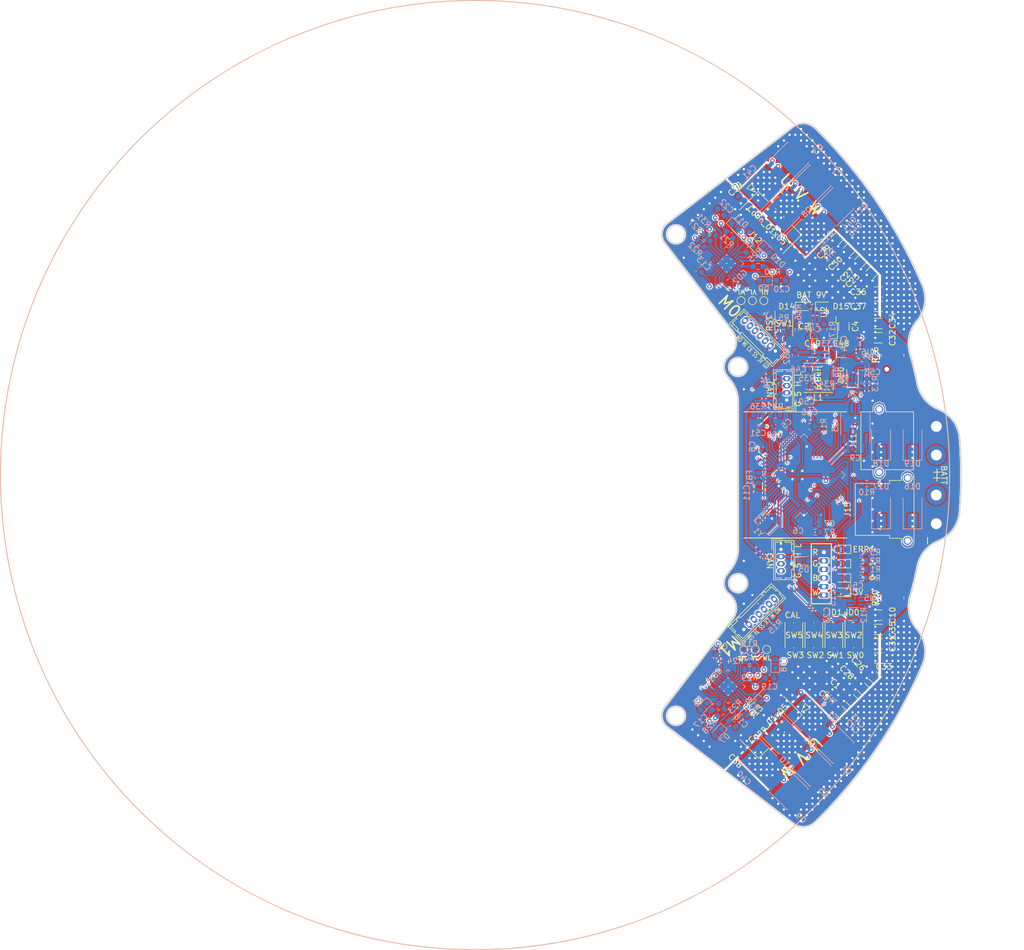
<source format=kicad_pcb>
(kicad_pcb (version 20211014) (generator pcbnew)
  (layers (0 "F.Cu" signal) (1 "In1.Cu" signal) (2 "In2.Cu" signal) (31 "B.Cu" signal) (34 "B.Paste" user) (35 "F.Paste" user) (36 "B.SilkS" user "B.Silkscreen") (37 "F.SilkS" user "F.Silkscreen") (38 "B.Mask" user) (39 "F.Mask" user) (44 "Edge.Cuts" user))
  (net 0 "")
  (net 1 "+5V")
  (net 2 "Net-(C11-Pad2)")
  (net 3 "/M1_W")
  (net 4 "/M1_V")
  (net 5 "/M1_U")
  (net 6 "Net-(C18-Pad2)")
  (net 7 "/M0_W")
  (net 8 "Net-(C21-Pad2)")
  (net 9 "/M0_V")
  (net 10 "Net-(C22-Pad2)")
  (net 11 "/M1_UL")
  (net 12 "/M1_VL")
  (net 13 "/M1_WL")
  (net 17 "Net-(GD1-Pad9)")
  (net 18 "Net-(GD1-Pad10)")
  (net 19 "Net-(GD1-Pad11)")
  (net 20 "Net-(GD1-Pad13)")
  (net 21 "Net-(GD1-Pad16)")
  (net 22 "Net-(GD1-Pad19)")
  (net 24 "/M1_UH")
  (net 25 "/M1_VH")
  (net 26 "/M1_WH")
  (net 27 "/M0_UL")
  (net 28 "/M0_VL")
  (net 29 "/M0_WL")
  (net 33 "Net-(GD2-Pad9)")
  (net 34 "Net-(GD2-Pad10)")
  (net 35 "Net-(GD2-Pad11)")
  (net 36 "Net-(GD2-Pad13)")
  (net 37 "Net-(GD2-Pad16)")
  (net 38 "Net-(GD2-Pad19)")
  (net 40 "/M0_UH")
  (net 41 "/M0_VH")
  (net 42 "/M0_WH")
  (net 43 "+BATT")
  (net 44 "/M0_U")
  (net 45 "Net-(C17-Pad2)")
  (net 46 "Net-(D1-Pad1)")
  (net 47 "Net-(C19-Pad2)")
  (net 48 "Net-(D2-Pad1)")
  (net 49 "Net-(C20-Pad2)")
  (net 50 "Net-(D3-Pad1)")
  (net 51 "Net-(D4-Pad1)")
  (net 54 "/SW0")
  (net 55 "/SW1")
  (net 56 "/M1_CS")
  (net 57 "/M0_CS")
  (net 58 "Net-(D5-Pad2)")
  (net 59 "/CAN_L")
  (net 64 "/SW2")
  (net 65 "/SW3")
  (net 67 "/CAN_H")
  (net 68 "/SWDIO")
  (net 69 "/SWCLK")
  (net 70 "/UART1_TX")
  (net 73 "/UART1_RX")
  (net 74 "/NSS_ENC0")
  (net 75 "/NRST")
  (net 76 "+3V3")
  (net 77 "GND")
  (net 78 "/LED_0")
  (net 79 "/LED_1")
  (net 80 "/LED_2")
  (net 81 "/OSC_IN")
  (net 82 "/OSC_OUT")
  (net 84 "/TEMP_FET_0")
  (net 85 "/TEMP_0")
  (net 86 "/TEMP_FET_1")
  (net 87 "/BATT_V_SENS")
  (net 88 "/SPI_CLK")
  (net 89 "/SPI_MISO")
  (net 90 "/SPI_MOSI")
  (net 93 "/NSS_ENC1")
  (net 94 "Net-(R7-Pad2)")
  (net 95 "/CAN_TX")
  (net 96 "/CAN_RX")
  (net 97 "/TEMP_1")
  (net 98 "/3V3_HARF_REF")
  (net 99 "Net-(R12-Pad2)")
  (net 100 "Net-(R13-Pad2)")
  (net 101 "/M1_CSL")
  (net 102 "/M0_CSL")
  (net 103 "Net-(D14-Pad1)")
  (net 104 "Net-(D15-Pad1)")
  (net 105 "Net-(Q1-Pad4)")
  (net 106 "Net-(Q2-Pad4)")
  (net 107 "Net-(Q3-Pad4)")
  (net 108 "Net-(Q4-Pad4)")
  (net 109 "Net-(Q5-Pad4)")
  (net 110 "Net-(Q6-Pad4)")
  (net 111 "Net-(Q7-Pad4)")
  (net 112 "Net-(Q8-Pad4)")
  (net 113 "Net-(Q9-Pad4)")
  (net 114 "Net-(Q10-Pad4)")
  (net 115 "Net-(Q11-Pad4)")
  (net 116 "Net-(Q12-Pad4)")
  (net 117 "Net-(C46-Pad1)")
  (net 118 "Net-(C46-Pad2)")
  (net 119 "+9V")
  (net 120 "Net-(C47-Pad2)")
  (net 121 "/GD_V_SENS")
  (footprint "Connector_Hirose:Hirose_DF13-04P-1.25DSA_1x04_P1.25mm_Vertical" (layer "F.Cu") (at 108.5 86.875 90)
    (fp_text reference "J2" hide)
    (fp_text value "Conn_01x04")
  )
  (footprint "TestPoint:TestPoint_Pad_D1.0mm" (layer "F.Cu") (at 103 130.5)
    (fp_text reference "J10" hide)
    (fp_text value "Conn_01x01")
  )
  (footprint "TestPoint:TestPoint_Pad_D1.0mm" (layer "F.Cu") (at 100.5 69.5)
    (fp_text reference "J8" hide)
    (fp_text value "Conn_01x01")
  )
  (footprint "Package_TO_SOT_SMD:SOT-89-3" (layer "F.Cu") (at 115 74.5 -90)
    (fp_text reference "U2")
    (fp_text value "L78L33_SOT89")
  )
  (footprint "LED_SMD:LED_0603_1608Metric" (layer "F.Cu") (at 118.2125 115.5 180)
    (fp_text reference "D2" hide)
    (fp_text value "LED")
  )
  (footprint "Button_Switch_SMD:SW_Push_1P1T_NO_CK_KMR2" (layer "F.Cu") (at 113.25 128 -90)
    (fp_text reference "SW4")
    (fp_text value "SW_Push")
  )
  (footprint "Capacitor_SMD:C_1206_3216Metric" (layer "F.Cu") (at 124.5 70.5 180)
    (fp_text reference "C37")
    (fp_text value "4.7u")
  )
  (footprint "Capacitor_SMD:C_1206_3216Metric" (layer "F.Cu") (at 113 78.5 180)
    (fp_text reference "C49")
    (fp_text value "10u")
  )
  (footprint "Capacitor_SMD:C_1206_3216Metric" (layer "F.Cu") (at 118 78.5)
    (fp_text reference "C48")
    (fp_text value "4.7u")
  )
  (footprint "TestPoint:TestPoint_Pad_D1.0mm" (layer "F.Cu") (at 102.5 69.5)
    (fp_text reference "J7" hide)
    (fp_text value "Conn_01x01")
  )
  (footprint "Resistor_SMD:R_0815_2038Metric" (layer "F.Cu") (at 127 79.0625 90)
    (fp_text reference "R26")
    (fp_text value "10m")
  )
  (footprint "Capacitor_SMD:C_1206_3216Metric" (layer "F.Cu") (at 124 135.5 135)
    (fp_text reference "C26")
    (fp_text value "4.7u")
  )
  (footprint "Button_Switch_SMD:SW_Push_1P1T_NO_CK_KMR2" (layer "F.Cu") (at 109.75 128 90)
    (fp_text reference "SW5")
    (fp_text value "SW_Push")
  )
  (footprint "LED_SMD:LED_0603_1608Metric" (layer "F.Cu") (at 111.5 70.5)
    (fp_text reference "D14")
    (fp_text value "LED")
  )
  (footprint "user:2053380003" (layer "F.Cu") (at 105.596016 53.075558 135)
    (fp_text reference "J12")
    (fp_text value "Conn_01x05")
  )
  (footprint "LED_SMD:LED_0603_1608Metric" (layer "F.Cu") (at 118.2125 118 180)
    (fp_text reference "D1" hide)
    (fp_text value "LED")
  )
  (footprint "Capacitor_SMD:C_1206_3216Metric" (layer "F.Cu") (at 124.5 68 180)
    (fp_text reference "C36")
    (fp_text value "4.7u")
  )
  (footprint "Connector_AMASS:AMASS_XT30PW-M_1x02_P2.50mm_Horizontal" (layer "F.Cu") (at 134.675 91.5 90)
    (fp_text reference "J11")
    (fp_text value "Conn_01x02")
  )
  (footprint "Connector_Hirose:Hirose_DF13-07P-1.25DSA_1x07_P1.25mm_Vertical" (layer "F.Cu") (at 106.505204 78.298097 135)
    (fp_text reference "J6" hide)
    (fp_text value "Conn_01x07")
  )
  (footprint "Capacitor_SMD:C_1206_3216Metric" (layer "F.Cu") (at 118.042983 141.542983 135)
    (fp_text reference "C3")
    (fp_text value "4.7u")
  )
  (footprint "Capacitor_SMD:C_1206_3216Metric" (layer "F.Cu") (at 123.5 64.5 -135)
    (fp_text reference "C25")
    (fp_text value "4.7u")
  )
  (footprint "Button_Switch_SMD:SW_Push_1P1T_NO_CK_KMR2" (layer "F.Cu") (at 116.75 128 -90)
    (fp_text reference "SW3")
    (fp_text value "SW_Push")
  )
  (footprint "Capacitor_SMD:C_1206_3216Metric" (layer "F.Cu") (at 118.5 74 90)
    (fp_text reference "C4")
    (fp_text value "4.7u")
  )
  (footprint "Inductor_SMD:L_Taiyo-Yuden_NR-50xx" (layer "F.Cu") (at 114 83 180)
    (fp_text reference "L1")
    (fp_text value "6.8u")
  )
  (footprint "Diode_SMD:D_PowerDI-123" (layer "F.Cu") (at 120 82.5 90)
    (fp_text reference "D20")
    (fp_text value "D")
  )
  (footprint "LED_SMD:LED_0603_1608Metric" (layer "F.Cu") (at 118.2125 120.5 180)
    (fp_text reference "D4" hide)
    (fp_text value "LED")
  )
  (footprint "Button_Switch_SMD:SW_Push_1P1T_NO_CK_KMR2" (layer "F.Cu") (at 108 73.5 -90)
    (fp_text reference "SW1")
    (fp_text value "SW_Push")
  )
  (footprint "Capacitor_SMD:C_1206_3216Metric" (layer "F.Cu") (at 124.5 73.5 180)
    (fp_text reference "C34")
    (fp_text value "4.7u")
  )
  (footprint "Resistor_SMD:R_0815_2038Metric" (layer "F.Cu") (at 127 121.5 -90)
    (fp_text reference "R20")
    (fp_text value "10m")
  )
  (footprint "TestPoint:TestPoint_Pad_D1.0mm" (layer "F.Cu") (at 104.5 69.5)
    (fp_text reference "J1" hide)
    (fp_text value "Conn_01x01")
  )
  (footprint "Capacitor_SMD:C_1206_3216Metric" (layer "F.Cu") (at 124.5 132 180)
    (fp_text reference "C33")
    (fp_text value "4.7u")
  )
  (footprint "Capacitor_SMD:C_1206_3216Metric" (layer "F.Cu") (at 124.5 76 180)
    (fp_text reference "C32")
    (fp_text value "4.7u")
  )
  (footprint "Capacitor_SMD:C_1206_3216Metric" (layer "F.Cu") (at 111.5 74 90)
    (fp_text reference "C2")
    (fp_text value "4.7u")
  )
  (footprint "Connector_Hirose:Hirose_DF13-04P-1.25DSA_1x04_P1.25mm_Vertical" (layer "F.Cu") (at 107.5 113 -90)
    (fp_text reference "J3" hide)
    (fp_text value "Conn_01x04")
  )
  (footprint "Capacitor_SMD:C_0603_1608Metric" (layer "F.Cu") (at 98.5 151 -45)
    (fp_text reference "C38")
    (fp_text value "0.1u")
  )
  (footprint "Capacitor_SMD:C_1206_3216Metric" (layer "F.Cu") (at 124.5 124.5 180)
    (fp_text reference "C10")
    (fp_text value "4.7u")
  )
  (footprint "Connector_AMASS:AMASS_XT30PW-F_1x02_P2.50mm_Horizontal" (layer "F.Cu") (at 134.65 108.5 90)
    (fp_text reference "J15")
    (fp_text value "Conn_01x02")
  )
  (footprint "Connector_Hirose:Hirose_DF13-07P-1.25DSA_1x07_P1.25mm_Vertical" (layer "F.Cu") (at 101 127 45)
    (fp_text reference "J5" hide)
    (fp_text value "Conn_01x07")
  )
  (footprint "LED_SMD:LED_0603_1608Metric" (layer "F.Cu") (at 118.2125 113 180)
    (fp_text reference "D3" hide)
    (fp_text value "LED")
  )
  (footprint "TestPoint:TestPoint_Pad_D1.0mm" (layer "F.Cu") (at 101 130.5)
    (fp_text reference "J9" hide)
    (fp_text value "Conn_01x01")
  )
  (footprint "Capacitor_SMD:C_0603_1608Metric" (layer "F.Cu") (at 98.5 49 45)
    (fp_text reference "C39")
    (fp_text value "0.1u")
  )
  (footprint "TestPoint:TestPoint_Pad_D1.0mm" (layer "F.Cu") (at 105 130.5)
    (fp_text reference "J14" hide)
    (fp_text value "Conn_01x01")
  )
  (footprint "LED_SMD:LED_0603_1608Metric" (layer "F.Cu") (at 115 70.5)
    (fp_text reference "D15")
    (fp_text value "LED")
  )
  (footprint "user:ZH_B6B-ZR" (layer "F.Cu") (at 115 113.5 -90)
    (fp_text reference "J4" hide)
    (fp_text value "Conn_01x06")
  )
  (footprint "Capacitor_SMD:C_1206_3216Metric" (layer "F.Cu") (at 124.5 129.5 180)
    (fp_text reference "C31")
    (fp_text value "4.7u")
  )
  (footprint "Capacitor_SMD:C_1206_3216Metric" (layer "F.Cu") (at 119.5 60.5 -135)
    (fp_text reference "C30")
    (fp_text value "4.7u")
  )
  (footprint "Capacitor_SMD:C_1206_3216Metric" (layer "F.Cu") (at 124.5 127 180)
    (fp_text reference "C35")
    (fp_text value "4.7u")
  )
  (footprint "Capacitor_SMD:C_1206_3216Metric" (layer "F.Cu") (at 120 139.5 135)
    (fp_text reference "C1")
    (fp_text value "4.7u")
  )
  (footprint "Capacitor_SMD:C_1206_3216Metric" (layer "F.Cu") (at 122 137.5 135)
    (fp_text reference "C28")
    (fp_text value "4.7u")
  )
  (footprint "Capacitor_SMD:C_1206_3216Metric" (layer "F.Cu") (at 121.5 62.5 -135)
    (fp_text reference "C27")
    (fp_text value "4.7u")
  )
  (footprint "Capacitor_SMD:C_1206_3216Metric" (layer "F.Cu") (at 117.5 58.5 -135)
    (fp_text reference "C29")
    (fp_text value "4.7u")
  )
  (footprint "user:2053380003" (layer "F.Cu") (at 108.5 144 45)
    (fp_text reference "J13")
    (fp_text value "Conn_01x05")
  )
  (footprint "Button_Switch_SMD:SW_Push_1P1T_NO_CK_KMR2" (layer "F.Cu") (at 120.25 128 -90)
    (fp_text reference "SW2")
    (fp_text value "SW_Push")
  )
  (footprint "Capacitor_SMD:C_0402_1005Metric" (layer "B.Cu") (at 114 108.5 180)
    (fp_text reference "C7")
    (fp_text value "0.1u")
  )
  (footprint "Resistor_SMD:R_0603_1608Metric" (layer "B.Cu") (at 103.5 100.5 -90)
    (fp_text reference "FB1")
    (fp_text value "FB100")
  )
  (footprint "Resistor_SMD:R_0603_1608Metric" (layer "B.Cu") (at 102 60.5 45)
    (fp_text reference "R25")
    (fp_text value "10")
  )
  (footprint "Resistor_SMD:R_0603_1608Metric" (layer "B.Cu") (at 110 79 90)
    (fp_text reference "R32")
    (fp_text value "470")
  )
  (footprint "Resistor_SMD:R_0603_1608Metric" (layer "B.Cu") (at 108 74 180)
    (fp_text reference "R5")
    (fp_text value "1k")
  )
  (footprint "Resistor_SMD:R_0603_1608Metric" (layer "B.Cu") (at 122.5 101.5 180)
    (fp_text reference "R10")
    (fp_text value "10k")
  )
  (footprint "Capacitor_SMD:C_0402_1005Metric" (layer "B.Cu") (at 112.98 75.5 180)
    (fp_text reference "C47")
    (fp_text value "0.1u")
  )
  (footprint "Capacitor_SMD:C_0603_1608Metric" (layer "B.Cu") (at 97 54 -45)
    (fp_text reference "C22")
    (fp_text value "1u")
  )
  (footprint "Resistor_SMD:R_0603_1608Metric" (layer "B.Cu") (at 121.5 115)
    (fp_text reference "R2")
    (fp_text value "4.7k")
  )
  (footprint "Resistor_SMD:R_0603_1608Metric" (layer "B.Cu") (at 122.5 84 90)
    (fp_text reference "R13")
    (fp_text value "100")
  )
  (footprint "Capacitor_SMD:C_0603_1608Metric" (layer "B.Cu") (at 102.5 58 -45)
    (fp_text reference "C21")
    (fp_text value "1u")
  )
  (footprint "Package_TO_SOT_SMD:LFPAK56" (layer "B.Cu") (at 103.5 149.5 -45)
    (fp_text reference "Q10")
    (fp_text value "IRF8721PBF-1")
  )
  (footprint "Resistor_SMD:R_0603_1608Metric" (layer "B.Cu") (at 102 132.5)
    (fp_text reference "R24")
    (fp_text value "10")
  )
  (footprint "Resistor_SMD:R_0603_1608Metric" (layer "B.Cu") (at 115 60.5 45)
    (fp_text reference "TH1")
    (fp_text value "Thermistor")
  )
  (footprint "Capacitor_SMD:C_0402_1005Metric" (layer "B.Cu") (at 112.5 90)
    (fp_text reference "C16")
    (fp_text value "0.1u")
  )
  (footprint "Capacitor_SMD:C_0402_1005Metric" (layer "B.Cu") (at 117.473452 121.5 90)
    (fp_text reference "C15")
    (fp_text value "0.1u")
  )
  (footprint "Resistor_SMD:R_0603_1608Metric" (layer "B.Cu") (at 103.5 139 -45)
    (fp_text reference "R18")
    (fp_text value "10")
  )
  (footprint "Package_SO:SO-8_3.9x4.9mm_P1.27mm" (layer "B.Cu") (at 120.5 91 90)
    (fp_text reference "U3")
    (fp_text value "MAX3051")
  )
  (footprint "Diode_SMD:D_0603_1608Metric" (layer "B.Cu") (at 106.5 133 90)
    (fp_text reference "D8")
    (fp_text value "D")
  )
  (footprint "Capacitor_SMD:C_0603_1608Metric" (layer "B.Cu") (at 119 141 -45)
    (fp_text reference "C43")
    (fp_text value "0.1u")
  )
  (footprint "Capacitor_SMD:C_0603_1608Metric" (layer "B.Cu") (at 98.5 151 -45)
    (fp_text reference "C40")
    (fp_text value "0.1u")
  )
  (footprint "Diode_SMD:D_0603_1608Metric" (layer "B.Cu") (at 105 60.5 -45)
    (fp_text reference "D10")
    (fp_text value "D")
  )
  (footprint "Resistor_SMD:R_0603_1608Metric" (layer "B.Cu") (at 112 84.5 180)
    (fp_text reference "R35")
    (fp_text value "1k")
  )
  (footprint "Package_TO_SOT_SMD:LFPAK56" (layer "B.Cu") (at 113 151.192409 -45)
    (fp_text reference "Q5")
    (fp_text value "IRF8721PBF-1")
  )
  (footprint "Package_DFN_QFN:HVQFN-24-1EP_4x4mm_P0.5mm_EP2.6x2.6mm_ThermalVias" (layer "B.Cu") (at 98 63 45)
    (fp_text reference "GD2")
    (fp_text value "FD6288Q")
  )
  (footprint "Capacitor_SMD:C_0402_1005Metric" (layer "B.Cu") (at 120.5 95.5 180)
    (fp_text reference "C9")
    (fp_text value "0.1u")
  )
  (footprint "Diode_SMD:D_0603_1608Metric" (layer "B.Cu") (at 111.5 115)
    (fp_text reference "D5")
    (fp_text value "D")
  )
  (footprint "Package_TO_SOT_SMD:SOT-363_SC-70-6" (layer "B.Cu") (at 120.473452 122)
    (fp_text reference "U5")
    (fp_text value "INA199")
  )
  (footprint "Capacitor_SMD:C_0402_1005Metric" (layer "B.Cu") (at 108.8 92.3 45)
    (fp_text reference "C5")
    (fp_text value "0.1u")
  )
  (footprint "Capacitor_SMD:C_0402_1005Metric" (layer "B.Cu") (at 103 103 90)
    (fp_text reference "C11")
    (fp_text value "0.1u")
  )
  (footprint "Capacitor_SMD:C_0603_1608Metric" (layer "B.Cu") (at 118 142 -45)
    (fp_text reference "C42")
    (fp_text value "0.1u")
  )
  (footprint "Capacitor_SMD:C_0603_1608Metric" (layer "B.Cu") (at 97 131.5 180)
    (fp_text reference "C12")
    (fp_text value "0.1u")
  )
  (footprint "Resistor_SMD:R_0603_1608Metric" (layer "B.Cu") (at 106.5 89.5 180)
    (fp_text reference "R37")
    (fp_text value "10k")
  )
  (footprint "Diode_SMD:D_0603_1608Metric" (layer "B.Cu") (at 94 140.5 -135)
    (fp_text reference "D6")
    (fp_text value "D")
  )
  (footprint "Package_TO_SOT_SMD:LFPAK56" (layer "B.Cu") (at 111.5 141.5 -45)
    (fp_text reference "Q2")
    (fp_text value "IRF8721PBF-1")
  )
  (footprint "Package_TO_SOT_SMD:LFPAK56" (layer "B.Cu") (at 103.5 50.5 45)
    (fp_text reference "Q4")
    (fp_text value "IRF8721PBF-1")
  )
  (footprint "Resistor_SMD:R_0603_1608Metric" (layer "B.Cu") (at 121.5 118)
    (fp_text reference "R4")
    (fp_text value "4.7k")
  )
  (footprint "Resistor_SMD:R_0603_1608Metric" (layer "B.Cu") (at 121.5 113.5)
    (fp_text reference "R3")
    (fp_text value "4.7k")
  )
  (footprint "Capacitor_SMD:C_0603_1608Metric" (layer "B.Cu") (at 121 84 -90)
    (fp_text reference "C24")
    (fp_text value "1u")
  )
  (footprint "Resistor_SMD:R_0603_1608Metric" (layer "B.Cu") (at 98.5 58 135)
    (fp_text reference "R21")
    (fp_text value "10")
  )
  (footprint "Package_TO_SOT_SMD:LFPAK56" (layer "B.Cu") (at 109 155.268144 -45)
    (fp_text reference "Q9")
    (fp_text value "IRF8721PBF-1")
  )
  (footprint "Package_TO_SOT_SMD:LFPAK56" (layer "B.Cu") (at 113 49 45)
    (fp_text reference "Q7")
    (fp_text value "IRF8721PBF-1")
  )
  (footprint "Package_TO_SOT_SMD:SOT-23-6" (layer "B.Cu") (at 113 79.5)
    (fp_text reference "U1")
    (fp_text value "BD9G101G")
  )
  (footprint "Package_TO_SOT_SMD:LFPAK56" (layer "B.Cu") (at 107.5 54.5 45)
    (fp_text reference "Q8")
    (fp_text value "IRF8721PBF-1")
  )
  (footprint "Diode_SMD:D_0603_1608Metric" (layer "B.Cu") (at 96.5 145 -135)
    (fp_text reference "D7")
    (fp_text value "D")
  )
  (footprint "Resistor_SMD:R_0603_1608Metric" (layer "B.Cu") (at 103.5 89.5)
    (fp_text reference "R36")
    (fp_text value "10k")
  )
  (footprint "Resistor_SMD:R_0603_1608Metric" (layer "B.Cu") (at 105.5 125.5 -135)
    (fp_text reference "R15")
    (fp_text value "10k")
  )
  (footprint "Crystal:Resonator_SMD_Murata_CSTxExxV-3Pin_3.0x1.1mm" (layer "B.Cu") (at 105 108.5 -45)
    (fp_text reference "Y1")
    (fp_text value "Resonator")
  )
  (footprint "Resistor_SMD:R_0603_1608Metric" (layer "B.Cu") (at 115 140 -45)
    (fp_text reference "TH2")
    (fp_text value "Thermistor")
  )
  (footprint "Diode_SMD:D_0603_1608Metric" (layer "B.Cu") (at 99.5 56.5 -45)
    (fp_text reference "D11")
    (fp_text value "D")
  )
  (footprint "Capacitor_SMD:C_0603_1608Metric" (layer "B.Cu") (at 107.5 66 180)
    (fp_text reference "C20")
    (fp_text value "1u")
  )
  (footprint "Resistor_SMD:R_0603_1608Metric" (layer "B.Cu") (at 120.473452 124.5 90)
    (fp_text reference "R12")
    (fp_text value "100")
  )
  (footprint "Capacitor_SMD:C_0402_1005Metric" (layer "B.Cu") (at 120.5 120.5 180)
    (fp_text reference "C54")
    (fp_text value "0.1u")
  )
  (footprint "Capacitor_SMD:C_0603_1608Metric" (layer "B.Cu") (at 117.5 58 45)
    (fp_text reference "C44")
    (fp_text value "0.1u")
  )
  (footprint "Resistor_SMD:R_0603_1608Metric" (layer "B.Cu") (at 110.5 74.5 90)
    (fp_text reference "R16")
    (fp_text value "47k")
  )
  (footprint "Package_QFP:LQFP-64_10x10mm_P0.5mm" (layer "B.Cu") (at 111.5 100 45)
    (fp_text reference "U4")
    (fp_text value "~")
  )
  (footprint "Capacitor_SMD:C_0402_1005Metric" (layer "B.Cu") (at 106.5 91.5 180)
    (fp_text reference "C52")
    (fp_text value "0.1u")
  )
  (footprint "Diode_SMD:D_SMA" (layer "B.Cu") (at 130.5 106 90)
    (fp_text reference "D16")
    (fp_text value "D_Zener")
  )
  (footprint "Resistor_SMD:R_0603_1608Metric" (layer "B.Cu") (at 112.5 91.5 180)
    (fp_text reference "R11")
    (fp_text value "1k")
  )
  (footprint "Capacitor_SMD:C_0603_1608Metric" (layer "B.Cu") (at 93 64 -45)
    (fp_text reference "C13")
    (fp_text value "0.1u")
  )
  (footprint "Resistor_SMD:R_0603_1608Metric" (layer "B.Cu") (at 115 74.5 90)
    (fp_text reference "R17")
    (fp_text value "47k")
  )
  (footprint "Package_TO_SOT_SMD:LFPAK56" (layer "B.Cu") (at 117 147.192409 -45)
    (fp_text reference "Q1")
    (fp_text value "IRF8721PBF-1")
  )
  (footprint "Resistor_SMD:R_0603_1608Metric" (layer "B.Cu") (at 106.5 84 90)
    (fp_text reference "R6")
    (fp_text value "120")
  )
  (footprint "Package_DFN_QFN:HVQFN-24-1EP_4x4mm_P0.5mm_EP2.6x2.6mm_ThermalVias" (layer "B.Cu") (at 98.257538 137 -45)
    (fp_text reference "GD1")
    (fp_text value "FD6288Q")
  )
  (footprint "Resistor_SMD:R_0603_1608Metric" (layer "B.Cu") (at 118.5 84)
    (fp_text reference "R8")
    (fp_text value "100")
  )
  (footprint "Package_TO_SOT_SMD:LFPAK56" (layer "B.Cu") (at 109.052099 45.042804 45)
    (fp_text reference "Q3")
    (fp_text value "IRF8721PBF-1")
  )
  (footprint "Resistor_SMD:R_0603_1608Metric" (layer "B.Cu") (at 102 134)
    (fp_text reference "R29")
    (fp_text value "10")
  )
  (footprint "Diode_SMD:D_SMA" (layer "B.Cu") (at 125 106 90)
    (fp_text reference "D17")
    (fp_text value "D_Zener")
  )
  (footprint "Capacitor_SMD:C_0603_1608Metric" (layer "B.Cu") (at 105.5 135.5)
    (fp_text reference "C19")
    (fp_text value "1u")
  )
  (footprint "Resistor_SMD:R_0603_1608Metric" (layer "B.Cu") (at 102 131)
    (fp_text reference "R19")
    (fp_text value "10")
  )
  (footprint "Package_TO_SOT_SMD:LFPAK56" (layer "B.Cu") (at 107.5 145.5 -45)
    (fp_text reference "Q6")
    (fp_text value "IRF8721PBF-1")
  )
  (footprint "Resistor_SMD:R_0603_1608Metric" (layer "B.Cu") (at 118.5 82 90)
    (fp_text reference "R9")
    (fp_text value "100")
  )
  (footprint "Resistor_SMD:R_0603_1608Metric" (layer "B.Cu") (at 113 77)
    (fp_text reference "R33")
    (fp_text value "4.7k")
  )
  (footprint "Resistor_SMD:R_0603_1608Metric" (layer "B.Cu") (at 121.5 116.5)
    (fp_text reference "R1")
    (fp_text value "4.7k")
  )
  (footprint "Resistor_SMD:R_0603_1608Metric" (layer "B.Cu") (at 93.5 59.5 135)
    (fp_text reference "R22")
    (fp_text value "10")
  )
  (footprint "Package_TO_SOT_SMD:LFPAK56" (layer "B.Cu") (at 111.5 58.5 45)
    (fp_text reference "Q12")
    (fp_text value "IRF8721PBF-1")
  )
  (footprint "Package_TO_SOT_SMD:SOT-363_SC-70-6" (layer "B.Cu") (at 122.5 80.5)
    (fp_text reference "U6")
    (fp_text value "INA199")
  )
  (footprint "Package_TO_SOT_SMD:LFPAK56" (layer "B.Cu") (at 116.970226 53.029774 45)
    (fp_text reference "Q11")
    (fp_text value "IRF8721PBF-1")
  )
  (footprint "Resistor_SMD:R_0603_1608Metric" (layer "B.Cu") (at 95.5 57.5 135)
    (fp_text reference "R31")
    (fp_text value "10")
  )
  (footprint "Resistor_SMD:R_0603_1608Metric" (layer "B.Cu") (at 101 141.5 -45)
    (fp_text reference "R23")
    (fp_text value "10")
  )
  (footprint "Capacitor_SMD:C_0402_1005Metric" (layer "B.Cu") (at 110.5 108.5 180)
    (fp_text reference "C6")
    (fp_text value "0.1u")
  )
  (footprint "Diode_SMD:D_SMA" (layer "B.Cu") (at 125 94 90)
    (fp_text reference "D18")
    (fp_text value "D_Zener")
  )
  (footprint "Capacitor_SMD:C_0402_1005Metric" (layer "B.Cu") (at 104 95.2 -90)
    (fp_text reference "C8")
    (fp_text value "0.1u")
  )
  (footprint "Resistor_SMD:R_0603_1608Metric" (layer "B.Cu") (at 94.5 58.5 135)
    (fp_text reference "R27")
    (fp_text value "10")
  )
  (footprint "Diode_SMD:D_0603_1608Metric" (layer "B.Cu") (at 104.5 66 180)
    (fp_text reference "D9")
    (fp_text value "D")
  )
  (footprint "Capacitor_SMD:C_0402_1005Metric" (layer "B.Cu") (at 113 81.5 180)
    (fp_text reference "C46")
    (fp_text value "0.1u")
  )
  (footprint "Resistor_SMD:R_0603_1608Metric" (layer "B.Cu") (at 97 141.5 -135)
    (fp_text reference "R28")
    (fp_text value "10")
  )
  (footprint "Resistor_SMD:R_0603_1608Metric" (layer "B.Cu") (at 104.5 73.5 -45)
    (fp_text reference "R14")
    (fp_text value "10k")
  )
  (footprint "Resistor_SMD:R_0603_1608Metric" (layer "B.Cu") (at 113.5 110)
    (fp_text reference "R7")
    (fp_text value "1k")
  )
  (footprint "Capacitor_SMD:C_0603_1608Metric" (layer "B.Cu") (at 99 143.5 135)
    (fp_text reference "C18")
    (fp_text value "1u")
  )
  (footprint "Capacitor_SMD:C_0402_1005Metric" (layer "B.Cu") (at 112 86)
    (fp_text reference "C50")
    (fp_text value "0.1u")
  )
  (footprint "Capacitor_SMD:C_0402_1005Metric" (layer "B.Cu") (at 118.5 79.5 90)
    (fp_text reference "C14")
    (fp_text value "0.1u")
  )
  (footprint "Resistor_SMD:R_0603_1608Metric" (layer "B.Cu") (at 115.5 85.5 180)
    (fp_text reference "R34")
    (fp_text value "10k")
  )
  (footprint "Diode_SMD:D_SMA" (layer "B.Cu") (at 130.5 94 90)
    (fp_text reference "D19")
    (fp_text value "D_Zener")
  )
  (footprint "Capacitor_SMD:C_0402_1005Metric" (layer "B.Cu") (at 121 82 180)
    (fp_text reference "C53")
    (fp_text value "0.1u")
  )
  (footprint "Capacitor_SMD:C_0603_1608Metric" (layer "B.Cu") (at 118.5 59 45)
    (fp_text reference "C45")
    (fp_text value "0.1u")
  )
  (footprint "Capacitor_SMD:C_0603_1608Metric" (layer "B.Cu") (at 96 140.5 45)
    (fp_text reference "C17")
    (fp_text value "1u")
  )
  (footprint "Resistor_SMD:R_0603_1608Metric" (layer "B.Cu") (at 103.5 63.5)
    (fp_text reference "R30")
    (fp_text value "10")
  )
  (footprint "Capacitor_SMD:C_0603_1608Metric" (layer "B.Cu") (at 98.5 49 45)
    (fp_text reference "C41")
    (fp_text value "0.1u")
  )
  (footprint "Capacitor_SMD:C_0603_1608Metric" (layer "B.Cu") (at 117 124.5 -90)
    (fp_text reference "C23")
    (fp_text value "1u")
  )
  (footprint "Capacitor_SMD:C_0402_1005Metric" (layer "B.Cu") (at 103.5 91.5)
    (fp_text reference "C51")
    (fp_text value "0.1u")
  )
  (gr_circle (center 54 100) (end 137 100) (layer "B.SilkS") (width 0.15) (fill none))
  (gr_line (start 119 111) (end 101 111) (layer "F.SilkS") (width 0.15))
  (gr_circle (center 54 100) (end 137 100) (layer "F.SilkS") (width 0.15) (fill none))
  (gr_line (start 119 88.94) (end 101 88.94) (layer "F.SilkS") (width 0.15))
  (gr_arc (start 98.472955 120.890339) (mid 99.621017 122.87882) (end 99.026731 125.096683) (layer "Edge.Cuts") (width 0.2))
  (gr_arc (start 131.378973 115.921514) (mid 130.764417 118.660775) (end 130.052919 121.376471) (layer "Edge.Cuts") (width 0.2))
  (gr_arc (start 98.472955 120.890339) (mid 97.51625 119.233272) (end 98.011476 117.385052) (layer "Edge.Cuts") (width 0.2))
  (gr_arc (start 131.378973 115.921514) (mid 132.648983 113.286651) (end 135.013839 111.565371) (layer "Edge.Cuts") (width 0.2))
  (gr_arc (start 87.617363 144.07236) (mid 86.660684 142.415296) (end 87.155883 140.567073) (layer "Edge.Cuts") (width 0.2))
  (gr_line (start 87.617363 144.07236) (end 109.584994 160.928716) (layer "Edge.Cuts") (width 0.2))
  (gr_arc (start 130.052921 78.623535) (mid 130.764416 81.339228) (end 131.378973 84.078486) (layer "Edge.Cuts") (width 0.2))
  (gr_line (start 87.617363 55.92764) (end 109.584994 39.071284) (layer "Edge.Cuts") (width 0.2))
  (gr_arc (start 132.260048 66.828251) (mid 132.663888 70.096049) (end 131.28245 73.084893) (layer "Edge.Cuts") (width 0.2))
  (gr_arc (start 135.013839 88.434629) (mid 132.649026 86.713313) (end 131.378973 84.078486) (layer "Edge.Cuts") (width 0.2))
  (gr_arc (start 130.052921 78.623535) (mid 129.971682 75.699707) (end 131.28245 73.084893) (layer "Edge.Cuts") (width 0.2))
  (gr_circle (center 99.994859 118.906955) (end 101.594859 118.906955) (layer "Edge.Cuts") (width 0.2) (fill none))
  (gr_arc (start 109.584994 39.071284) (mid 111.592811 38.456818) (end 113.511691 39.30932) (layer "Edge.Cuts") (width 0.2))
  (gr_line (start 87.155883 59.432927) (end 99.026731 74.903317) (layer "Edge.Cuts") (width 0.2))
  (gr_arc (start 98.76012 83.590601) (mid 99.681589 85.314531) (end 100 87.243169) (layer "Edge.Cuts") (width 0.2))
  (gr_line (start 87.155883 140.567073) (end 99.026731 125.096683) (layer "Edge.Cuts") (width 0.2))
  (gr_arc (start 138.754492 106.455696) (mid 137.613163 109.544215) (end 135.013839 111.565371) (layer "Edge.Cuts") (width 0.2))
  (gr_arc (start 87.155883 59.432927) (mid 86.660645 57.584698) (end 87.617363 55.92764) (layer "Edge.Cuts") (width 0.2))
  (gr_circle (center 89.139267 142.088977) (end 90.739267 142.088977) (layer "Edge.Cuts") (width 0.2) (fill none))
  (gr_arc (start 135.013839 88.434629) (mid 137.613152 90.455793) (end 138.754492 93.544304) (layer "Edge.Cuts") (width 0.2))
  (gr_arc (start 131.28245 126.915107) (mid 129.971684 124.300296) (end 130.052919 121.376471) (layer "Edge.Cuts") (width 0.2))
  (gr_line (start 98.76012 116.409399) (end 98.011476 117.385052) (layer "Edge.Cuts") (width 0.2))
  (gr_arc (start 98.011476 82.614948) (mid 97.516224 80.766712) (end 98.472955 79.109661) (layer "Edge.Cuts") (width 0.2))
  (gr_arc (start 131.28245 126.915107) (mid 132.663873 129.903954) (end 132.260048 133.171749) (layer "Edge.Cuts") (width 0.2))
  (gr_line (start 100 87.243169) (end 100 112.756831) (layer "Edge.Cuts") (width 0.2))
  (gr_arc (start 138.754492 93.544304) (mid 139 100) (end 138.754492 106.455696) (layer "Edge.Cuts") (width 0.2))
  (gr_arc (start 132.260048 133.171749) (mid 124.246608 147.858271) (end 113.511691 160.69068) (layer "Edge.Cuts") (width 0.2))
  (gr_arc (start 100 112.756831) (mid 99.681572 114.685463) (end 98.76012 116.409399) (layer "Edge.Cuts") (width 0.2))
  (gr_circle (center 99.994859 81.093045) (end 101.594859 81.093045) (layer "Edge.Cuts") (width 0.2) (fill none))
  (gr_circle (center 89.139267 57.911023) (end 90.739267 57.911023) (layer "Edge.Cuts") (width 0.2) (fill none))
  (gr_arc (start 113.511691 39.30932) (mid 124.246608 52.141729) (end 132.260048 66.828251) (layer "Edge.Cuts") (width 0.2))
  (gr_arc (start 113.511691 160.69068) (mid 111.592809 161.543157) (end 109.584994 160.928716) (layer "Edge.Cuts") (width 0.2))
  (gr_line (start 98.76012 83.590601) (end 98.011476 82.614948) (layer "Edge.Cuts") (width 0.2))
  (gr_arc (start 99.026731 74.903317) (mid 99.621011 77.121179) (end 98.472955 79.109661) (layer "Edge.Cuts") (width 0.2))
  (gr_text "3V" (at 121 120.5) (layer "F.SilkS") (effects (font (size 1 1))))
  (gr_text "ID1" (at 117 124) (layer "F.SilkS") (effects (font (size 1 1))))
  (gr_text "ID0" (at 120 124) (layer "F.SilkS") (effects (font (size 1 1))))
  (gr_text "G 5 H L" (at 110.5 85 90) (layer "F.SilkS") (effects (font (size 1 1))))
  (gr_text "CAL" (at 109.5 124.5) (layer "F.SilkS") (effects (font (size 1 1))))
  (gr_text "M1" (at 98.5 130 225) (layer "F.SilkS") (effects (font (size 2 2) (thickness 0.3))))
  (gr_text "6.8uH" (at 114 83 90) (layer "F.SilkS") (effects (font (size 1 1))))
  (gr_text "SW0" (at 120.5 131.5) (layer "F.SilkS") (effects (font (size 1 1))))
  (gr_text "SW1" (at 117 131.5) (layer "F.SilkS") (effects (font (size 1 1))))
  (gr_text "2" (at 123.5 113 90) (layer "F.SilkS") (effects (font (size 1 1))))
  (gr_text "R" (at 113.5 113.5) (layer "F.SilkS") (effects (font (size 1 1))))
  (gr_text "W" (at 113.5 120.5) (layer "F.SilkS") (effects (font (size 1 1))))
  (gr_text "ERR" (at 121.5 113) (layer "F.SilkS") (effects (font (size 1 1))))
  (gr_text "U V W" (at 111 51 315) (layer "F.SilkS") (effects (font (size 2 2) (thickness 0.3))))
  (gr_text "G 5 H L" (at 110.5 115 90) (layer "F.SilkS") (effects (font (size 1 1))))
  (gr_text "CAN" (at 105.5 85 270) (layer "F.SilkS") (effects (font (size 1 1))))
  (gr_text "RST" (at 105.5 73.5 90) (layer "F.SilkS") (effects (font (size 1 1))))
  (gr_text "B" (at 113.5 118) (layer "F.SilkS") (effects (font (size 1 1))))
  (gr_text "CAN" (at 105.5 115 270) (layer "F.SilkS") (effects (font (size 1 1))))
  (gr_text "G" (at 113.5 115.5) (layer "F.SilkS") (effects (font (size 1 1))))
  (gr_text "9V" (at 114.5 68.5) (layer "F.SilkS") (effects (font (size 1 1))))
  (gr_text "SW3" (at 110 131.5) (layer "F.SilkS") (effects (font (size 1 1))))
  (gr_text "UL VL WL" (at 103 132) (layer "F.SilkS") (effects (font (size 0.8 0.8))))
  (gr_text "U V W" (at 111 149.5 225) (layer "F.SilkS") (effects (font (size 2 2) (thickness 0.3))))
  (gr_text "BATT" (at 136 100 270) (layer "F.SilkS") (effects (font (size 1 1))))
  (gr_text "SW2" (at 113.5 131.5) (layer "F.SilkS") (effects (font (size 1 1))))
  (gr_text "UL VL WL" (at 102.5 68 180) (layer "F.SilkS") (effects (font (size 0.8 0.8))))
  (gr_text "0" (at 123.5 118 90) (layer "F.SilkS") (effects (font (size 1 1))))
  (gr_text "M0" (at 98.5 70.5 315) (layer "F.SilkS") (effects (font (size 2 2) (thickness 0.3))))
  (gr_text "MO MI CK SS 3V GD" (at 102.5 78.5 315) (layer "F.SilkS") (effects (font (size 0.8 0.5) (thickness 0.1))))
  (gr_text "1" (at 123.5 115.5 90) (layer "F.SilkS") (effects (font (size 1 1))))
  (gr_text "MO MI CK SS 3V GD" (at 104.570889 126 225) (layer "F.SilkS") (effects (font (size 0.8 0.5) (thickness 0.1))))
  (gr_text "BAT" (at 111.5 68.5) (layer "F.SilkS") (effects (font (size 1 1))))
  (segment (start 101.4 88.8) (end 101.4 111.4) (width 0.5) (layer "B.Cu") (net 1))
  (segment (start 109.9625 114.25) (end 110.7125 115) (width 0.5) (layer "B.Cu") (net 1))
  (segment (start 101.4 111.4) (end 104.25 114.25) (width 0.5) (layer "B.Cu") (net 1))
  (segment (start 104.25 114.25) (end 107.5 114.25) (width 0.5) (layer "B.Cu") (net 1))
  (segment (start 107.5 114.25) (end 109.9625 114.25) (width 0.5) (layer "B.Cu") (net 1))
  (segment (start 108.5 85.625) (end 107.375 85.625) (width 0.5) (layer "B.Cu") (net 1))
  (segment (start 106 87) (end 103.2 87) (width 0.5) (layer "B.Cu") (net 1))
  (segment (start 103.2 87) (end 101.4 88.8) (width 0.5) (layer "B.Cu") (net 1))
  (segment (start 107.375 85.625) (end 106 87) (width 0.5) (layer "B.Cu") (net 1))
  (segment (start 105.896179 102.421841) (end 105.301725 103.016295) (width 0.25) (layer "B.Cu") (net 2))
  (segment (start 104.02 102.52) (end 103 102.52) (width 0.25) (layer "B.Cu") (net 2))
  (segment (start 105.301725 103.016295) (end 104.516295 103.016295) (width 0.25) (layer "B.Cu") (net 2))
  (segment (start 103.5 101.325) (end 103 101.825) (width 0.25) (layer "B.Cu") (net 2))
  (segment (start 104.516295 103.016295) (end 104.02 102.52) (width 0.25) (layer "B.Cu") (net 2))
  (segment (start 103 101.825) (end 103 102.52) (width 0.25) (layer "B.Cu") (net 2))
  (via (at 104 148.5) (size 0.8) (drill 0.4) (layers "F.Cu" "B.Cu") (net 3))
  (via (at 103 149.5) (size 0.8) (drill 0.4) (layers "F.Cu" "B.Cu") (net 3))
  (via (at 103 151.5) (size 0.8) (drill 0.4) (layers "F.Cu" "B.Cu") (net 3))
  (via (at 102 150.5) (size 0.8) (drill 0.4) (layers "F.Cu" "B.Cu") (net 3))
  (via (at 106 150.5) (size 0.8) (drill 0.4) (layers "F.Cu" "B.Cu") (net 3))
  (via (at 104 152.5) (size 0.8) (drill 0.4) (layers "F.Cu" "B.Cu") (net 3))
  (via (at 105 149.5) (size 0.8) (drill 0.4) (layers "F.Cu" "B.Cu") (net 3))
  (via (at 103 148.5) (size 0.8) (drill 0.4) (layers "F.Cu" "B.Cu") (net 3))
  (via (at 104 149.5) (size 0.8) (drill 0.4) (layers "F.Cu" "B.Cu") (net 3))
  (via (at 102 149.5) (size 0.8) (drill 0.4) (layers "F.Cu" "B.Cu") (net 3))
  (via (at 95 143) (size 0.8) (drill 0.4) (layers "F.Cu" "B.Cu") (net 3))
  (via (at 105 150.5) (size 0.8) (drill 0.4) (layers "F.Cu" "B.Cu") (net 3))
  (via (at 104 150.5) (size 0.8) (drill 0.4) (layers "F.Cu" "B.Cu") (net 3))
  (via (at 106 152.5) (size 0.8) (drill 0.4) (layers "F.Cu" "B.Cu") (net 3))
  (via (at 107 151.5) (size 0.8) (drill 0.4) (layers "F.Cu" "B.Cu") (net 3))
  (via (at 105 152.5) (size 0.8) (drill 0.4) (layers "F.Cu" "B.Cu") (net 3))
  (via (at 103 150.5) (size 0.8) (drill 0.4) (layers "F.Cu" "B.Cu") (net 3))
  (via (at 106 151.5) (size 0.8) (drill 0.4) (layers "F.Cu" "B.Cu") (net 3))
  (via (at 104 151.5) (size 0.8) (drill 0.4) (layers "F.Cu" "B.Cu") (net 3))
  (via (at 108 153.3) (size 0.8) (drill 0.4) (layers "F.Cu" "B.Cu") (net 3))
  (via (at 105 151.5) (size 0.8) (drill 0.4) (layers "F.Cu" "B.Cu") (net 3))
  (segment (start 95 143) (end 95.225 143.225) (width 0.25) (layer "B.Cu") (net 3))
  (segment (start 99 139.510229) (end 98.743674 139.253903) (width 0.25) (layer "B.Cu") (net 3))
  (segment (start 96.775 143.225) (end 99 141) (width 0.25) (layer "B.Cu") (net 3))
  (segment (start 95.225 143.225) (end 96.775 143.225) (width 0.25) (layer "B.Cu") (net 3))
  (segment (start 95 143) (end 95 141.5) (width 0.25) (layer "B.Cu") (net 3))
  (segment (start 95 141.5) (end 95.451992 141.048008) (width 0.25) (layer "B.Cu") (net 3))
  (segment (start 107.510948 152.810948) (end 108 153.3) (width 0.25) (layer "B.Cu") (net 3))
  (segment (start 99 141) (end 99 139.510229) (width 0.25) (layer "B.Cu") (net 3))
  (segment (start 107.447901 152.810948) (end 107.510948 152.810948) (width 0.25) (layer "B.Cu") (net 3))
  (via (at 107 146.5) (size 0.8) (drill 0.4) (layers "F.Cu" "B.Cu") (net 4))
  (via (at 109 147.5) (size 0.8) (drill 0.4) (layers "F.Cu" "B.Cu") (net 4))
  (via (at 108 146.5) (size 0.8) (drill 0.4) (layers "F.Cu" "B.Cu") (net 4))
  (via (at 108 147.5) (size 0.8) (drill 0.4) (layers "F.Cu" "B.Cu") (net 4))
  (via (at 110 148.5) (size 0.8) (drill 0.4) (layers "F.Cu" "B.Cu") (net 4))
  (via (at 109 145.5) (size 0.8) (drill 0.4) (layers "F.Cu" "B.Cu") (net 4))
  (via (at 109 148.5) (size 0.8) (drill 0.4) (layers "F.Cu" "B.Cu") (net 4))
  (via (at 108 148.5) (size 0.8) (drill 0.4) (layers "F.Cu" "B.Cu") (net 4))
  (via (at 107 145.5) (size 0.8) (drill 0.4) (layers "F.Cu" "B.Cu") (net 4))
  (via (at 110 146.5) (size 0.8) (drill 0.4) (layers "F.Cu" "B.Cu") (net 4))
  (via (at 107 144.5) (size 0.8) (drill 0.4) (layers "F.Cu" "B.Cu") (net 4))
  (via (at 109 146.5) (size 0.8) (drill 0.4) (layers "F.Cu" "B.Cu") (net 4))
  (via (at 101.5 140.5) (size 0.8) (drill 0.4) (layers "F.Cu" "B.Cu") (net 4))
  (via (at 108 145.5) (size 0.8) (drill 0.4) (layers "F.Cu" "B.Cu") (net 4))
  (via (at 111 147.5) (size 0.8) (drill 0.4) (layers "F.Cu" "B.Cu") (net 4))
  (via (at 110 147.5) (size 0.8) (drill 0.4) (layers "F.Cu" "B.Cu") (net 4))
  (via (at 109 149.5) (size 0.8) (drill 0.4) (layers "F.Cu" "B.Cu") (net 4))
  (via (at 112.1 149.3) (size 0.8) (drill 0.4) (layers "F.Cu" "B.Cu") (net 4))
  (via (at 107 147.5) (size 0.8) (drill 0.4) (layers "F.Cu" "B.Cu") (net 4))
  (via (at 106 145.5) (size 0.8) (drill 0.4) (layers "F.Cu" "B.Cu") (net 4))
  (segment (start 99.548008 144.048008) (end 100.32071 143.275306) (width 0.25) (layer "B.Cu") (net 4))
  (segment (start 101.418934 140.418934) (end 101.418934 139.807843) (width 0.25) (layer "B.Cu") (net 4))
  (segment (start 101.418934 139.807843) (end 99.804334 138.193243) (width 0.25) (layer "B.Cu") (net 4))
  (segment (start 101.5 141.141421) (end 100.32071 142.32071) (width 0.25) (layer "B.Cu") (net 4))
  (segment (start 101.5 140.5) (end 101.418934 140.418934) (width 0.25) (layer "B.Cu") (net 4))
  (segment (start 100.32071 143.275306) (end 100.32071 142.32071) (width 0.25) (layer "B.Cu") (net 4))
  (segment (start 111.447901 148.735213) (end 111.535213 148.735213) (width 0.25) (layer "B.Cu") (net 4))
  (segment (start 101.5 140.5) (end 101.5 141.141421) (width 0.25) (layer "B.Cu") (net 4))
  (segment (start 111.535213 148.735213) (end 112.1 149.3) (width 0.25) (layer "B.Cu") (net 4))
  (via (at 113.5 142.5) (size 0.8) (drill 0.4) (layers "F.Cu" "B.Cu") (net 5))
  (via (at 110.5 141.5) (size 0.8) (drill 0.4) (layers "F.Cu" "B.Cu") (net 5))
  (via (at 113.5 143.5) (size 0.8) (drill 0.4) (layers "F.Cu" "B.Cu") (net 5))
  (via (at 113.5 141.5) (size 0.8) (drill 0.4) (layers "F.Cu" "B.Cu") (net 5))
  (via (at 111.5 139.5) (size 0.8) (drill 0.4) (layers "F.Cu" "B.Cu") (net 5))
  (via (at 112.5 139.5) (size 0.8) (drill 0.4) (layers "F.Cu" "B.Cu") (net 5))
  (via (at 111.5 142.5) (size 0.8) (drill 0.4) (layers "F.Cu" "B.Cu") (net 5))
  (via (at 112.5 144.5) (size 0.8) (drill 0.4) (layers "F.Cu" "B.Cu") (net 5))
  (via (at 116 145.2) (size 0.8) (drill 0.4) (layers "F.Cu" "B.Cu") (net 5))
  (via (at 113.5 144.5) (size 0.8) (drill 0.4) (layers "F.Cu" "B.Cu") (net 5))
  (via (at 110.5 140.5) (size 0.8) (drill 0.4) (layers "F.Cu" "B.Cu") (net 5))
  (via (at 112.5 142.5) (size 0.8) (drill 0.4) (layers "F.Cu" "B.Cu") (net 5))
  (via (at 114.5 141.5) (size 0.8) (drill 0.4) (layers "F.Cu" "B.Cu") (net 5))
  (via (at 113.5 140.5) (size 0.8) (drill 0.4) (layers "F.Cu" "B.Cu") (net 5))
  (via (at 111.5 143.5) (size 0.8) (drill 0.4) (layers "F.Cu" "B.Cu") (net 5))
  (via (at 111.5 140.5) (size 0.8) (drill 0.4) (layers "F.Cu" "B.Cu") (net 5))
  (via (at 112.5 140.5) (size 0.8) (drill 0.4) (layers "F.Cu" "B.Cu") (net 5))
  (via (at 112.5 143.5) (size 0.8) (drill 0.4) (layers "F.Cu" "B.Cu") (net 5))
  (via (at 114.5 142.5) (size 0.8) (drill 0.4) (layers "F.Cu" "B.Cu") (net 5))
  (via (at 111.5 141.5) (size 0.8) (drill 0.4) (layers "F.Cu" "B.Cu") (net 5))
  (via (at 103 137) (size 0.8) (drill 0.4) (layers "F.Cu" "B.Cu") (net 5))
  (via (at 110.5 142.5) (size 0.8) (drill 0.4) (layers "F.Cu" "B.Cu") (net 5))
  (via (at 114.5 143.5) (size 0.8) (drill 0.4) (layers "F.Cu" "B.Cu") (net 5))
  (via (at 112.5 141.5) (size 0.8) (drill 0.4) (layers "F.Cu" "B.Cu") (net 5))
  (segment (start 102 136) (end 101.025305 136) (width 0.25) (layer "B.Cu") (net 5))
  (segment (start 115.447901 144.735213) (end 115.535213 144.735213) (width 0.25) (layer "B.Cu") (net 5))
  (segment (start 104.725 135.5) (end 104.5 135.5) (width 0.25) (layer "B.Cu") (net 5))
  (segment (start 101.025305 136) (end 100.511441 136.513864) (width 0.25) (layer "B.Cu") (net 5))
  (segment (start 104.5 135.5) (end 103 137) (width 0.25) (layer "B.Cu") (net 5))
  (segment (start 103 137) (end 102 136) (width 0.25) (layer "B.Cu") (net 5))
  (segment (start 115.535213 144.735213) (end 116 145.2) (width 0.25) (layer "B.Cu") (net 5))
  (segment (start 99.5 141.903984) (end 99.5 139.303122) (width 0.25) (layer "B.Cu") (net 6))
  (segment (start 98.451992 142.951992) (end 99.5 141.903984) (width 0.25) (layer "B.Cu") (net 6))
  (segment (start 97.056847 144.347137) (end 98.451992 142.951992) (width 0.25) (layer "B.Cu") (net 6))
  (segment (start 97.056847 144.443153) (end 97.056847 144.347137) (width 0.25) (layer "B.Cu") (net 6))
  (segment (start 99.5 139.303122) (end 99.097227 138.900349) (width 0.25) (layer "B.Cu") (net 6))
  (via (at 115 58) (size 0.8) (drill 0.4) (layers "F.Cu" "B.Cu") (net 7))
  (via (at 112 60) (size 0.8) (drill 0.4) (layers "F.Cu" "B.Cu") (net 7))
  (via (at 111 58) (size 0.8) (drill 0.4) (layers "F.Cu" "B.Cu") (net 7))
  (via (at 115 57) (size 0.8) (drill 0.4) (layers "F.Cu" "B.Cu") (net 7))
  (via (at 113 57) (size 0.8) (drill 0.4) (layers "F.Cu" "B.Cu") (net 7))
  (via (at 115 54) (size 0.8) (drill 0.4) (layers "F.Cu" "B.Cu") (net 7))
  (via (at 111 60) (size 0.8) (drill 0.4) (layers "F.Cu" "B.Cu") (net 7))
  (via (at 115 56) (size 0.8) (drill 0.4) (layers "F.Cu" "B.Cu") (net 7))
  (via (at 112 58) (size 0.8) (drill 0.4) (layers "F.Cu" "B.Cu") (net 7))
  (via (at 111 59) (size 0.8) (drill 0.4) (layers "F.Cu" "B.Cu") (net 7))
  (via (at 112 56) (size 0.8) (drill 0.4) (layers "F.Cu" "B.Cu") (net 7))
  (via (at 109 64.5) (size 0.8) (drill 0.4) (layers "F.Cu" "B.Cu") (net 7))
  (via (at 113 59) (size 0.8) (drill 0.4) (layers "F.Cu" "B.Cu") (net 7))
  (via (at 113 60) (size 0.8) (drill 0.4) (layers "F.Cu" "B.Cu") (net 7))
  (via (at 114 57) (size 0.8) (drill 0.4) (layers "F.Cu" "B.Cu") (net 7))
  (via (at 112 59) (size 0.8) (drill 0.4) (layers "F.Cu" "B.Cu") (net 7))
  (via (at 113 58) (size 0.8) (drill 0.4) (layers "F.Cu" "B.Cu") (net 7))
  (via (at 114 56) (size 0.8) (drill 0.4) (layers "F.Cu" "B.Cu") (net 7))
  (via (at 111 57) (size 0.8) (drill 0.4) (layers "F.Cu" "B.Cu") (net 7))
  (via (at 112 57) (size 0.8) (drill 0.4) (layers "F.Cu" "B.Cu") (net 7))
  (via (at 113 55) (size 0.8) (drill 0.4) (layers "F.Cu" "B.Cu") (net 7))
  (via (at 114 58) (size 0.8) (drill 0.4) (layers "F.Cu" "B.Cu") (net 7))
  (via (at 113 56) (size 0.8) (drill 0.4) (layers "F.Cu" "B.Cu") (net 7))
  (via (at 114 59) (size 0.8) (drill 0.4) (layers "F.Cu" "B.Cu") (net 7))
  (via (at 112 61) (size 0.8) (drill 0.4) (layers "F.Cu" "B.Cu") (net 7))
  (segment (start 107.5 64.5) (end 109 64.5) (width 0.25) (layer "B.Cu") (net 7))
  (segment (start 108.275 65.225) (end 109 64.5) (width 0.25) (layer "B.Cu") (net 7))
  (segment (start 114.51303 54.581873) (end 114.51303 54.48697) (width 0.25) (layer "B.Cu") (net 7))
  (segment (start 114.51303 54.48697) (end 115 54) (width 0.25) (layer "B.Cu") (net 7))
  (segment (start 105.513864 62.513864) (end 107.5 64.5) (width 0.25) (layer "B.Cu") (net 7))
  (segment (start 100.253903 62.513864) (end 105.513864 62.513864) (width 0.25) (layer "B.Cu") (net 7))
  (segment (start 108.275 66) (end 108.275 65.225) (width 0.25) (layer "B.Cu") (net 7))
  (segment (start 102.442067 61.944239) (end 104.443153 59.943153) (width 0.25) (layer "B.Cu") (net 8))
  (segment (start 104.443153 59.943153) (end 103.048008 58.548008) (width 0.25) (layer "B.Cu") (net 8))
  (segment (start 100.26066 61.8) (end 100.618377 61.8) (width 0.25) (layer "B.Cu") (net 8))
  (segment (start 100.762616 61.944239) (end 102.442067 61.944239) (width 0.25) (layer "B.Cu") (net 8))
  (segment (start 99.900349 62.160311) (end 100.26066 61.8) (width 0.25) (layer "B.Cu") (net 8))
  (segment (start 100.618377 61.8) (end 100.762616 61.944239) (width 0.25) (layer "B.Cu") (net 8))
  (via (at 108.5 54) (size 0.8) (drill 0.4) (layers "F.Cu" "B.Cu") (net 9))
  (via (at 109.5 53) (size 0.8) (drill 0.4) (layers "F.Cu" "B.Cu") (net 9))
  (via (at 108.5 51) (size 0.8) (drill 0.4) (layers "F.Cu" "B.Cu") (net 9))
  (via (at 109.5 52) (size 0.8) (drill 0.4) (layers "F.Cu" "B.Cu") (net 9))
  (via (at 107.5 54) (size 0.8) (drill 0.4) (layers "F.Cu" "B.Cu") (net 9))
  (via (at 106.5 55) (size 0.8) (drill 0.4) (layers "F.Cu" "B.Cu") (net 9))
  (via (at 108.5 52) (size 0.8) (drill 0.4) (layers "F.Cu" "B.Cu") (net 9))
  (via (at 101 58.5) (size 0.8) (drill 0.4) (layers "F.Cu" "B.Cu") (net 9))
  (via (at 110.5 53) (size 0.8) (drill 0.4) (layers "F.Cu" "B.Cu") (net 9))
  (via (at 107.5 55) (size 0.8) (drill 0.4) (layers "F.Cu" "B.Cu") (net 9))
  (via (at 108.5 53) (size 0.8) (drill 0.4) (layers "F.Cu" "B.Cu") (net 9))
  (via (at 111 50) (size 0.8) (drill 0.4) (layers "F.Cu" "B.Cu") (net 9))
  (via (at 109.5 54) (size 0.8) (drill 0.4) (layers "F.Cu" "B.Cu") (net 9))
  (via (at 107.5 52) (size 0.8) (drill 0.4) (layers "F.Cu" "B.Cu") (net 9))
  (via (at 109.5 51) (size 0.8) (drill 0.4) (layers "F.Cu" "B.Cu") (net 9))
  (via (at 106.5 54) (size 0.8) (drill 0.4) (layers "F.Cu" "B.Cu") (net 9))
  (via (at 110.5 52) (size 0.8) (drill 0.4) (layers "F.Cu" "B.Cu") (net 9))
  (via (at 107.5 53) (size 0.8) (drill 0.4) (layers "F.Cu" "B.Cu") (net 9))
  (segment (start 99.193243 61.453204) (end 101 59.646447) (width 0.25) (layer "B.Cu") (net 9))
  (segment (start 111 50.094903) (end 111 50) (width 0.25) (layer "B.Cu") (net 9))
  (segment (start 101 59.646447) (end 101 58.5) (width 0.25) (layer "B.Cu") (net 9))
  (segment (start 101 58.5) (end 101.951992 57.548008) (width 0.25) (layer "B.Cu") (net 9))
  (segment (start 110.542804 50.552099) (end 111 50.094903) (width 0.25) (layer "B.Cu") (net 9))
  (segment (start 101.951992 57.548008) (end 101.951992 57.451992) (width 0.25) (layer "B.Cu") (net 9))
  (segment (start 99.944239 58.075609) (end 98.943153 57.074523) (width 0.25) (layer "B.Cu") (net 10))
  (segment (start 97.548008 54.548008) (end 98.943153 55.943153) (width 0.25) (layer "B.Cu") (net 10))
  (segment (start 99.944239 59.995101) (end 99.944239 58.075609) (width 0.25) (layer "B.Cu") (net 10))
  (segment (start 98.943153 57.074523) (end 98.943153 55.943153) (width 0.25) (layer "B.Cu") (net 10))
  (segment (start 98.839689 61.099651) (end 99.944239 59.995101) (width 0.25) (layer "B.Cu") (net 10))
  (segment (start 97.5 130.5) (end 101 130.5) (width 0.25) (layer "F.Cu") (net 11))
  (segment (start 94.8 135.8) (end 94.8 133.2) (width 0.25) (layer "F.Cu") (net 11))
  (segment (start 94.8 133.2) (end 97.5 130.5) (width 0.25) (layer "F.Cu") (net 11))
  (via (at 118.6 104.8) (size 0.4) (drill 0.2) (layers "F.Cu" "B.Cu") (net 11))
  (via (at 94.8 135.8) (size 0.4) (drill 0.2) (layers "F.Cu" "B.Cu") (net 11))
  (segment (start 118.6 104.8) (end 118.6 103.210912) (width 0.25) (layer "B.Cu") (net 11))
  (segment (start 94.8 135.8) (end 95.3 135.8) (width 0.25) (layer "B.Cu") (net 11))
  (segment (start 118.6 103.210912) (end 117.457375 102.068287) (width 0.25) (layer "B.Cu") (net 11))
  (segment (start 96.003635 136.503635) (end 96.003635 136.513864) (width 0.25) (layer "B.Cu") (net 11))
  (segment (start 95.3 135.8) (end 96.003635 136.503635) (width 0.25) (layer "B.Cu") (net 11))
  (segment (start 102 131.5) (end 103 130.5) (width 0.25) (layer "F.Cu") (net 12))
  (segment (start 97.136396 131.5) (end 102 131.5) (width 0.25) (layer "F.Cu") (net 12))
  (segment (start 95.6 135.2) (end 95.6 133.036396) (width 0.25) (layer "F.Cu") (net 12))
  (segment (start 95.6 133.036396) (end 97.136396 131.5) (width 0.25) (layer "F.Cu") (net 12))
  (via (at 95.6 135.2) (size 0.4) (drill 0.2) (layers "F.Cu" "B.Cu") (net 12))
  (via (at 118.049 104) (size 0.4) (drill 0.2) (layers "F.Cu" "B.Cu") (net 12))
  (segment (start 95.6 135.403122) (end 96.357189 136.160311) (width 0.25) (layer "B.Cu") (net 12))
  (segment (start 118.049 103.36702) (end 117.103821 102.421841) (width 0.25) (layer "B.Cu") (net 12))
  (segment (start 118.049 104) (end 118.049 103.36702) (width 0.25) (layer "B.Cu") (net 12))
  (segment (start 95.6 135.2) (end 95.6 135.403122) (width 0.25) (layer "B.Cu") (net 12))
  (segment (start 96.4 133.1) (end 96.4 134.2) (width 0.25) (layer "F.Cu") (net 13))
  (segment (start 97.5 132) (end 96.4 133.1) (width 0.25) (layer "F.Cu") (net 13))
  (segment (start 103.5 132) (end 97.5 132) (width 0.25) (layer "F.Cu") (net 13))
  (segment (start 105 130.5) (end 103.5 132) (width 0.25) (layer "F.Cu") (net 13))
  (via (at 96.4 134.2) (size 0.4) (drill 0.2) (layers "F.Cu" "B.Cu") (net 13))
  (via (at 117.5245 104.5) (size 0.4) (drill 0.2) (layers "F.Cu" "B.Cu") (net 13))
  (segment (start 117.5245 104.5) (end 117.5245 103.549626) (width 0.25) (layer "B.Cu") (net 13))
  (segment (start 96.4 134.402766) (end 96.27099 134.531776) (width 0.25) (layer "B.Cu") (net 13))
  (segment (start 96.27099 135.367005) (end 96.710742 135.806757) (width 0.25) (layer "B.Cu") (net 13))
  (segment (start 96.4 134.2) (end 96.4 134.402766) (width 0.25) (layer "B.Cu") (net 13))
  (segment (start 96.27099 134.531776) (end 96.27099 135.367005) (width 0.25) (layer "B.Cu") (net 13))
  (segment (start 117.5245 103.549626) (end 116.750268 102.775394) (width 0.25) (layer "B.Cu") (net 13))
  (segment (start 99.450781 135.453204) (end 100 134.903985) (width 0.25) (layer "B.Cu") (net 17))
  (segment (start 100 134.903985) (end 100 132.175) (width 0.25) (layer "B.Cu") (net 17))
  (segment (start 100 132.175) (end 101.175 131) (width 0.25) (layer "B.Cu") (net 17))
  (segment (start 100.45 135.161091) (end 100.45 133.225) (width 0.25) (layer "B.Cu") (net 18))
  (segment (start 99.804334 135.806757) (end 100.45 135.161091) (width 0.25) (layer "B.Cu") (net 18))
  (segment (start 100.45 133.225) (end 101.175 132.5) (width 0.25) (layer "B.Cu") (net 18))
  (segment (start 100.157887 136.160311) (end 101.175 135.143198) (width 0.25) (layer "B.Cu") (net 19))
  (segment (start 101.175 135.143198) (end 101.175 134) (width 0.25) (layer "B.Cu") (net 19))
  (segment (start 100.511441 137.486136) (end 101.441942 138.416637) (width 0.25) (layer "B.Cu") (net 20))
  (segment (start 101.441942 138.416637) (end 102.916637 138.416637) (width 0.25) (layer "B.Cu") (net 20))
  (segment (start 100 139.096015) (end 100 140.5) (width 0.25) (layer "B.Cu") (net 21))
  (segment (start 100 140.5) (end 100.416637 140.916637) (width 0.25) (layer "B.Cu") (net 21))
  (segment (start 99.450781 138.546796) (end 100 139.096015) (width 0.25) (layer "B.Cu") (net 21))
  (segment (start 97.771402 139.253903) (end 97.583363 139.441942) (width 0.25) (layer "B.Cu") (net 22))
  (segment (start 97.583363 139.441942) (end 97.583363 140.916637) (width 0.25) (layer "B.Cu") (net 22))
  (via (at 93.6 137.2) (size 0.4) (drill 0.2) (layers "F.Cu" "B.Cu") (net 24))
  (via (at 113.277409 96.996793) (size 0.4) (drill 0.2) (layers "F.Cu" "B.Cu") (net 24))
  (segment (start 95.032995 138.632995) (end 96.27099 138.632995) (width 0.25) (layer "B.Cu") (net 24))
  (segment (start 113.277409 96.996793) (end 113.277409 95.747717) (width 0.25) (layer "B.Cu") (net 24))
  (segment (start 93.6 137.2) (end 95.032995 138.632995) (width 0.25) (layer "B.Cu") (net 24))
  (segment (start 113.277409 95.747717) (end 114.275394 94.749732) (width 0.25) (layer "B.Cu") (net 24))
  (segment (start 96.27099 138.632995) (end 96.710742 138.193243) (width 0.25) (layer "B.Cu") (net 24))
  (via (at 94.336222 137.04497) (size 0.4) (drill 0.2) (layers "F.Cu" "B.Cu") (net 25))
  (via (at 113.876849 97.00543) (size 0.4) (drill 0.2) (layers "F.Cu" "B.Cu") (net 25))
  (segment (start 95.474247 138.182995) (end 96.013883 138.182995) (width 0.25) (layer "B.Cu") (net 25))
  (segment (start 96.013883 138.182995) (end 96.357189 137.839689) (width 0.25) (layer "B.Cu") (net 25))
  (segment (start 94.336222 137.04497) (end 95.474247 138.182995) (width 0.25) (layer "B.Cu") (net 25))
  (segment (start 113.876849 97.00543) (end 113.876849 95.855385) (width 0.25) (layer "B.Cu") (net 25))
  (segment (start 113.876849 95.855385) (end 114.628948 95.103286) (width 0.25) (layer "B.Cu") (net 25))
  (via (at 94.8 136.6) (size 0.4) (drill 0.2) (layers "F.Cu" "B.Cu") (net 26))
  (via (at 114.5 97) (size 0.4) (drill 0.2) (layers "F.Cu" "B.Cu") (net 26))
  (segment (start 94.8 136.8) (end 95.486136 137.486136) (width 0.25) (layer "B.Cu") (net 26))
  (segment (start 114.388046 96.888046) (end 114.388046 96.051294) (width 0.25) (layer "B.Cu") (net 26))
  (segment (start 95.486136 137.486136) (end 96.003635 137.486136) (width 0.25) (layer "B.Cu") (net 26))
  (segment (start 114.5 97) (end 114.388046 96.888046) (width 0.25) (layer "B.Cu") (net 26))
  (segment (start 114.388046 96.051294) (end 114.982501 95.456839) (width 0.25) (layer "B.Cu") (net 26))
  (segment (start 94.8 136.6) (end 94.8 136.8) (width 0.25) (layer "B.Cu") (net 26))
  (segment (start 103.025 68.025) (end 104.5 69.5) (width 0.25) (layer "F.Cu") (net 27))
  (segment (start 99.025 68.025) (end 103.025 68.025) (width 0.25) (layer "F.Cu") (net 27))
  (segment (start 98.4 67.4) (end 99.025 68.025) (width 0.25) (layer "F.Cu") (net 27))
  (via (at 98.4 67.4) (size 0.4) (drill 0.2) (layers "F.Cu" "B.Cu") (net 27))
  (via (at 106.2 93.7) (size 0.4) (drill 0.2) (layers "F.Cu" "B.Cu") (net 27))
  (segment (start 97.2 65.567767) (end 97.513864 65.253903) (width 0.25) (layer "B.Cu") (net 27))
  (segment (start 98.4 67.4) (end 97.2 66.2) (width 0.25) (layer "B.Cu") (net 27))
  (segment (start 106 95.56066) (end 106.956839 96.517499) (width 0.25) (layer "B.Cu") (net 27))
  (segment (start 97.2 66.2) (end 97.2 65.567767) (width 0.25) (layer "B.Cu") (net 27))
  (segment (start 106 93.9) (end 106 95.56066) (width 0.25) (layer "B.Cu") (net 27))
  (segment (start 106.2 93.7) (end 106 93.9) (width 0.25) (layer "B.Cu") (net 27))
  (segment (start 98.7 68.5) (end 97 66.8) (width 0.25) (layer "F.Cu") (net 28))
  (segment (start 102.5 69.5) (end 101.5 68.5) (width 0.25) (layer "F.Cu") (net 28))
  (segment (start 101.5 68.5) (end 98.7 68.5) (width 0.25) (layer "F.Cu") (net 28))
  (via (at 106.8 93.1) (size 0.4) (drill 0.2) (layers "F.Cu" "B.Cu") (net 28))
  (via (at 97 66.8) (size 0.4) (drill 0.2) (layers "F.Cu" "B.Cu") (net 28))
  (segment (start 106.8 93.1) (end 106.8 94.23934) (width 0.25) (layer "B.Cu") (net 28))
  (segment (start 97 66.8) (end 96.75 66.55) (width 0.25) (layer "B.Cu") (net 28))
  (segment (start 96.75 65.31066) (end 97.160311 64.900349) (width 0.25) (layer "B.Cu") (net 28))
  (segment (start 106.8 94.23934) (end 108.017499 95.456839) (width 0.25) (layer "B.Cu") (net 28))
  (segment (start 96.75 66.55) (end 96.75 65.31066) (width 0.25) (layer "B.Cu") (net 28))
  (segment (start 96.443376 67.02265) (end 98.920726 69.5) (width 0.25) (layer "F.Cu") (net 29))
  (segment (start 98.920726 69.5) (end 100.5 69.5) (width 0.25) (layer "F.Cu") (net 29))
  (via (at 96.443376 67.02265) (size 0.4) (drill 0.2) (layers "F.Cu" "B.Cu") (net 29))
  (via (at 107.4 92.5755) (size 0.4) (drill 0.2) (layers "F.Cu" "B.Cu") (net 29))
  (segment (start 107.4 92.5755) (end 107.4 94.132234) (width 0.25) (layer "B.Cu") (net 29))
  (segment (start 96 66.579274) (end 96 65.353553) (width 0.25) (layer "B.Cu") (net 29))
  (segment (start 96.443376 67.02265) (end 96 66.579274) (width 0.25) (layer "B.Cu") (net 29))
  (segment (start 107.4 94.132234) (end 108.371052 95.103286) (width 0.25) (layer "B.Cu") (net 29))
  (segment (start 96 65.353553) (end 96.806757 64.546796) (width 0.25) (layer "B.Cu") (net 29))
  (segment (start 94.72981 60.083363) (end 94.083363 60.083363) (width 0.25) (layer "B.Cu") (net 33))
  (segment (start 96.453204 61.806757) (end 94.72981 60.083363) (width 0.25) (layer "B.Cu") (net 33))
  (segment (start 95.083363 59.72981) (end 95.083363 59.083363) (width 0.25) (layer "B.Cu") (net 34))
  (segment (start 96.806757 61.453204) (end 95.083363 59.72981) (width 0.25) (layer "B.Cu") (net 34))
  (segment (start 96.083363 60.022703) (end 97.160311 61.099651) (width 0.25) (layer "B.Cu") (net 35))
  (segment (start 96.083363 58.083363) (end 96.083363 60.022703) (width 0.25) (layer "B.Cu") (net 35))
  (segment (start 99.083363 58.583363) (end 99.083363 60.14887) (width 0.25) (layer "B.Cu") (net 36))
  (segment (start 99.083363 60.14887) (end 98.486136 60.746097) (width 0.25) (layer "B.Cu") (net 36))
  (segment (start 100.27019 61.083363) (end 99.546796 61.806757) (width 0.25) (layer "B.Cu") (net 37))
  (segment (start 101.416637 61.083363) (end 100.27019 61.083363) (width 0.25) (layer "B.Cu") (net 37))
  (segment (start 102.661136 63.486136) (end 102.675 63.5) (width 0.25) (layer "B.Cu") (net 38))
  (segment (start 100.253903 63.486136) (end 102.661136 63.486136) (width 0.25) (layer "B.Cu") (net 38))
  (via (at 101.524598 67.475402) (size 0.4) (drill 0.2) (layers "F.Cu" "B.Cu") (net 40))
  (via (at 116.8 91.4) (size 0.4) (drill 0.2) (layers "F.Cu" "B.Cu") (net 40))
  (segment (start 117 91.6) (end 117 94.853554) (width 0.25) (layer "B.Cu") (net 40))
  (segment (start 101.524598 66.878151) (end 99.193243 64.546796) (width 0.25) (layer "B.Cu") (net 40))
  (segment (start 116.8 91.4) (end 117 91.6) (width 0.25) (layer "B.Cu") (net 40))
  (segment (start 117 94.853554) (end 115.689608 96.163946) (width 0.25) (layer "B.Cu") (net 40))
  (segment (start 101.524598 67.475402) (end 101.524598 66.878151) (width 0.25) (layer "B.Cu") (net 40))
  (via (at 117 90.6) (size 0.4) (drill 0.2) (layers "F.Cu" "B.Cu") (net 41))
  (via (at 100.017299 66.992701) (size 0.4) (drill 0.2) (layers "F.Cu" "B.Cu") (net 41))
  (segment (start 98.839689 64.900349) (end 100.017299 66.077959) (width 0.25) (layer "B.Cu") (net 41))
  (segment (start 117.5 95.06066) (end 116.043161 96.517499) (width 0.25) (layer "B.Cu") (net 41))
  (segment (start 117.5 91.117859) (end 117.5 95.06066) (width 0.25) (layer "B.Cu") (net 41))
  (segment (start 117 90.617859) (end 117.5 91.117859) (width 0.25) (layer "B.Cu") (net 41))
  (segment (start 117 90.6) (end 117 90.617859) (width 0.25) (layer "B.Cu") (net 41))
  (segment (start 100.017299 66.077959) (end 100.017299 66.992701) (width 0.25) (layer "B.Cu") (net 41))
  (via (at 99.5 67.5) (size 0.4) (drill 0.2) (layers "F.Cu" "B.Cu") (net 42))
  (via (at 117 89.5) (size 0.4) (drill 0.2) (layers "F.Cu" "B.Cu") (net 42))
  (segment (start 117.97 92.653249) (end 117.97 94.496751) (width 0.25) (layer "B.Cu") (net 42))
  (segment (start 118 90.5) (end 118 92.623249) (width 0.25) (layer "B.Cu") (net 42))
  (segment (start 99.2 65.967767) (end 99.2 67.2) (width 0.25) (layer "B.Cu") (net 42))
  (segment (start 117.97 94.496751) (end 118 94.526751) (width 0.25) (layer "B.Cu") (net 42))
  (segment (start 98.486136 65.253903) (end 99.2 65.967767) (width 0.25) (layer "B.Cu") (net 42))
  (segment (start 118 95.267766) (end 116.396714 96.871052) (width 0.25) (layer "B.Cu") (net 42))
  (segment (start 99.2 67.2) (end 99.5 67.5) (width 0.25) (layer "B.Cu") (net 42))
  (segment (start 117 89.5) (end 118 90.5) (width 0.25) (layer "B.Cu") (net 42))
  (segment (start 118 94.526751) (end 118 95.267766) (width 0.25) (layer "B.Cu") (net 42))
  (segment (start 118 92.623249) (end 117.97 92.653249) (width 0.25) (layer "B.Cu") (net 42))
  (segment (start 124.9375 120.5625) (end 127 120.5625) (width 0.25) (layer "F.Cu") (net 43))
  (segment (start 128 103.5) (end 134.65 103.5) (width 0.25) (layer "F.Cu") (net 43))
  (segment (start 125 101.5) (end 126 101.5) (width 0.25) (layer "F.Cu") (net 43))
  (segment (start 127 80) (end 127 80.5) (width 1) (layer "F.Cu") (net 43))
  (segment (start 122.5 79) (end 122.649308 79) (width 0.25) (layer "F.Cu") (net 43))
  (segment (start 127 80.5) (end 126 81.5) (width 1) (layer "F.Cu") (net 43))
  (segment (start 122.649308 79) (end 123.586808 79.9375) (width 0.25) (layer "F.Cu") (net 43))
  (segment (start 126 101.5) (end 128 103.5) (width 0.25) (layer "F.Cu") (net 43))
  (segment (start 123.586808 79.9375) (end 127 79.9375) (width 0.25) (layer "F.Cu") (net 43))
  (segment (start 124.5 121) (end 124.9375 120.5625) (width 0.25) (layer "F.Cu") (net 43))
  (segment (start 116.525 78.5) (end 116.525 79.475) (width 1) (layer "F.Cu") (net 43))
  (segment (start 116.525 79.475) (end 116 80) (width 1) (layer "F.Cu") (net 43))
  (via (at 125 109) (size 0.8) (drill 0.4) (layers "F.Cu" "B.Cu") (net 43))
  (via (at 125 95) (size 0.8) (drill 0.4) (layers "F.Cu" "B.Cu") (net 43))
  (via (at 122.5 79) (size 0.4) (drill 0.2) (layers "F.Cu" "B.Cu") (net 43))
  (via (at 125 96) (size 0.8) (drill 0.4) (layers "F.Cu" "B.Cu") (net 43))
  (via (at 125 101.5) (size 0.8) (drill 0.4) (layers "F.Cu" "B.Cu") (net 43))
  (via (at 130.5 97) (size 0.8) (drill 0.4) (layers "F.Cu" "B.Cu") (net 43))
  (via (at 130.5 109) (size 0.8) (drill 0.4) (layers "F.Cu" "B.Cu") (net 43))
  (via (at 130.5 107) (size 0.8) (drill 0.4) (layers "F.Cu" "B.Cu") (net 43))
  (via (at 126 81.5) (size 1) (drill 0.8) (layers "F.Cu" "B.Cu") (net 43))
  (via (at 130.5 108) (size 0.8) (drill 0.4) (layers "F.Cu" "B.Cu") (net 43))
  (via (at 130.5 96) (size 0.8) (drill 0.4) (layers "F.Cu" "B.Cu") (net 43))
  (via (at 125 97) (size 0.8) (drill 0.4) (layers "F.Cu" "B.Cu") (net 43))
  (via (at 130.5 95) (size 0.8) (drill 0.4) (layers "F.Cu" "B.Cu") (net 43))
  (via (at 125 107) (size 0.8) (drill 0.4) (layers "F.Cu" "B.Cu") (net 43))
  (via (at 116 80) (size 1) (drill 0.8) (layers "F.Cu" "B.Cu") (net 43))
  (via (at 125 108) (size 0.8) (drill 0.4) (layers "F.Cu" "B.Cu") (net 43))
  (via (at 124.5 121) (size 0.8) (drill 0.4) (layers "F.Cu" "B.Cu") (net 43))
  (segment (start 115.55 78.55) (end 116 79) (width 0.5) (layer "B.Cu") (net 43))
  (segment (start 124.45 121.05) (end 123.05 121.05) (width 0.25) (layer "B.Cu") (net 43))
  (segment (start 124.5 121) (end 124.45 121.05) (width 0.25) (layer "B.Cu") (net 43))
  (segment (start 122.75 121.35) (end 123.05 121.05) (width 0.25) (layer "B.Cu") (net 43))
  (segment (start 114.1375 79.5) (end 115.5 79.5) (width 0.5) (layer "B.Cu") (net 43))
  (segment (start 116 79) (end 116 80) (width 0.5) (layer "B.Cu") (net 43))
  (segment (start 121.423452 121.35) (end 122.75 121.35) (width 0.25) (layer "B.Cu") (net 43))
  (segment (start 114.1375 78.55) (end 114.1375 79.5) (width 0.5) (layer "B.Cu") (net 43))
  (segment (start 123.35 79.85) (end 123.45 79.85) (width 0.25) (layer "B.Cu") (net 43))
  (segment (start 125 101.5) (end 123.325 101.5) (width 0.25) (layer "B.Cu") (net 43))
  (segment (start 115.5 79.5) (end 116 80) (width 0.5) (layer "B.Cu") (net 43))
  (segment (start 114.1375 78.55) (end 115.55 78.55) (width 0.5) (layer "B.Cu") (net 43))
  (segment (start 122.5 79) (end 123.35 79.85) (width 0.25) (layer "B.Cu") (net 43))
  (via (at 104.5 47) (size 0.8) (drill 0.4) (layers "F.Cu" "B.Cu") (net 44))
  (via (at 104.5 51) (size 0.8) (drill 0.4) (layers "F.Cu" "B.Cu") (net 44))
  (via (at 103.5 49) (size 0.8) (drill 0.4) (layers "F.Cu" "B.Cu") (net 44))
  (via (at 102.5 49) (size 0.8) (drill 0.4) (layers "F.Cu" "B.Cu") (net 44))
  (via (at 103.5 52) (size 0.8) (drill 0.4) (layers "F.Cu" "B.Cu") (net 44))
  (via (at 103.5 48) (size 0.8) (drill 0.4) (layers "F.Cu" "B.Cu") (net 44))
  (via (at 104.5 48) (size 0.8) (drill 0.4) (layers "F.Cu" "B.Cu") (net 44))
  (via (at 96 55) (size 0.8) (drill 0.4) (layers "F.Cu" "B.Cu") (net 44))
  (via (at 103.5 51) (size 0.8) (drill 0.4) (layers "F.Cu" "B.Cu") (net 44))
  (via (at 102.5 50) (size 0.8) (drill 0.4) (layers "F.Cu" "B.Cu") (net 44))
  (via (at 105.5 50) (size 0.8) (drill 0.4) (layers "F.Cu" "B.Cu") (net 44))
  (via (at 102.5 51) (size 0.8) (drill 0.4) (layers "F.Cu" "B.Cu") (net 44))
  (via (at 104.5 49) (size 0.8) (drill 0.4) (layers "F.Cu" "B.Cu") (net 44))
  (via (at 105.5 47) (size 0.8) (drill 0.4) (layers "F.Cu" "B.Cu") (net 44))
  (via (at 107 46) (size 0.8) (drill 0.4) (layers "F.Cu" "B.Cu") (net 44))
  (via (at 105.5 48) (size 0.8) (drill 0.4) (layers "F.Cu" "B.Cu") (net 44))
  (via (at 103.5 50) (size 0.8) (drill 0.4) (layers "F.Cu" "B.Cu") (net 44))
  (via (at 104.5 50) (size 0.8) (drill 0.4) (layers "F.Cu" "B.Cu") (net 44))
  (via (at 105.5 49) (size 0.8) (drill 0.4) (layers "F.Cu" "B.Cu") (net 44))
  (via (at 106.5 48) (size 0.8) (drill 0.4) (layers "F.Cu" "B.Cu") (net 44))
  (via (at 106.5 49) (size 0.8) (drill 0.4) (layers "F.Cu" "B.Cu") (net 44))
  (segment (start 96 55) (end 96 53.903984) (width 0.25) (layer "B.Cu") (net 44))
  (segment (start 106.594903 46.594903) (end 106.594903 46.405097) (width 0.25) (layer "B.Cu") (net 44))
  (segment (start 97 60.232233) (end 97.513864 60.746097) (width 0.25) (layer "B.Cu") (net 44))
  (segment (start 96 56.500707) (end 97 57.500707) (width 0.25) (layer "B.Cu") (net 44))
  (segment (start 96 55) (end 96 56.500707) (width 0.25) (layer "B.Cu") (net 44))
  (segment (start 106.594903 46.405097) (end 107 46) (width 0.25) (layer "B.Cu") (net 44))
  (segment (start 96 53.903984) (end 96.451992 53.451992) (width 0.25) (layer "B.Cu") (net 44))
  (segment (start 97 57.500707) (end 97 60.232233) (width 0.25) (layer "B.Cu") (net 44))
  (segment (start 96.818198 139.681802) (end 96.548008 139.951992) (width 0.25) (layer "B.Cu") (net 45))
  (segment (start 94.565686 139.951992) (end 96.548008 139.951992) (width 0.25) (layer "B.Cu") (net 45))
  (segment (start 96.818198 139.5) (end 96.818198 139.681802) (width 0.25) (layer "B.Cu") (net 45))
  (segment (start 97.417849 138.900349) (end 96.818198 139.5) (width 0.25) (layer "B.Cu") (net 45))
  (segment (start 94.556847 139.943153) (end 94.565686 139.951992) (width 0.25) (layer "B.Cu") (net 45))
  (segment (start 120.5 118) (end 119 118) (width 0.25) (layer "F.Cu") (net 46))
  (segment (start 122 116.5) (end 120.5 118) (width 0.25) (layer "F.Cu") (net 46))
  (via (at 122 116.5) (size 0.4) (drill 0.2) (layers "F.Cu" "B.Cu") (net 46))
  (segment (start 122 116.5) (end 122.325 116.5) (width 0.25) (layer "B.Cu") (net 46))
  (segment (start 106.275 134.725) (end 106.5 134.5) (width 0.25) (layer "B.Cu") (net 47))
  (segment (start 106.5 133.7875) (end 106.5 134.5) (width 0.25) (layer "B.Cu") (net 47))
  (segment (start 101.595711 139.277513) (end 103.222487 139.277513) (width 0.25) (layer "B.Cu") (net 47))
  (segment (start 106.275 136.225) (end 106.275 135.5) (width 0.25) (layer "B.Cu") (net 47))
  (segment (start 106.275 135.5) (end 106.275 134.725) (width 0.25) (layer "B.Cu") (net 47))
  (segment (start 103.222487 139.277513) (end 106.275 136.225) (width 0.25) (layer "B.Cu") (net 47))
  (segment (start 100.157887 137.839689) (end 101.595711 139.277513) (width 0.25) (layer "B.Cu") (net 47))
  (segment (start 119 115.5) (end 121.5 115.5) (width 0.25) (layer "F.Cu") (net 48))
  (segment (start 121.5 115.5) (end 122 115) (width 0.25) (layer "F.Cu") (net 48))
  (via (at 122 115) (size 0.4) (drill 0.2) (layers "F.Cu" "B.Cu") (net 48))
  (segment (start 122 115) (end 122.325 115) (width 0.25) (layer "B.Cu") (net 48))
  (segment (start 99.900349 63.839689) (end 100.56066 64.5) (width 0.25) (layer "B.Cu") (net 49))
  (segment (start 100.56066 64.5) (end 103.7875 64.5) (width 0.25) (layer "B.Cu") (net 49))
  (segment (start 103.7875 64.5) (end 105.2875 66) (width 0.25) (layer "B.Cu") (net 49))
  (segment (start 105.2875 66) (end 106.725 66) (width 0.25) (layer "B.Cu") (net 49))
  (segment (start 122 113.5) (end 119.5 113.5) (width 0.25) (layer "F.Cu") (net 50))
  (segment (start 119.5 113.5) (end 119 113) (width 0.25) (layer "F.Cu") (net 50))
  (via (at 122 113.5) (size 0.4) (drill 0.2) (layers "F.Cu" "B.Cu") (net 50))
  (segment (start 122.325 113.5) (end 122 113.5) (width 0.25) (layer "B.Cu") (net 50))
  (segment (start 119 120.5) (end 119.5 120.5) (width 0.25) (layer "F.Cu") (net 51))
  (segment (start 119.5 120.5) (end 122 118) (width 0.25) (layer "F.Cu") (net 51))
  (via (at 122 118) (size 0.4) (drill 0.2) (layers "F.Cu" "B.Cu") (net 51))
  (segment (start 122 118) (end 122.325 118) (width 0.25) (layer "B.Cu") (net 51))
  (segment (start 105.5 111) (end 107.5 109) (width 0.25) (layer "F.Cu") (net 54))
  (segment (start 107.741963 119.755567) (end 107.741963 119.741963) (width 0.25) (layer "F.Cu") (net 54))
  (segment (start 114.686396 123.05) (end 111.036396 123.05) (width 0.25) (layer "F.Cu") (net 54))
  (segment (start 105.5 117.5) (end 105.5 111) (width 0.25) (layer "F.Cu") (net 54))
  (segment (start 111.036396 123.05) (end 107.741963 119.755567) (width 0.25) (layer "F.Cu") (net 54))
  (segment (start 119.45 125.95) (end 118.5 125) (width 0.25) (layer "F.Cu") (net 54))
  (segment (start 107.5 109) (end 107.5 104.975386) (width 0.25) (layer "F.Cu") (net 54))
  (segment (start 119.45 130.05) (end 119.45 125.95) (width 0.25) (layer "F.Cu") (net 54))
  (segment (start 107.5 104.975386) (end 108.5245 103.950886) (width 0.25) (layer "F.Cu") (net 54))
  (segment (start 118.5 125) (end 116.636396 125) (width 0.25) (layer "F.Cu") (net 54))
  (segment (start 107.741963 119.741963) (end 105.5 117.5) (width 0.25) (layer "F.Cu") (net 54))
  (segment (start 108.5245 103.950886) (end 108.5245 103) (width 0.25) (layer "F.Cu") (net 54))
  (segment (start 116.636396 125) (end 114.686396 123.05) (width 0.25) (layer "F.Cu") (net 54))
  (via (at 108.5245 103) (size 0.4) (drill 0.2) (layers "F.Cu" "B.Cu") (net 54))
  (segment (start 108.5245 103.329054) (end 107.663946 104.189608) (width 0.25) (layer "B.Cu") (net 54))
  (segment (start 108.5245 103) (end 108.5245 103.329054) (width 0.25) (layer "B.Cu") (net 54))
  (segment (start 115.95 125.95) (end 115.95 130.05) (width 0.25) (layer "F.Cu") (net 55))
  (segment (start 105.05 110.814282) (end 105.05 117.7) (width 0.25) (layer "F.Cu") (net 55))
  (segment (start 115.95 124.95) (end 115.95 125.95) (width 0.25) (layer "F.Cu") (net 55))
  (segment (start 108 103.5) (end 107 104.5) (width 0.25) (layer "F.Cu") (net 55))
  (segment (start 107 108.864282) (end 105.05 110.814282) (width 0.25) (layer "F.Cu") (net 55))
  (segment (start 108 102.5) (end 108 103.5) (width 0.25) (layer "F.Cu") (net 55))
  (segment (start 107 104.5) (end 107 108.864282) (width 0.25) (layer "F.Cu") (net 55))
  (segment (start 110.85 123.5) (end 114.5 123.5) (width 0.25) (layer "F.Cu") (net 55))
  (segment (start 114.5 123.5) (end 115.95 124.95) (width 0.25) (layer "F.Cu") (net 55))
  (segment (start 105.05 117.7) (end 110.85 123.5) (width 0.25) (layer "F.Cu") (net 55))
  (via (at 108 102.5) (size 0.4) (drill 0.2) (layers "F.Cu" "B.Cu") (net 55))
  (segment (start 108 103.146446) (end 107.310392 103.836054) (width 0.25) (layer "B.Cu") (net 55))
  (segment (start 108 102.5) (end 108 103.146446) (width 0.25) (layer "B.Cu") (net 55))
  (via (at 110 119.5) (size 0.4) (drill 0.2) (layers "F.Cu" "B.Cu") (net 56))
  (via (at 104.702916 96.483632) (size 0.4) (drill 0.2) (layers "F.Cu" "B.Cu") (net 56))
  (segment (start 110 120.5) (end 114.775 125.275) (width 0.25) (layer "B.Cu") (net 56))
  (segment (start 104.801652 96.483632) (end 105.896179 97.578159) (width 0.25) (layer "B.Cu") (net 56))
  (segment (start 114.775 125.275) (end 117 125.275) (width 0.25) (layer "B.Cu") (net 56))
  (segment (start 117 125.275) (end 120.423452 125.275) (width 0.25) (layer "B.Cu") (net 56))
  (segment (start 110 119.5) (end 110 120.5) (width 0.25) (layer "B.Cu") (net 56))
  (segment (start 104.702916 96.483632) (end 104.801652 96.483632) (width 0.25) (layer "B.Cu") (net 56))
  (segment (start 120.423452 125.275) (end 120.473452 125.325) (width 0.25) (layer "B.Cu") (net 56))
  (segment (start 108 95) (end 108 100) (width 0.25) (layer "F.Cu") (net 57))
  (segment (start 112.5 90.5) (end 108 95) (width 0.25) (layer "F.Cu") (net 57))
  (segment (start 112.5 89.1495) (end 112.5 90.5) (width 0.25) (layer "F.Cu") (net 57))
  (segment (start 108 100) (end 107 101) (width 0.25) (layer "F.Cu") (net 57))
  (via (at 112.5 89.1495) (size 0.4) (drill 0.2) (layers "F.Cu" "B.Cu") (net 57))
  (via (at 107 101) (size 0.4) (drill 0.2) (layers "F.Cu" "B.Cu") (net 57))
  (segment (start 121 85.5) (end 120.301977 86.198023) (width 0.25) (layer "B.Cu") (net 57))
  (segment (start 107 101) (end 106.525687 101.474313) (width 0.25) (layer "B.Cu") (net 57))
  (segment (start 114 87) (end 112.5 88.5) (width 0.25) (layer "B.Cu") (net 57))
  (segment (start 122.45 84.775) (end 121 84.775) (width 0.25) (layer "B.Cu") (net 57))
  (segment (start 121 84.775) (end 121 85.5) (width 0.25) (layer "B.Cu") (net 57))
  (segment (start 118.5 87) (end 114 87) (width 0.25) (layer "B.Cu") (net 57))
  (segment (start 120.301977 86.198023) (end 119.301977 86.198023) (width 0.25) (layer "B.Cu") (net 57))
  (segment (start 106.136599 101.474313) (end 105.542625 102.068287) (width 0.25) (layer "B.Cu") (net 57))
  (segment (start 122.5 84.825) (end 122.45 84.775) (width 0.25) (layer "B.Cu") (net 57))
  (segment (start 106.525687 101.474313) (end 106.136599 101.474313) (width 0.25) (layer "B.Cu") (net 57))
  (segment (start 119.301977 86.198023) (end 118.5 87) (width 0.25) (layer "B.Cu") (net 57))
  (segment (start 112.5 88.5) (end 112.5 89.1495) (width 0.25) (layer "B.Cu") (net 57))
  (segment (start 112.2875 115) (end 115 115) (width 0.5) (layer "B.Cu") (net 58))
  (via (at 120.237073 86.723023) (size 0.4) (drill 0.2) (layers "F.Cu" "B.Cu") (net 59))
  (segment (start 120.237073 86.723023) (end 119.865 87.095096) (width 0.25) (layer "B.Cu") (net 59))
  (segment (start 119.865 87.095096) (end 119.865 88.425) (width 0.25) (layer "B.Cu") (net 59))
  (segment (start 106.5 83.175) (end 108.45 83.175) (width 0.25) (layer "B.Cu") (net 59))
  (segment (start 108.45 83.175) (end 108.5 83.125) (width 0.25) (layer "B.Cu") (net 59))
  (segment (start 104.52404 107.07596) (end 104.52404 117.887644) (width 0.25) (layer "F.Cu") (net 64))
  (segment (start 112.45 124.45) (end 112 124) (width 0.25) (layer "F.Cu") (net 64))
  (segment (start 112.45 125.95) (end 112.45 130.05) (width 0.25) (layer "F.Cu") (net 64))
  (segment (start 106.2 105.4) (end 104.52404 107.07596) (width 0.25) (layer "F.Cu") (net 64))
  (segment (start 104.52404 117.887644) (end 110.636396 124) (width 0.25) (layer "F.Cu") (net 64))
  (segment (start 112 124) (end 110.636396 124) (width 0.25) (layer "F.Cu") (net 64))
  (segment (start 112.45 125.95) (end 112.45 124.45) (width 0.25) (layer "F.Cu") (net 64))
  (via (at 106.2 105.4) (size 0.4) (drill 0.2) (layers "F.Cu" "B.Cu") (net 64))
  (segment (start 106.362865 105.237135) (end 106.362865 104.076475) (width 0.25) (layer "B.Cu") (net 64))
  (segment (start 106.362865 104.076475) (end 106.956839 103.482501) (width 0.25) (layer "B.Cu") (net 64))
  (segment (start 106.2 105.4) (end 106.362865 105.237135) (width 0.25) (layer "B.Cu") (net 64))
  (segment (start 105.64807 105.165955) (end 105.634045 105.165955) (width 0.25) (layer "F.Cu") (net 65))
  (segment (start 110.55 125.95) (end 110.55 130.05) (width 0.25) (layer "F.Cu") (net 65))
  (segment (start 110.5 125.9) (end 110.55 125.95) (width 0.25) (layer "F.Cu") (net 65))
  (segment (start 105.634045 105.165955) (end 104.07452 106.72548) (width 0.25) (layer "F.Cu") (net 65))
  (segment (start 110.5 124.5) (end 110.5 125.9) (width 0.25) (layer "F.Cu") (net 65))
  (segment (start 104.07452 106.72548) (end 104.07452 118.07452) (width 0.25) (layer "F.Cu") (net 65))
  (segment (start 104.07452 118.07452) (end 110.5 124.5) (width 0.25) (layer "F.Cu") (net 65))
  (via (at 105.64807 105.165955) (size 0.4) (drill 0.2) (layers "F.Cu" "B.Cu") (net 65))
  (segment (start 105.64807 105.165955) (end 105.681754 105.132271) (width 0.25) (layer "B.Cu") (net 65))
  (segment (start 105.681754 104.05048) (end 106.603286 103.128948) (width 0.25) (layer "B.Cu") (net 65))
  (segment (start 105.681754 105.132271) (end 105.681754 104.05048) (width 0.25) (layer "B.Cu") (net 65))
  (via (at 120.779122 86.979122) (size 0.4) (drill 0.2) (layers "F.Cu" "B.Cu") (net 67))
  (segment (start 106.95 84.375) (end 106.5 84.825) (width 0.25) (layer "B.Cu") (net 67))
  (segment (start 120.779122 86.979122) (end 121.135 87.335) (width 0.25) (layer "B.Cu") (net 67))
  (segment (start 121.135 87.335) (end 121.135 88.425) (width 0.25) (layer "B.Cu") (net 67))
  (segment (start 108.5 84.375) (end 106.95 84.375) (width 0.25) (layer "B.Cu") (net 67))
  (via (at 116.8 110.6) (size 0.4) (drill 0.2) (layers "F.Cu" "B.Cu") (net 68))
  (segment (start 118.389088 97) (end 117.457375 97.931713) (width 0.25) (layer "B.Cu") (net 68))
  (segment (start 119.65 107.75) (end 119.65 97.65) (width 0.25) (layer "B.Cu") (net 68))
  (segment (start 119 97) (end 118.389088 97) (width 0.25) (layer "B.Cu") (net 68))
  (segment (start 116.8 110.6) (end 119.65 107.75) (width 0.25) (layer "B.Cu") (net 68))
  (segment (start 119.65 97.65) (end 119 97) (width 0.25) (layer "B.Cu") (net 68))
  (via (at 115.6 110.8) (size 0.4) (drill 0.2) (layers "F.Cu" "B.Cu") (net 69))
  (segment (start 115.6 110.8) (end 115.6 110.75) (width 0.25) (layer "B.Cu") (net 69))
  (segment (start 119.2 102.3967) (end 118.164481 101.361181) (width 0.25) (layer "B.Cu") (net 69))
  (segment (start 115.6 110.75) (end 119.2 107.15) (width 0.25) (layer "B.Cu") (net 69))
  (segment (start 119.2 107.15) (end 119.2 102.3967) (width 0.25) (layer "B.Cu") (net 69))
  (via (at 109.5 115.5) (size 0.4) (drill 0.2) (layers "F.Cu" "B.Cu") (net 70))
  (via (at 108.6 97.9) (size 0.4) (drill 0.2) (layers "F.Cu" "B.Cu") (net 70))
  (segment (start 109.5 116.7) (end 112.3 119.5) (width 0.25) (layer "B.Cu") (net 70))
  (segment (start 112.3 119.5) (end 115 119.5) (width 0.25) (layer "B.Cu") (net 70))
  (segment (start 109.5 115.5) (end 109.5 116.7) (width 0.25) (layer "B.Cu") (net 70))
  (segment (start 108.6 97.9) (end 107.904366 97.204366) (width 0.25) (layer "B.Cu") (net 70))
  (segment (start 107.904366 97.204366) (end 107.904366 96.75792) (width 0.25) (layer "B.Cu") (net 70))
  (segment (start 107.904366 96.75792) (end 107.310392 96.163946) (width 0.25) (layer "B.Cu") (net 70))
  (via (at 110 118.5) (size 0.4) (drill 0.2) (layers "F.Cu" "B.Cu") (net 73))
  (via (at 109.129122 96.870878) (size 0.4) (drill 0.2) (layers "F.Cu" "B.Cu") (net 73))
  (segment (start 109.129122 96.870878) (end 108.724432 96.870878) (width 0.25) (layer "B.Cu") (net 73))
  (segment (start 110 118.5) (end 112.5 121) (width 0.25) (layer "B.Cu") (net 73))
  (segment (start 108.724432 96.870878) (end 107.663946 95.810392) (width 0.25) (layer "B.Cu") (net 73))
  (segment (start 112.5 121) (end 115 121) (width 0.25) (layer "B.Cu") (net 73))
  (via (at 113.8 103.6) (size 0.4) (drill 0.2) (layers "F.Cu" "B.Cu") (net 74))
  (segment (start 113.8 103.6) (end 113.8 104.067766) (width 0.25) (layer "B.Cu") (net 74))
  (segment (start 113.8 104.067766) (end 114.628948 104.896714) (width 0.25) (layer "B.Cu") (net 74))
  (segment (start 107.2 76.2) (end 107.2 75.55) (width 0.25) (layer "F.Cu") (net 75))
  (segment (start 104.5 97.1) (end 104.5 104) (width 0.25) (layer "F.Cu") (net 75))
  (segment (start 103.4 95.2) (end 103.4 96) (width 0.25) (layer "F.Cu") (net 75))
  (segment (start 103.4 96) (end 104.5 97.1) (width 0.25) (layer "F.Cu") (net 75))
  (segment (start 108 77) (end 107.2 76.2) (width 0.25) (layer "F.Cu") (net 75))
  (segment (start 107.2 75.55) (end 107.2 71.45) (width 0.25) (layer "F.Cu") (net 75))
  (via (at 108 77) (size 0.4) (drill 0.2) (layers "F.Cu" "B.Cu") (net 75))
  (via (at 104.5 104) (size 0.4) (drill 0.2) (layers "F.Cu" "B.Cu") (net 75))
  (via (at 102.5 85) (size 0.4) (drill 0.2) (layers "F.Cu" "B.Cu") (net 75))
  (via (at 103.4 95.2) (size 0.4) (drill 0.2) (layers "F.Cu" "B.Cu") (net 75))
  (segment (start 106.56066 106) (end 108.017499 104.543161) (width 0.25) (layer "B.Cu") (net 75))
  (segment (start 104.5 104) (end 104.5 105.5) (width 0.25) (layer "B.Cu") (net 75))
  (segment (start 108 76) (end 108.825 75.175) (width 0.25) (layer "B.Cu") (net 75))
  (segment (start 108 77) (end 108 79.5) (width 0.25) (layer "B.Cu") (net 75))
  (segment (start 108 77) (end 108 76) (width 0.25) (layer "B.Cu") (net 75))
  (segment (start 108.825 75.175) (end 108.825 74) (width 0.25) (layer "B.Cu") (net 75))
  (segment (start 105 106) (end 106.56066 106) (width 0.25) (layer "B.Cu") (net 75))
  (segment (start 108 79.5) (end 102.5 85) (width 0.25) (layer "B.Cu") (net 75))
  (segment (start 104.5 105.5) (end 105 106) (width 0.25) (layer "B.Cu") (net 75))
  (segment (start 119.45 73.95) (end 118.5 73) (width 0.5) (layer "F.Cu") (net 76))
  (segment (start 120.5 74.510051) (end 119.939949 73.95) (width 0.5) (layer "F.Cu") (net 76))
  (segment (start 102.4 92.1) (end 102.4 103.9) (width 0.5) (layer "F.Cu") (net 76))
  (segment (start 121 76.502116) (end 121.502823 75.999293) (width 0.5) (layer "F.Cu") (net 76))
  (segment (start 122.5 80.5) (end 121 79) (width 0.5) (layer "F.Cu") (net 76))
  (segment (start 103.5 105) (end 103.5 121.5) (width 0.5) (layer "F.Cu") (net 76))
  (segment (start 101 124) (end 101 125.232234) (width 0.5) (layer "F.Cu") (net 76))
  (segment (start 115.3505 98.6495) (end 115.3505 101) (width 0.5) (layer "F.Cu") (net 76))
  (segment (start 116.825 72.525) (end 118.5 72.525) (width 0.5) (layer "F.Cu") (net 76))
  (segment (start 104.5 78.535535) (end 104.5 87) (width 0.5) (layer "F.Cu") (net 76))
  (segment (start 121.502823 75.999293) (end 120.5 74.99647) (width 0.5) (layer "F.Cu") (net 76))
  (segment (start 106 88.5) (end 102.4 92.1) (width 0.5) (layer "F.Cu") (net 76))
  (segment (start 120.4105 93.5895) (end 115.3505 98.6495) (width 0.5) (layer "F.Cu") (net 76))
  (segment (start 102.4 103.9) (end 103.5 105) (width 0.5) (layer "F.Cu") (net 76))
  (segment (start 120.4105 91.5) (end 122.5 89.4105) (width 0.5) (layer "F.Cu") (net 76))
  (segment (start 105.621321 77.414214) (end 104.5 78.535535) (width 0.5) (layer "F.Cu") (net 76))
  (segment (start 103.5 121.5) (end 101 124) (width 0.5) (layer "F.Cu") (net 76))
  (segment (start 120.4105 91.5) (end 120.4105 93.5895) (width 0.5) (layer "F.Cu") (net 76))
  (segment (start 101 125.232234) (end 101.883883 126.116117) (width 0.5) (layer "F.Cu") (net 76))
  (segment (start 119.939949 73.95) (end 119.45 73.95) (width 0.5) (layer "F.Cu") (net 76))
  (segment (start 117.425 120.5) (end 116.5 119.575) (width 0.25) (layer "F.Cu") (net 76))
  (segment (start 118.5 73) (end 118.5 72.525) (width 0.5) (layer "F.Cu") (net 76))
  (segment (start 120.4105 91.5) (end 120.4105 91.4105) (width 0.5) (layer "F.Cu") (net 76))
  (segment (start 120.4105 91.4105) (end 117.5 88.5) (width 0.5) (layer "F.Cu") (net 76))
  (segment (start 121 79) (end 121 76.502116) (width 0.5) (layer "F.Cu") (net 76))
  (segment (start 116.5 72.85) (end 116.825 72.525) (width 0.5) (layer "F.Cu") (net 76))
  (segment (start 116.5 119.575) (end 116.5 119.5) (width 0.25) (layer "F.Cu") (net 76))
  (segment (start 120.5 74.99647) (end 120.5 74.510051) (width 0.5) (layer "F.Cu") (net 76))
  (segment (start 122.5 89.4105) (end 122.5 80.5) (width 0.5) (layer "F.Cu") (net 76))
  (segment (start 117.5 88.5) (end 106 88.5) (width 0.5) (layer "F.Cu") (net 76))
  (segment (start 104.5 87) (end 106 88.5) (width 0.5) (layer "F.Cu") (net 76))
  (via (at 120.4105 91.5) (size 0.8) (drill 0.4) (layers "F.Cu" "B.Cu") (net 76))
  (via (at 121.502823 75.999293) (size 0.8) (drill 0.4) (layers "F.Cu" "B.Cu") (net 76))
  (via (at 116.5 119.5) (size 0.8) (drill 0.4) (layers "F.Cu" "B.Cu") (net 76))
  (via (at 115.3505 101) (size 0.8) (drill 0.4) (layers "F.Cu" "B.Cu") (net 76))
  (segment (start 109.5 107.3033) (end 110.138819 106.664481) (width 0.25) (layer "B.Cu") (net 76))
  (segment (start 104 96.6) (end 104.4 97) (width 0.25) (layer "B.Cu") (net 76))
  (segment (start 117.675 84) (end 117.675 83) (width 0.25) (layer "B.Cu") (net 76))
  (segment (start 102.675 88.338172) (end 103.013172 88) (width 0.25) (layer "B.Cu") (net 76))
  (segment (start 106.5 75.5) (end 107.175 74.825) (width 0.25) (layer "B.Cu") (net 76))
  (segment (start 110 101.5) (end 110.5 101) (width 0.25) (layer "B.Cu") (net 76))
  (segment (start 107.45 88.2) (end 107.325 88.325) (width 0.25) (layer "B.Cu") (net 76))
  (segment (start 118.35 121.35) (end 119.523452 121.35) (width 0.25) (layer "B.Cu") (net 76))
  (segment (start 115.3505 101) (end 114.3505 100) (width 0.25) (layer "B.Cu") (net 76))
  (segment (start 104 95.68) (end 104 96.6) (width 0.25) (layer "B.Cu") (net 76))
  (segment (start 112.861181 106.664481) (end 111.5 105.3033) (width 0.25) (layer "B.Cu") (net 76))
  (segment (start 111.5 105.3033) (end 110 103.8033) (width 0.25) (layer "B.Cu") (net 76))
  (segment (start 110.5 101) (end 110.5 98.911218) (width 0.25) (layer "B.Cu") (net 76))
  (segment (start 106.5 75.5) (end 106.5 76.535535) (width 0.25) (layer "B.Cu") (net 76))
  (segment (start 119.865 95.345) (end 120.02 95.5) (width 0.25) (layer "B.Cu") (net 76))
  (segment (start 105.083363 74.083363) (end 106.5 75.5) (width 0.25) (layer "B.Cu") (net 76))
  (segment (start 117.02 121.02) (end 116.5 120.5) (width 0.25) (layer "B.Cu") (net 76))
  (segment (start 106.555456 98.944544) (end 105.542625 97.931713) (width 0.25) (layer "B.Cu") (net 76))
  (segment (start 109.139411 88.839411) (end 109.139411 91.960589) (width 0.25) (layer "B.Cu") (net 76))
  (segment (start 102.767766 127) (end 101.883883 126.116117) (width 0.25) (layer "B.Cu") (net 76))
  (segment (start 103.5 99.675) (end 105.825 99.675) (width 0.25) (layer "B.Cu") (net 76))
  (segment (start 117.675 83) (end 117.5 82.825) (width 0.25) (layer "B.Cu") (net 76))
  (segment (start 119.98 79.02) (end 120 79) (width 0.25) (layer "B.Cu") (net 76))
  (segment (start 118.5 79.02) (end 119.98 79.02) (width 0.25) (layer "B.Cu") (net 76))
  (segment (start 108.5 88.2) (end 109.139411 88.839411) (width 0.25) (layer "B.Cu") (net 76))
  (segment (start 116.8033 100) (end 118.164481 98.638819) (width 0.25) (layer "B.Cu") (net 76))
  (segment (start 115.3505 101) (end 116.3505 100) (width 0.25) (layer "B.Cu") (net 76))
  (segment (start 107.175 74.825) (end 107.175 74) (width 0.25) (layer "B.Cu") (net 76))
  (segment (start 116.5 120.5) (end 116.5 119.5) (width 0.25) (layer "B.Cu") (net 76))
  (segment (start 111.22502 94.42172) (end 110.138819 93.335519) (width 0.25) (layer "B.Cu") (net 76))
  (segment (start 109.139411 91.960589) (end 109.139411 92.336111) (width 0.25) (layer "B.Cu") (net 76))
  (segment (start 104.4 97) (end 104.610912 97) (width 0.25) (layer "B.Cu") (net 76))
  (segment (start 117.98 79.02) (end 117.5 79.5) (width 0.25) (layer "B.Cu") (net 76))
  (segment (start 113.52 107.3233) (end 112.861181 106.664481) (width 0.25) (layer "B.Cu") (net 76))
  (segment (start 107.325 88.325) (end 107.325 89.5) (width 0.25) (layer "B.Cu") (net 76))
  (segment (start 121.502823 77.497177) (end 121.502823 75.999293) (width 0.25) (layer "B.Cu") (net 76))
  (segment (start 120.4105 91.5) (end 119.865 92.0455) (width 0.25) (layer "B.Cu") (net 76))
  (segment (start 120.85 79.85) (end 120 79) (width 0.25) (layer "B.Cu") (net 76))
  (segment (start 105.825 99.675) (end 106.555456 98.944544) (width 0.25) (layer "B.Cu") (net 76))
  (segment (start 104.916637 126.083363) (end 104 127) (width 0.25) (layer "B.Cu") (net 76))
  (segment (start 103.013172 88) (end 107 88) (width 0.25) (layer "B.Cu") (net 76))
  (segment (start 111.22502 98.186197) (end 111.22502 94.42172) (width 0.25) (layer "B.Cu") (net 76))
  (segment (start 119.865 93.575) (end 119.865 95.345) (width 0.25) (layer "B.Cu") (net 76))
  (segment (start 118.5 79.02) (end 117.98 79.02) (width 0.25) (layer "B.Cu") (net 76))
  (segment (start 102.675 89.5) (end 102.675 88.338172) (width 0.25) (layer "B.Cu") (net 76))
  (segment (start 117.473452 121.02) (end 117.02 121.02) (width 0.25) (layer "B.Cu") (net 76))
  (segment (start 107.944544 98.944544) (end 106.555456 98.944544) (width 0.25) (layer "B.Cu") (net 76))
  (segment (start 118.02 121.02) (end 118.35 121.35) (width 0.25) (layer "B.Cu") (net 76))
  (segment (start 120 79) (end 121.502823 77.497177) (width 0.25) (layer "B.Cu") (net 76))
  (segment (start 119.865 92.0455) (end 119.865 93.575) (width 0.25) (layer "B.Cu") (net 76))
  (segment (start 109.139411 92.336111) (end 110.138819 93.335519) (width 0.25) (layer "B.Cu") (net 76))
  (segment (start 104.610912 97) (end 105.542625 97.931713) (width 0.25) (layer "B.Cu") (net 76))
  (segment (start 104 127) (end 102.767766 127) (width 0.25) (layer "B.Cu") (net 76))
  (segment (start 110 103.8033) (end 110 101.5) (width 0.25) (layer "B.Cu") (net 76))
  (segment (start 107 88) (end 107.325 88.325) (width 0.25) (layer "B.Cu") (net 76))
  (segment (start 109.5 107.98) (end 109.5 107.3033) (width 0.25) (layer "B.Cu") (net 76))
  (segment (start 110.5 98.911218) (end 111.22502 98.186197) (width 0.25) (layer "B.Cu") (net 76))
  (segment (start 121.55 79.85) (end 120.85 79.85) (width 0.25) (layer "B.Cu") (net 76))
  (segment (start 113.52 108.5) (end 113.52 107.3233) (width 0.25) (layer "B.Cu") (net 76))
  (segment (start 106.5 76.535535) (end 105.621321 77.414214) (width 0.25) (layer "B.Cu") (net 76))
  (segment (start 109 100) (end 107.944544 98.944544) (width 0.25) (layer "B.Cu") (net 76))
  (segment (start 110.02 108.5) (end 109.5 107.98) (width 0.25) (layer "B.Cu") (net 76))
  (segment (start 108.5 88.2) (end 107.45 88.2) (width 0.25) (layer "B.Cu") (net 76))
  (segment (start 117.5 79.5) (end 117.5 82.825) (width 0.25) (layer "B.Cu") (net 76))
  (segment (start 116.3505 100) (end 116.8033 100) (width 0.25) (layer "B.Cu") (net 76))
  (segment (start 117.473452 121.02) (end 118.02 121.02) (width 0.25) (layer "B.Cu") (net 76))
  (segment (start 114.3505 100) (end 109 100) (width 0.25) (layer "B.Cu") (net 76))
  (segment (start 110.138819 106.664481) (end 111.5 105.3033) (width 0.25) (layer "B.Cu") (net 76))
  (segment (start 113 113.5) (end 115 113.5) (width 0.5) (layer "F.Cu") (net 77))
  (segment (start 107.5 113) (end 112.5 113) (width 0.5) (layer "F.Cu") (net 77))
  (segment (start 105.5 79.303301) (end 106.505204 78.298097) (width 0.5) (layer "F.Cu") (net 77))
  (segment (start 109 77.5) (end 109 75.75) (width 0.25) (layer "F.Cu") (net 77))
  (segment (start 109.425 87.8) (end 108.5 86.875) (width 0.5) (layer "F.Cu") (net 77))
  (segment (start 111.5 78.475) (end 111.525 78.5) (width 1) (layer "F.Cu") (net 77))
  (segment (start 118.5 75.475) (end 117.125 75.475) (width 0.5) (layer "F.Cu") (net 77))
  (segment (start 112.5 113) (end 113 113.5) (width 0.5) (layer "F.Cu") (net 77))
  (segment (start 118.3 87.8) (end 109.425 87.8) (width 0.5) (layer "F.Cu") (net 77))
  (segment (start 120 80) (end 120 80.975) (width 1) (layer "F.Cu") (net 77))
  (segment (start 108.5 86.875) (end 106.375 86.875) (width 0.5) (layer "F.Cu") (net 77))
  (segment (start 108.701903 78.298097) (end 106.505204 78.298097) (width 0.25) (layer "F.Cu") (net 77))
  (segment (start 119.475 76.45) (end 118.5 75.475) (width 1) (layer "F.Cu") (net 77))
  (segment (start 109 77.5) (end 109 78) (width 0.25) (layer "F.Cu") (net 77))
  (segment (start 106.375 86.875) (end 105.5 86) (width 0.5) (layer "F.Cu") (net 77))
  (segment (start 111.5 75.475) (end 111.5 78.475) (width 1) (layer "F.Cu") (net 77))
  (segment (start 118.5 75.475) (end 116.475 75.475) (width 1) (layer "F.Cu") (net 77))
  (segment (start 109 75.75) (end 108.8 75.55) (width 0.25) (layer "F.Cu") (net 77))
  (segment (start 115 73.35) (end 116.625 74.975) (width 0.5) (layer "F.Cu") (net 77))
  (segment (start 109.5 99.2755) (end 111.2245 99.2755) (width 0.25) (layer "F.Cu") (net 77))
  (segment (start 109 78) (end 108.701903 78.298097) (width 0.25) (layer "F.Cu") (net 77))
  (segment (start 111.2245 100.7245) (end 111.2245 99.2755) (width 0.25) (layer "F.Cu") (net 77))
  (segment (start 116.475 75.475) (end 115 74) (width 1) (layer "F.Cu") (net 77))
  (segment (start 112.875 75.475) (end 111.5 75.475) (width 0.5) (layer "F.Cu") (net 77))
  (segment (start 105.5 86) (end 105.5 79.303301) (width 0.5) (layer "F.Cu") (net 77))
  (segment (start 115 73.85) (end 115 72.9375) (width 1) (layer "F.Cu") (net 77))
  (segment (start 119.475 78.5) (end 119.475 79.475) (width 1) (layer "F.Cu") (net 77))
  (segment (start 115 73.35) (end 112.875 75.475) (width 0.5) (layer "F.Cu") (net 77))
  (segment (start 119.475 79.475) (end 120 80) (width 1) (layer "F.Cu") (net 77))
  (segment (start 115 72.9375) (end 115 73.35) (width 0.5) (layer "F.Cu") (net 77))
  (segment (start 117.125 75.475) (end 116.625 74.975) (width 0.5) (layer "F.Cu") (net 77))
  (segment (start 115 74) (end 115 72.9375) (width 1) (layer "F.Cu") (net 77))
  (segment (start 108.8 71.45) (end 108.8 75.55) (width 0.25) (layer "F.Cu") (net 77))
  (segment (start 108.95 125.95) (end 108.95 130.05) (width 0.25) (layer "F.Cu") (net 77))
  (segment (start 111.5 75.475) (end 113.375 75.475) (width 1) (layer "F.Cu") (net 77))
  (segment (start 113.375 75.475) (end 115 73.85) (width 1) (layer "F.Cu") (net 77))
  (segment (start 120.5 90) (end 118.3 87.8) (width 0.5) (layer "F.Cu") (net 77))
  (segment (start 109.5 99.2755) (end 109.5 100.7245) (width 0.25) (layer "F.Cu") (net 77))
  (segment (start 119.475 78.5) (end 119.475 76.45) (width 1) (layer "F.Cu") (net 77))
  (segment (start 111.2245 100.7245) (end 109.5 100.7245) (width 0.25) (layer "F.Cu") (net 77))
  (via (at 108.5 137.5) (size 0.8) (drill 0.4) (layers "F.Cu" "B.Cu") (net 77))
  (via (at 109.5 138.5) (size 0.8) (drill 0.4) (layers "F.Cu" "B.Cu") (net 77))
  (via (at 124 130.5) (size 0.8) (drill 0.4) (layers "F.Cu" "B.Cu") (net 77))
  (via (at 122.5 133.5) (size 0.8) (drill 0.4) (layers "F.Cu" "B.Cu") (net 77))
  (via (at 111.2245 100.7245) (size 0.8) (drill 0.4) (layers "F.Cu" "B.Cu") (net 77))
  (via (at 124 127.5) (size 0.8) (drill 0.4) (layers "F.Cu" "B.Cu") (net 77))
  (via (at 93 54.5) (size 0.8) (drill 0.4) (layers "F.Cu" "B.Cu") (net 77))
  (via (at 123.5 93.5) (size 0.8) (drill 0.4) (layers "F.Cu" "B.Cu") (net 77))
  (via (at 119.5 66) (size 0.8) (drill 0.4) (layers "F.Cu" "B.Cu") (net 77))
  (via (at 94 146.5) (size 0.8) (drill 0.4) (layers "F.Cu" "B.Cu") (net 77))
  (via (at 120.5 63) (size 0.8) (drill 0.4) (layers "F.Cu" "B.Cu") (net 77))
  (via (at 100.5 52.5) (size 0.8) (drill 0.4) (layers "F.Cu" "B.Cu") (net 77))
  (via (at 96 51.5) (size 0.8) (drill 0.4) (layers "F.Cu" "B.Cu") (net 77))
  (via (at 121.5 70) (size 0.8) (drill 0.4) (layers "F.Cu" "B.Cu") (net 77))
  (via (at 119 133) (size 0.8) (drill 0.4) (layers "F.Cu" "B.Cu") (net 77))
  (via (at 124 126.5) (size 0.8) (drill 0.4) (layers "F.Cu" "B.Cu") (net 77))
  (via (at 94 53.5) (size 0.8) (drill 0.4) (layers "F.Cu" "B.Cu") (net 77))
  (via (at 112.5 135.5) (size 0.8) (drill 0.4) (layers "F.Cu" "B.Cu") (net 77))
  (via (at 119.5 138.5) (size 0.8) (drill 0.4) (layers "F.Cu" "B.Cu") (net 77))
  (via (at 107.5 112) (size 0.8) (drill 0.4) (layers "F.Cu" "B.Cu") (net 77))
  (via (at 112.5 137.5) (size 0.8) (drill 0.4) (layers "F.Cu" "B.Cu") (net 77))
  (via (at 119.5 134.5) (size 0.8) (drill 0.4) (layers "F.Cu" "B.Cu") (net 77))
  (via (at 112.5 63) (size 0.8) (drill 0.4) (layers "F.Cu" "B.Cu") (net 77))
  (via (at 120.5 65) (size 0.8) (drill 0.4) (layers "F.Cu" "B.Cu") (net 77))
  (via (at 95 147.5) (size 0.8) (drill 0.4) (layers "F.Cu" "B.Cu") (net 77))
  (via (at 124 73) (size 0.8) (drill 0.4) (layers "F.Cu" "B.Cu") (net 77))
  (via (at 123.5 134.5) (size 0.8) (drill 0.4) (layers "F.Cu" "B.Cu") (net 77))
  (via (at 101 85) (size 0.8) (drill 0.4) (layers "F.Cu" "B.Cu") (net 77))
  (via (at 122 75) (size 0.8) (drill 0.4) (layers "F.Cu" "B.Cu") (net 77))
  (via (at 117.5 68) (size 0.8) (drill 0.4) (layers "F.Cu" "B.Cu") (net 77))
  (via (at 116.5 141.5) (size 0.8) (drill 0.4) (layers "F.Cu" "B.Cu") (net 77))
  (via (at 101.5 53.5) (size 0.8) (drill 0.4) (layers "F.Cu" "B.Cu") (net 77))
  (via (at 116.5 67) (size 0.8) (drill 0.4) (layers "F.Cu" "B.Cu") (net 77))
  (via (at 116.5 69) (size 0.8) (drill 0.4) (layers "F.Cu" "B.Cu") (net 77))
  (via (at 123.5 66) (size 0.8) (drill 0.4) (layers "F.Cu" "B.Cu") (net 77))
  (via (at 118.5 69) (size 0.8) (drill 0.4) (layers "F.Cu" "B.Cu") (net 77))
  (via (at 115.5 138.5) (size 0.8) (drill 0.4) (layers "F.Cu" "B.Cu") (net 77))
  (via (at 92 55.5) (size 0.8) (drill 0.4) (layers "F.Cu" "B.Cu") (net 77))
  (via (at 119.5 70) (size 0.8) (drill 0.4) (layers "F.Cu" "B.Cu") (net 77))
  (via (at 120.5 71) (size 0.8) (drill 0.4) (layers "F.Cu" "B.Cu") (net 77))
  (via (at 111.5 107) (size 0.8) (drill 0.4) (layers "F.Cu" "B.Cu") (net 77))
  (via (at 122.5 67) (size 0.8) (drill 0.4) (layers "F.Cu" "B.Cu") (net 77))
  (via (at 116.5 137.5) (size 0.8) (drill 0.4) (layers "F.Cu" "B.Cu") (net 77))
  (via (at 110.5 133.5) (size 0.8) (drill 0.4) (layers "F.Cu" "B.Cu") (net 77))
  (via (at 116.5 131.5) (size 0.8) (drill 0.4) (layers "F.Cu" "B.Cu") (net 77))
  (via (at 111.5 66) (size 0.8) (drill 0.4) (layers "F.Cu" "B.Cu") (net 77))
  (via (at 124 76) (size 0.8) (drill 0.4) (layers "F.Cu" "B.Cu") (net 77))
  (via (at 116.5 133.5) (size 0.8) (drill 0.4) (layers "F.Cu" "B.Cu") (net 77))
  (via (at 105 57.5) (size 0.8) (drill 0.4) (layers "F.Cu" "B.Cu") (net 77))
  (via (at 115 76) (size 0.8) (drill 0.4) (layers "F.Cu" "B.Cu") (net 77))
  (via (at 120.5 133) (size 0.8) (drill 0.4) (layers "F.Cu" "B.Cu") (net 77))
  (via (at 112.5 67) (size 0.8) (drill 0.4) (layers "F.Cu" "B.Cu") (net 77))
  (via (at 117.5 134.5) (size 0.8) (drill 0.4) (layers "F.Cu" "B.Cu") (net 77))
  (via (at 95 52.5) (size 0.8) (drill 0.4) (layers "F.Cu" "B.Cu") (net 77))
  (via (at 110.5 135.5) (size 0.8) (drill 0.4) (layers "F.Cu" "B.Cu") (net 77))
  (via (at 124 131.5) (size 0.8) (drill 0.4) (layers "F.Cu" "B.Cu") (net 77))
  (via (at 112.5 133.5) (size 0.8) (drill 0.4) (layers "F.Cu" "B.Cu") (net 77))
  (via (at 123.5 112.5) (size 0.8) (drill 0.4) (layers "F.Cu" "B.Cu") (net 77))
  (via (at 97 50.5) (size 0.8) (drill 0.4) (layers "F.Cu" "B.Cu") (net 77))
  (via (at 100.5 147.5) (size 0.8) (drill 0.4) (layers "F.Cu" "B.Cu") (net 77))
  (via (at 115.5 132.5) (size 0.8) (drill 0.4) (layers "F.Cu" "B.Cu") (net 77))
  (via (at 120.5 90) (size 0.8) (drill 0.4) (layers "F.Cu" "B.Cu") (net 77))
  (via (at 118.5 67) (size 0.8) (drill 0.4) (layers "F.Cu" "B.Cu") (net 77))
  (via (at 116.5 61) (size 0.8) (drill 0.4) (layers "F.Cu" "B.Cu") (net 77))
  (via (at 124 128.5) (size 0.8) (drill 0.4) (layers "F.Cu" "B.Cu") (net 77))
  (via (at 124 72) (size 0.8) (drill 0.4) (layers "F.Cu" "B.Cu") (net 77))
  (via (at 117.5 140.5) (size 0.8) (drill 0.4) (layers "F.Cu" "B.Cu") (net 77))
  (via (at 108.5 139.5) (size 0.8) (drill 0.4) (layers "F.Cu" "B.Cu") (net 77))
  (via (at 118.5 139.5) (size 0.8) (drill 0.4) (layers "F.Cu" "B.Cu") (net 77))
  (via (at 115.5 64) (size 0.8) (drill 0.4) (layers "F.Cu" "B.Cu") (net 77))
  (via (at 124 69) (size 0.8) (drill 0.4) (layers "F.Cu" "B.Cu") (net 77))
  (via (at 117.5 60) (size 0.8) (drill 0.4) (layers "F.Cu" "B.Cu") (net 77))
  (via (at 92 144.5) (size 0.8) (drill 0.4) (layers "F.Cu" "B.Cu") (net 77))
  (via (at 105.9 107.6) (size 0.8) (drill 0.4) (layers "F.Cu" "B.Cu") (net 77))
  (via (at 113.5 134.5) (size 0.8) (drill 0.4) (layers "F.Cu" "B.Cu") (net 77))
  (via (at 124 75) (size 0.8) (drill 0.4) (layers "F.Cu" "B.Cu") (net 77))
  (via (at 115.5 68) (size 0.8) (drill 0.4) (layers "F.Cu" "B.Cu") (net 77))
  (via (at 115.5 62) (size 0.8) (drill 0.4) (layers "F.Cu" "B.Cu") (net 77))
  (via (at 121.5 66) (size 0.8) (drill 0.4) (layers "F.Cu" "B.Cu") (net 77))
  (via (at 116.5 63) (size 0.8) (drill 0.4) (layers "F.Cu" "B.Cu") (net 77))
  (via (at 124 124.5) (size 0.8) (drill 0.4) (layers "F.Cu" "B.Cu") (net 77))
  (via (at 116.5 59) (size 0.8) (drill 0.4) (layers "F.Cu" "B.Cu") (net 77))
  (via (at 107.5 60.5) (size 0.8) (drill 0.4) (layers "F.Cu" "B.Cu") (net 77))
  (via (at 101 122.5) (size 0.8) (drill 0.4) (layers "F.Cu" "B.Cu") (net 77))
  (via (at 117.5 133) (size 0.8) (drill 0.4) (layers "F.Cu" "B.Cu") (net 77))
  (via (at 100.5 54.5) (size 0.8) (drill 0.4) (layers "F.Cu" "B.Cu") (net 77))
  (via (at 113.5 64) (size 0.8) (drill 0.4) (layers "F.Cu" "B.Cu") (net 77))
  (via (at 121.5 64) (size 0.8) (drill 0.4) (layers "F.Cu" "B.Cu") (net 77))
  (via (at 124 71) (size 0.8) (drill 0.4) (layers "F.Cu" "B.Cu") (net 77))
  (via (at 121.5 68) (size 0.8) (drill 0.4) (layers "F.Cu" "B.Cu") (net 77))
  (via (at 118.5 63) (size 0.8) (drill 0.4) (layers "F.Cu" "B.Cu") (net 77))
  (via (at 109 77.5) (size 0.8) (drill 0.4) (layers "F.Cu" "B.Cu") (net 77))
  (via (at 93 145.5) (size 0.8) (drill 0.4) (layers "F.Cu" "B.Cu") (net 77))
  (via (at 119.5 68) (size 0.8) (drill 0.4) (layers "F.Cu" "B.Cu") (net 77))
  (via (at 123.5 84) (size 0.8) (drill 0.4) (layers "F.Cu" "B.Cu") (net 77))
  (via (at 116.5 139.5) (size 0.8) (drill 0.4) (layers "F.Cu" "B.Cu") (net 77))
  (via (at 99.5 146.5) (size 0.8) (drill 0.4) (layers "F.Cu" "B.Cu") (net 77))
  (via (at 118.5 137.5) (size 0.8) (drill 0.4) (layers "F.Cu" "B.Cu") (net 77))
  (via (at 104.5 121) (size 0.4) (drill 0.2) (layers "F.Cu" "B.Cu") (net 77))
  (via (at 90.5 62) (size 0.8) (drill 0.4) (layers "F.Cu" "B.Cu") (net 77))
  (via (at 113.5 136.5) (size 0.8) (drill 0.4) (layers "F.Cu" "B.Cu") (net 77))
  (via (at 117.5 62) (size 0.8) (drill 0.4) (layers "F.Cu" "B.Cu") (net 77))
  (via (at 124 125.5) (size 0.8) (drill 0.4) (layers "F.Cu" "B.Cu") (net 77))
  (via (at 107.5 67) (size 0.8) (drill 0.4) (layers "F.Cu" "B.Cu") (net 77))
  (via (at 111.2245 99.2755) (size 0.8) (drill 0.4) (layers "F.Cu" "B.Cu") (net 77))
  (via (at 101.5 146.5) (size 0.8) (drill 0.4) (layers "F.Cu" "B.Cu") (net 77))
  (via (at 113.5 110) (size 0.4) (drill 0.2) (layers "F.Cu" "B.Cu") (net 77))
  (via (at 110.012299 62.512299) (size 0.8) (drill 0.4) (layers "F.Cu" "B.Cu") (net 77))
  (via (at 119.5 64) (size 0.8) (drill 0.4) (layers "F.Cu" "B.Cu") (net 77))
  (via (at 120.5 67) (size 0.8) (drill 0.4) (layers "F.Cu" "B.Cu") (net 77))
  (via (at 122.5 135.5) (size 0.8) (drill 0.4) (layers "F.Cu" "B.Cu") (net 77))
  (via (at 120.5 135.5) (size 0.8) (drill 0.4) (layers "F.Cu" "B.Cu") (net 77))
  (via (at 121.5 136.5) (size 0.8) (drill 0.4) (layers "F.Cu" "B.Cu") (net 77))
  (via (at 106 58.5) (size 0.8) (drill 0.4) (layers "F.Cu" "B.Cu") (net 77))
  (via (at 123.5 115) (size 0.8) (drill 0.4) (layers "F.Cu" "B.Cu") (net 77))
  (via (at 123.5 96) (size 0.8) (drill 0.4) (layers "F.Cu" "B.Cu") (net 77))
  (via (at 117.5 64) (size 0.8) (drill 0.4) (layers "F.Cu" "B.Cu") (net 77))
  (via (at 124 132.5) (size 0.8) (drill 0.4) (layers "F.Cu" "B.Cu") (net 77))
  (via (at 118.5 135.5) (size 0.8) (drill 0.4) (layers "F.Cu" "B.Cu") (net 77))
  (via (at 107.129959 101.911783) (size 0.8) (drill 0.4) (layers "F.Cu" "B.Cu") (net 77))
  (via (at 124 129.5) (size 0.8) (drill 0.4) (layers "F.Cu" "B.Cu") (net 77))
  (via (at 123.5 106) (size 0.8) (drill 0.4) (layers "F.Cu" "B.Cu") (net 77))
  (via (at 118.5 65) (size 0.8) (drill 0.4) (layers "F.Cu" "B.Cu") (net 77))
  (via (at 121.5 134.5) (size 0.8) (drill 0.4) (layers "F.Cu" "B.Cu") (net 77))
  (via (at 111.5 136.5) (size 0.8) (drill 0.4) (layers "F.Cu" "B.Cu") (net 77))
  (via (at 113.5 62) (size 0.8) (drill 0.4) (layers "F.Cu" "B.Cu") (net 77))
  (via (at 107.5 138.5) (size 0.8) (drill 0.4) (layers "F.Cu" "B.Cu") (net 77))
  (via (at 120.5 69) (size 0.8) (drill 0.4) (layers "F.Cu" "B.Cu") (net 77))
  (via (at 124 74) (size 0.8) (drill 0.4) (layers "F.Cu" "B.Cu") (net 77))
  (via (at 122 97.5) (size 0.8) (drill 0.4) (layers "F.Cu" "B.Cu") (net 77))
  (via (at 119.5 62) (size 0.8) (drill 0.4) (layers "F.Cu" "B.Cu") (net 77))
  (via (at 119.5 136.5) (size 0.8) (drill 0.4) (layers "F.Cu" "B.Cu") (net 77))
  (via (at 117.5 138.5) (size 0.8) (drill 0.4) (layers "F.Cu" "B.Cu") (net 77))
  (via (at 111.5 134.5) (size 0.8) (drill 0.4) (layers "F.Cu" "B.Cu") (net 77))
  (via (at 123.5 110) (size 0.8) (drill 0.4) (layers "F.Cu" "B.Cu") (net 77))
  (via (at 104.5 142) (size 0.8) (drill 0.4) (layers "F.Cu" "B.Cu") (net 77))
  (via (at 110.5 65) (size 0.8) (drill 0.4) (layers "F.Cu" "B.Cu") (net 77))
  (via (at 116.5 135.5) (size 0.8) (drill 0.4) (layers "F.Cu" "B.Cu") (net 77))
  (via (at 112 95) (size 0.8) (drill 0.4) (layers "F.Cu" "B.Cu") (net 77))
  (via (at 123.5 120) (size 0.8) (drill 0.4) (layers "F.Cu" "B.Cu") (net 77))
  (via (at 115.5 136.5) (size 0.8) (drill 0.4) (layers "F.Cu" "B.Cu") (net 77))
  (via (at 122.5 65) (size 0.8) (drill 0.4) (layers "F.Cu" "B.Cu") (net 77))
  (via (at 112.5 65) (size 0.8) (drill 0.4) (layers "F.Cu" "B.Cu") (net 77))
  (via (at 102.5 121) (size 0.8) (drill 0.4) (layers "F.Cu" "B.Cu") (net 77))
  (via (at 114.5 107) (size 0.4) (drill 0.2) (layers "F.Cu" "B.Cu") (net 77))
  (via (at 116.5 65) (size 0.8) (drill 0.4) (layers "F.Cu" "B.Cu") (net 77))
  (via (at 109.5 134.5) (size 0.8) (drill 0.4) (layers "F.Cu" "B.Cu") (net 77))
  (via (at 105.387701 142.5) (size 0.8) (drill 0.4) (layers "F.Cu" "B.Cu") (net 77))
  (via (at 100.5 145.5) (size 0.8) (drill 0.4) (layers "F.Cu" "B.Cu") (net 77))
  (via (at 101 115) (size 0.8) (drill 0.4) (layers "F.Cu" "B.Cu") (net 77))
  (via (at 120.5 137.5) (size 0.8) (drill 0.4) (layers "F.Cu" "B.Cu") (net 77))
  (via (at 123.5 117.5) (size 0.8) (drill 0.4) (layers "F.Cu" "B.Cu") (net 77))
  (via (at 117.5 66) (size 0.8) (drill 0.4) (layers "F.Cu" "B.Cu") (net 77))
  (via (at 109.5 100.7245) (size 0.8) (drill 0.4) (layers "F.Cu" "B.Cu") (net 77))
  (via (at 123.5 104) (size 0.8) (drill 0.4) (layers "F.Cu" "B.Cu") (net 77))
  (via (at 123.5 87) (size 0.8) (drill 0.4) (layers "F.Cu" "B.Cu") (net 77))
  (via (at 109.5 99.2755) (size 0.8) (drill 0.4) (layers "F.Cu" "B.Cu") (net 77))
  (via (at 123 123) (size 0.8) (drill 0.4) (layers "F.Cu" "B.Cu") (net 77))
  (via (at 123.5 108) (size 0.8) (drill 0.4) (layers "F.Cu" "B.Cu") (net 77))
  (via (at 99.5 53.5) (size 0.8) (drill 0.4) (layers "F.Cu" "B.Cu") (net 77))
  (via (at 124 68) (size 0.8) (drill 0.4) (layers "F.Cu" "B.Cu") (net 77))
  (via (at 117.5 136.5) (size 0.8) (drill 0.4) (layers "F.Cu" "B.Cu") (net 77))
  (via (at 113.5 138.5) (size 0.8) (drill 0.4) (layers "F.Cu" "B.Cu") (net 77))
  (via (at 124 70) (size 0.8) (drill 0.4) (layers "F.Cu" "B.Cu") (net 77))
  (via (at 115.5 66) (size 0.8) (drill 0.4) (layers "F.Cu" "B.Cu") (net 77))
  (via (at 103.5 122.5) (size 0.4) (drill 0.2) (layers "F.Cu" "B.Cu") (net 77))
  (via (at 123.5 98.5) (size 0.8) (drill 0.4) (layers "F.Cu" "B.Cu") (net 77))
  (via (at 123.5 91) (size 0.8) (drill 0.4) (layers "F.Cu" "B.Cu") (net 77))
  (via (at 107 62) (size 0.8) (drill 0.4) (layers "F.Cu" "B.Cu") (net 77))
  (via (at 111.5 64) (size 0.8) (drill 0.4) (layers "F.Cu" "B.Cu") (net 77))
  (via (at 124 123.5) (size 0.8) (drill 0.4) (layers "F.Cu" "B.Cu") (net 77))
  (via (at 118.5 61) (size 0.8) (drill 0.4) (layers "F.Cu" "B.Cu") (net 77))
  (via (at 113.5 66) (size 0.8) (drill 0.4) (layers "F.Cu" "B.Cu") (net 77))
  (via (at 115.5 134.5) (size 0.8) (drill 0.4) (layers "F.Cu" "B.Cu") (net 77))
  (segment (start 120.675 118) (end 120.675 116.5) (width 0.25) (layer "B.Cu") (net 77))
  (segment (start 111.2245 100.911218) (end 110.5 101.635718) (width 0.25) (layer "B.Cu") (net 77))
  (segment (start 111.175 84.5) (end 111.175 85.655) (width 0.25) (layer "B.Cu") (net 77))
  (segment (start 95.711953 63.451992) (end 95.746097 63.486136) (width 0.25) (layer "B.Cu") (net 77))
  (segment (start 121.135 93.575) (end 121.135 95.345) (width 0.25) (layer "B.Cu") (net 77))
  (segment (start 110.5 103.596194) (end 113.214734 106.310928) (width 0.25) (layer "B.Cu") (net 77))
  (segment (start 97.5 134.474695) (end 97.5 131.775) (width 0.25) (layer "B.Cu") (net 77))
  (segment (start 120.5 90) (end 121.135 90.635) (width 0.25) (layer "B.Cu") (net 77))
  (segment (start 108.317242 100.7245) (end 109.5 100.7245) (width 0.25) (layer "B.Cu") (net 77))
  (segment (start 108.735605 92.639411) (end 109.785266 93.689072) (width 0.25) (layer "B.Cu") (net 77))
  (segment (start 110.5 76) (end 110.5 75.325) (width 0.25) (layer "B.Cu") (net 77))
  (segment (start 119.335952 122) (end 117.493452 122) (width 0.25) (layer "B.Cu") (net 77))
  (segment (start 121.135 95.345) (end 120.98 95.5) (width 0.25) (layer "B.Cu") (net 77))
  (segment (start 120.5 80.5) (end 119.98 79.98) (width 0.25) (layer "B.Cu") (net 77))
  (segment (start 117.493452 122) (end 117.473452 121.98) (width 0.25) (layer "B.Cu") (net 77))
  (segment (start 97.5 131.775) (end 97.775 131.5) (width 0.25) (layer "B.Cu") (net 77))
  (segment (start 110.98 107.52) (end 111.5 107) (width 0.25) (layer "B.Cu") (net 77))
  (segment (start 114.48 108.5) (end 114.48 107.576194) (width 0.25) (layer "B.Cu") (net 77))
  (segment (start 109.5 99.2755) (end 110.7755 98) (width 0.25) (layer "B.Cu") (net 77))
  (segment (start 108.460589 92.639411) (end 108.735605 92.639411) (width 0.25) (layer "B.Cu") (net 77))
  (segment (start 121.135 92.135) (end 121.135 93.575) (width 0.25) (layer "B.Cu") (net 77))
  (segment (start 118.5 81.175) (end 118.5 79.98) (width 0.25) (layer "B.Cu") (net 77))
  (segment (start 112.675 110) (end 113.5 110) (width 0.25) (layer "B.Cu") (net 77))
  (segment (start 114.5 107.5) (end 114.5 107) (width 0.25) (layer "B.Cu") (net 77))
  (segment (start 114.48 107.576194) (end 114.451903 107.548097) (width 0.25) (layer "B.Cu") (net 77))
  (segment (start 101 122.5) (end 103.5 122.5) (width 0.25) (layer "B.Cu") (net 77))
  (segment (start 107.129959 101.911783) (end 107.113343 101.911783) (width 0.25) (layer "B.Cu") (net 77))
  (segment (start 119.98 79.98) (end 118.5 79.98) (width 0.25) (layer "B.Cu") (net 77))
  (segment (start 102.5 121) (end 104.5 121) (width 0.25) (layer "B.Cu") (net 77))
  (segment (start 110.7755 98) (end 110.7755 94.679306) (width 0.25) (layer "B.Cu") (net 77))
  (segment (start 119 90) (end 118.595 89.595) (width 0.25) (layer "B.Cu") (net 77))
  (segment (start 107.113343 101.911783) (end 106.249732 102.775394) (width 0.25) (layer "B.Cu") (net 77))
  (segment (start 114.451903 107.548097) (end 113.214734 106.310928) (width 0.25) (layer "B.Cu") (net 77))
  (segment (start 111.449 99.5) (end 116.596194 99.5) (width 0.25) (layer "B.Cu") (net 77))
  (segment (start 120.675 113.5) (end 120.675 115) (width 0.25) (layer "B.Cu") (net 77))
  (segment (start 121.135 90.635) (end 121.135 92.135) (width 0.25) (layer "B.Cu") (net 77))
  (segment (start 110.5 101.635718) (end 110.5 103.596194) (width 0.25) (layer "B.Cu") (net 77))
  (segment (start 110.98 108.5) (end 110.98 107.52) (width 0.25) (layer "B.Cu") (net 77))
  (segment (start 110.325 79.5) (end 110 79.825) (width 0.5) (layer "B.Cu") (net 77))
  (segment (start 105 108.5) (end 105.9 107.6) (width 0.25) (layer "B.Cu") (net 77))
  (segment (start 111.175 85.655) (end 111.52 86) (width 0.25) (layer "B.Cu") (net 77))
  (segment (start 120.5 90) (end 119 90) (width 0.25) (layer "B.Cu") (net 77))
  (segment (start 115 76) (end 115 75.325) (width 0.25) (layer "B.Cu") (net 77))
  (segment (start 114.451903 107.548097) (end 114.5 107.5) (width 0.25) (layer "B.Cu") (net 77))
  (segment (start 118.595 89.595) (end 118.595 88.425) (width 0.25) (layer "B.Cu") (net 77))
  (segment (start 122.405 88.425) (end 122.405 90.865) (width 0.25) (layer "B.Cu") (net 77))
  (segment (start 120.675 113.5) (end 120.675 112.825) (width 0.25) (layer "B.Cu") (net 77))
  (segment (start 111.2245 100.7245) (end 111.2245 100.911218) (width 0.25) (layer "B.Cu") (net 77))
  (segment (start 109 77.5) (end 110.5 76) (width 0.25) (layer "B.Cu") (net 77))
  (segment (start 111.8625 79.5) (end 110.325 79.5) (width 0.5) (layer "B.Cu") (net 77))
  (segment (start 110.7755 94.679306) (end 109.785266 93.689072) (width 0.25) (layer "B.Cu") (net 77))
  (segment (start 120.675 112.825) (end 121 112.5) (width 0.25) (layer "B.Cu") (net 77))
  (segment (start 122.405 90.865) (end 121.135 92.135) (width 0.25) (layer "B.Cu") (net 77))
  (segment (start 120.675 116.5) (end 120.675 115) (width 0.25) (layer "B.Cu") (net 77))
  (segment (start 111.2245 99.2755) (end 111.449 99.5) (width 0.25) (layer "B.Cu") (net 77))
  (segment (start 92.451992 63.451992) (end 95.711953 63.451992) (width 0.25) (layer "B.Cu") (net 77))
  (segment (start 121 112.5) (end 123.5 112.5) (width 0.25) (layer "B.Cu") (net 77))
  (segment (start 107.129959 101.911783) (end 108.317242 100.7245) (width 0.25) (layer "B.Cu") (net 77))
  (segment (start 121.55 80.5) (end 120.5 80.5) (width 0.25) (layer "B.Cu") (net 77))
  (segment (start 97.771402 134.746097) (end 97.5 134.474695) (width 0.25) (layer "B.Cu") (net 77))
  (segment (start 116.596194 99.5) (end 117.810928 98.285266) (width 0.25) (layer "B.Cu") (net 77))
  (segment (start 116.8505 116.5) (end 116.8505 117.4255) (width 0.25) (layer "F.Cu") (net 78))
  (segment (start 116.8505 117.4255) (end 117.425 118) (width 0.25) (layer "F.Cu") (net 78))
  (via (at 116.8505 116.5) (size 0.4) (drill 0.2) (layers "F.Cu" "B.Cu") (net 78))
  (segment (start 108.8 108.712012) (end 108.8 107.296194) (width 0.25) (layer "B.Cu") (net 78))
  (segment (start 117.136396 111.5) (end 111.587988 111.5) (width 0.25) (layer "B.Cu") (net 78))
  (segment (start 117.8255 115.525) (end 117.8255 112.189104) (width 0.25) (layer "B.Cu") (net 78))
  (segment (start 116.8505 116.5) (end 117.8255 115.525) (width 0.25) (layer "B.Cu") (net 78))
  (segment (start 108.8 107.296194) (end 109.785266 106.310928) (width 0.25) (layer "B.Cu") (net 78))
  (segment (start 111.587988 111.5) (end 108.8 108.712012) (width 0.25) (layer "B.Cu") (net 78))
  (segment (start 117.8255 112.189104) (end 117.136396 111.5) (width 0.25) (layer "B.Cu") (net 78))
  (segment (start 117.425 115.5) (end 117.425 115.0745) (width 0.25) (layer "F.Cu") (net 79))
  (segment (start 117.425 115.0745) (end 116.8505 114.5) (width 0.25) (layer "F.Cu") (net 79))
  (via (at 116.8505 114.5) (size 0.4) (drill 0.2) (layers "F.Cu" "B.Cu") (net 79))
  (segment (start 108.35048 108.898888) (end 108.35048 107.038608) (width 0.25) (layer "B.Cu") (net 79))
  (segment (start 111.451592 112) (end 108.35048 108.898888) (width 0.25) (layer "B.Cu") (net 79))
  (segment (start 117.3755 112.3755) (end 117 112) (width 0.25) (layer "B.Cu") (net 79))
  (segment (start 108.35048 107.038608) (end 109.431713 105.957375) (width 0.25) (layer "B.Cu") (net 79))
  (segment (start 117.3755 113.975) (end 117.3755 112.3755) (width 0.25) (layer "B.Cu") (net 79))
  (segment (start 117 112) (end 111.451592 112) (width 0.25) (layer "B.Cu") (net 79))
  (segment (start 116.8505 114.5) (end 117.3755 113.975) (width 0.25) (layer "B.Cu") (net 79))
  (segment (start 117.425 113) (end 116.8505 113) (width 0.25) (layer "F.Cu") (net 80))
  (via (at 116.8505 113) (size 0.4) (drill 0.2) (layers "F.Cu" "B.Cu") (net 80))
  (segment (start 107.9 109.084804) (end 107.9 106.78198) (width 0.25) (layer "B.Cu") (net 80))
  (segment (start 107.9 106.78198) (end 109.078159 105.603821) (width 0.25) (layer "B.Cu") (net 80))
  (segment (start 111.315196 112.5) (end 107.9 109.084804) (width 0.25) (layer "B.Cu") (net 80))
  (segment (start 116.3505 112.5) (end 111.315196 112.5) (width 0.25) (layer "B.Cu") (net 80))
  (segment (start 116.8505 113) (end 116.3505 112.5) (width 0.25) (layer "B.Cu") (net 80))
  (segment (start 105.848528 109.348528) (end 106.8 108.397056) (width 0.25) (layer "B.Cu") (net 81))
  (segment (start 106.8 108.397056) (end 106.8 107.174874) (width 0.25) (layer "B.Cu") (net 81))
  (segment (start 106.8 107.174874) (end 108.724606 105.250268) (width 0.25) (layer "B.Cu") (net 81))
  (segment (start 105.002944 106.8) (end 106.503802 106.8) (width 0.25) (layer "B.Cu") (net 82))
  (segment (start 104.151472 107.651472) (end 105.002944 106.8) (width 0.25) (layer "B.Cu") (net 82))
  (segment (start 106.503802 106.8) (end 108.303802 105) (width 0.25) (layer "B.Cu") (net 82))
  (via (at 121.5 86) (size 0.4) (drill 0.2) (layers "F.Cu" "B.Cu") (net 84))
  (via (at 105.0245 91.5) (size 0.4) (drill 0.2) (layers "F.Cu" "B.Cu") (net 84))
  (via (at 115 60.5) (size 0.4) (drill 0.2) (layers "F.Cu" "B.Cu") (net 84))
  (segment (start 104.325 91.155) (end 103.98 91.5) (width 0.25) (layer "B.Cu") (net 84))
  (segment (start 114.416637 61.083363) (end 115 60.5) (width 0.25) (layer "B.Cu") (net 84))
  (segment (start 104.325 89.5) (end 104.325 91.155) (width 0.25) (layer "B.Cu") (net 84))
  (segment (start 105 95.974874) (end 105 94.5) (width 0.25) (layer "B.Cu") (net 84))
  (segment (start 103.98 91.5) (end 103.98 93.48) (width 0.25) (layer "B.Cu") (net 84))
  (segment (start 103.98 91.5) (end 105.0245 91.5) (width 0.25) (layer "B.Cu") (net 84))
  (segment (start 103.98 93.48) (end 105 94.5) (width 0.25) (layer "B.Cu") (net 84))
  (segment (start 106.249732 97.224606) (end 105 95.974874) (width 0.25) (layer "B.Cu") (net 84))
  (via (at 103.957047 98.003445) (size 0.4) (drill 0.2) (layers "F.Cu" "B.Cu") (net 85))
  (segment (start 107.5 122.893398) (end 106.303301 121.696699) (width 0.25) (layer "B.Cu") (net 85))
  (segment (start 107.5 123.5) (end 107.5 122.893398) (width 0.25) (layer "B.Cu") (net 85))
  (segment (start 103.957047 98.003445) (end 103.960492 98) (width 0.25) (layer "B.Cu") (net 85))
  (segment (start 104.1967 98) (end 104.835519 98.638819) (width 0.25) (layer "B.Cu") (net 85))
  (segment (start 106.083363 124.916637) (end 107.5 123.5) (width 0.25) (layer "B.Cu") (net 85))
  (segment (start 103.960492 98) (end 104.1967 98) (width 0.25) (layer "B.Cu") (net 85))
  (segment (start 118.241757 124) (end 116.272792 124) (width 0.25) (layer "F.Cu") (net 86))
  (segment (start 116.272792 124) (end 114.872792 122.6) (width 0.25) (layer "F.Cu") (net 86))
  (segment (start 112.0755 122.6) (end 109 119.5245) (width 0.25) (layer "F.Cu") (net 86))
  (segment (start 114.872792 122.6) (end 112.0755 122.6) (width 0.25) (layer "F.Cu") (net 86))
  (segment (start 118.648909 124.407152) (end 118.241757 124) (width 0.25) (layer "F.Cu") (net 86))
  (via (at 115 140) (size 0.4) (drill 0.2) (layers "F.Cu" "B.Cu") (net 86))
  (via (at 109 119.5245) (size 0.4) (drill 0.2) (layers "F.Cu" "B.Cu") (net 86))
  (via (at 105.5 93) (size 0.4) (drill 0.2) (layers "F.Cu" "B.Cu") (net 86))
  (via (at 118.648909 124.407152) (size 0.4) (drill 0.2) (layers "F.Cu" "B.Cu") (net 86))
  (segment (start 105.5 95.767766) (end 105.5 93) (width 0.25) (layer "B.Cu") (net 86))
  (segment (start 106.02 91.98) (end 106.02 91.5) (width 0.25) (layer "B.Cu") (net 86))
  (segment (start 114.416637 139.416637) (end 115 140) (width 0.25) (layer "B.Cu") (net 86))
  (segment (start 105.5 93) (end 105.5 92.5) (width 0.25) (layer "B.Cu") (net 86))
  (segment (start 105.5 92.5) (end 106.02 91.98) (width 0.25) (layer "B.Cu") (net 86))
  (segment (start 106.603286 96.871052) (end 105.5 95.767766) (width 0.25) (layer "B.Cu") (net 86))
  (segment (start 105.675 89.5) (end 105.675 91.155) (width 0.25) (layer "B.Cu") (net 86))
  (segment (start 105.675 91.155) (end 106.02 91.5) (width 0.25) (layer "B.Cu") (net 86))
  (via (at 120.1745 100) (size 0.4) (drill 0.2) (layers "F.Cu" "B.Cu") (net 87))
  (via (at 115 92.5) (size 0.4) (drill 0.2) (layers "F.Cu" "B.Cu") (net 87))
  (segment (start 115 92) (end 115 92.5) (width 0.25) (layer "B.Cu") (net 87))
  (segment (start 115 92.5) (end 114.403806 92.5) (width 0.25) (layer "B.Cu") (net 87))
  (segment (start 113.325 90.325) (end 113 90) (width 0.25) (layer "B.Cu") (net 87))
  (segment (start 121.0875 101.5) (end 121.675 101.5) (width 0.25) (layer "B.Cu") (net 87))
  (segment (start 114.403806 92.5) (end 113.214734 93.689072) (width 0.25) (layer "B.Cu") (net 87))
  (segment (start 114.5 91.5) (end 115 92) (width 0.25) (layer "B.Cu") (net 87))
  (segment (start 120.1745 100) (end 120.1745 100.587) (width 0.25) (layer "B.Cu") (net 87))
  (segment (start 120.1745 100.587) (end 121.0875 101.5) (width 0.25) (layer "B.Cu") (net 87))
  (segment (start 113.325 91.5) (end 113.325 90.325) (width 0.25) (layer "B.Cu") (net 87))
  (segment (start 113.325 91.5) (end 114.5 91.5) (width 0.25) (layer "B.Cu") (net 87))
  (via (at 113.3 101.8) (size 0.4) (drill 0.2) (layers "F.Cu" "B.Cu") (net 88))
  (segment (start 113.3 101.8) (end 114.36066 101.8) (width 0.25) (layer "B.Cu") (net 88))
  (segment (start 114.36066 101.8) (end 116.043161 103.482501) (width 0.25) (layer "B.Cu") (net 88))
  (via (at 112.673511 102.6) (size 0.4) (drill 0.2) (layers "F.Cu" "B.Cu") (net 89))
  (segment (start 112.673511 102.6) (end 114.453554 102.6) (width 0.25) (layer "B.Cu") (net 89))
  (segment (start 114.453554 102.6) (end 115.689608 103.836054) (width 0.25) (layer "B.Cu") (net 89))
  (via (at 112.149011 104.3) (size 0.4) (drill 0.2) (layers "F.Cu" "B.Cu") (net 90))
  (segment (start 114.221446 103.075) (end 115.336054 104.189608) (width 0.25) (layer "B.Cu") (net 90))
  (segment (start 112.149011 104.3) (end 113.374011 103.075) (width 0.25) (layer "B.Cu") (net 90))
  (segment (start 113.374011 103.075) (end 114.221446 103.075) (width 0.25) (layer "B.Cu") (net 90))
  (via (at 115.987701 108.487701) (size 0.4) (drill 0.2) (layers "F.Cu" "B.Cu") (net 93))
  (segment (start 115.987701 108.487701) (end 115.987701 105.548361) (width 0.25) (layer "B.Cu") (net 93))
  (segment (start 115.987701 105.548361) (end 114.982501 104.543161) (width 0.25) (layer "B.Cu") (net 93))
  (segment (start 115.08452 106.059394) (end 115.08452 109.24048) (width 0.25) (layer "B.Cu") (net 94))
  (segment (start 114.275394 105.250268) (end 115.08452 106.059394) (width 0.25) (layer "B.Cu") (net 94))
  (segment (start 115.08452 109.24048) (end 114.325 110) (width 0.25) (layer "B.Cu") (net 94))
  (segment (start 117.103821 97.578159) (end 118.18198 96.5) (width 0.25) (layer "B.Cu") (net 95))
  (segment (start 122.405 96.095) (end 122.405 93.575) (width 0.25) (layer "B.Cu") (net 95))
  (segment (start 118.18198 96.5) (end 122 96.5) (width 0.25) (layer "B.Cu") (net 95))
  (segment (start 122 96.5) (end 122.405 96.095) (width 0.25) (layer "B.Cu") (net 95))
  (segment (start 118.595 95.379874) (end 116.750268 97.224606) (width 0.25) (layer "B.Cu") (net 96))
  (segment (start 118.595 93.575) (end 118.595 95.379874) (width 0.25) (layer "B.Cu") (net 96))
  (via (at 103.4 97) (size 0.4) (drill 0.2) (layers "F.Cu" "B.Cu") (net 97))
  (segment (start 104.353326 97.44952) (end 105.189072 98.285266) (width 0.25) (layer "B.Cu") (net 97))
  (segment (start 102.196699 72) (end 103 72) (width 0.25) (layer "B.Cu") (net 97))
  (segment (start 103 72) (end 103.916637 72.916637) (width 0.25) (layer "B.Cu") (net 97))
  (segment (start 101.201903 72.994796) (end 102.196699 72) (width 0.25) (layer "B.Cu") (net 97))
  (segment (start 103.84952 97.44952) (end 104.353326 97.44952) (width 0.25) (layer "B.Cu") (net 97))
  (segment (start 103.4 97) (end 103.84952 97.44952) (width 0.25) (layer "B.Cu") (net 97))
  (via (at 120 85.4755) (size 0.4) (drill 0.2) (layers "F.Cu" "B.Cu") (net 98))
  (via (at 121.1495 104.5) (size 0.4) (drill 0.2) (layers "F.Cu" "B.Cu") (net 98))
  (segment (start 120.52 82) (end 120.52 81.48) (width 0.25) (layer "B.Cu") (net 98))
  (segment (start 121.1495 104.5) (end 121.1495 106.886896) (width 0.25) (layer "B.Cu") (net 98))
  (segment (start 120 83.175) (end 120 82.52) (width 0.25) (layer "B.Cu") (net 98))
  (segment (start 119.65 82.825) (end 120 83.175) (width 0.25) (layer "B.Cu") (net 98))
  (segment (start 120 82.52) (end 120.52 82) (width 0.25) (layer "B.Cu") (net 98))
  (segment (start 118.5 109.536396) (end 118.5 119.1) (width 0.25) (layer "B.Cu") (net 98))
  (segment (start 118.5 82.825) (end 119.65 82.825) (width 0.25) (layer "B.Cu") (net 98))
  (segment (start 120 84) (end 120 85.4755) (width 0.25) (layer "B.Cu") (net 98))
  (segment (start 120.85 81.15) (end 121.55 81.15) (width 0.25) (layer "B.Cu") (net 98))
  (segment (start 121.1495 106.886896) (end 118.5 109.536396) (width 0.25) (layer "B.Cu") (net 98))
  (segment (start 120.4 122.4) (end 120.15 122.65) (width 0.25) (layer "B.Cu") (net 98))
  (segment (start 119.325 84) (end 120 84) (width 0.25) (layer "B.Cu") (net 98))
  (segment (start 120.52 81.48) (end 120.85 81.15) (width 0.25) (layer "B.Cu") (net 98))
  (segment (start 120.4 121) (end 120.4 122.4) (width 0.25) (layer "B.Cu") (net 98))
  (segment (start 120 83.175) (end 120 84) (width 0.25) (layer "B.Cu") (net 98))
  (segment (start 120.15 122.65) (end 119.523452 122.65) (width 0.25) (layer "B.Cu") (net 98))
  (segment (start 118.5 119.1) (end 120.4 121) (width 0.25) (layer "B.Cu") (net 98))
  (segment (start 121.925 123.675) (end 122.2 123.4) (width 0.25) (layer "B.Cu") (net 99))
  (segment (start 122.2 122.8) (end 122.05 122.65) (width 0.25) (layer "B.Cu") (net 99))
  (segment (start 122.05 122.65) (end 121.423452 122.65) (width 0.25) (layer "B.Cu") (net 99))
  (segment (start 120.473452 123.675) (end 121.925 123.675) (width 0.25) (layer "B.Cu") (net 99))
  (segment (start 122.2 123.4) (end 122.2 122.8) (width 0.25) (layer "B.Cu") (net 99))
  (segment (start 123.45 81.15) (end 122.5 82.1) (width 0.25) (layer "B.Cu") (net 100))
  (segment (start 122.5 82.1) (end 122.5 83.175) (width 0.25) (layer "B.Cu") (net 100))
  (segment (start 124.9375 122.4375) (end 124.5 122) (width 0.25) (layer "F.Cu") (net 101))
  (segment (start 127 122.4375) (end 124.9375 122.4375) (width 0.25) (layer "F.Cu") (net 101))
  (via (at 121 142.5) (size 0.8) (drill 0.4) (layers "F.Cu" "B.Cu") (net 101))
  (via (at 131 133.5) (size 0.8) (drill 0.4) (layers "F.Cu" "B.Cu") (net 101))
  (via (at 124 139.5) (size 0.8) (drill 0.4) (layers "F.Cu" "B.Cu") (net 101))
  (via (at 121 143.5) (size 0.8) (drill 0.4) (layers "F.Cu" "B.Cu") (net 101))
  (via (at 112 158.5) (size 0.8) (drill 0.4) (layers "F.Cu" "B.Cu") (net 101))
  (via (at 117 153.5) (size 0.8) (drill 0.4) (layers "F.Cu" "B.Cu") (net 101))
  (via (at 112 159.5) (size 0.8) (drill 0.4) (layers "F.Cu" "B.Cu") (net 101))
  (via (at 124 145.5) (size 0.8) (drill 0.4) (layers "F.Cu" "B.Cu") (net 101))
  (via (at 128 133.5) (size 0.8) (drill 0.4) (layers "F.Cu" "B.Cu") (net 101))
  (via (at 120 151.5) (size 0.8) (drill 0.4) (layers "F.Cu" "B.Cu") (net 101))
  (via (at 130 130.5) (size 0.8) (drill 0.4) (layers "F.Cu" "B.Cu") (net 101))
  (via (at 125 137.5) (size 0.8) (drill 0.4) (layers "F.Cu" "B.Cu") (net 101))
  (via (at 129 134.5) (size 0.8) (drill 0.4) (layers "F.Cu" "B.Cu") (net 101))
  (via (at 130 134.5) (size 0.8) (drill 0.4) (layers "F.Cu" "B.Cu") (net 101))
  (via (at 129 127.5) (size 0.8) (drill 0.4) (layers "F.Cu" "B.Cu") (net 101))
  (via (at 125 136.5) (size 0.8) (drill 0.4) (layers "F.Cu" "B.Cu") (net 101))
  (via (at 126 134.5) (size 0.8) (drill 0.4) (layers "F.Cu" "B.Cu") (net 101))
  (via (at 128 126.5) (size 0.8) (drill 0.4) (layers "F.Cu" "B.Cu") (net 101))
  (via (at 131 131.5) (size 0.8) (drill 0.4) (layers "F.Cu" "B.Cu") (net 101))
  (via (at 126 139.5) (size 0.8) (drill 0.4) (layers "F.Cu" "B.Cu") (net 101))
  (via (at 127 128.5) (size 0.8) (drill 0.4) (layers "F.Cu" "B.Cu") (net 101))
  (via (at 126 136.5) (size 0.8) (drill 0.4) (layers "F.Cu" "B.Cu") (net 101))
  (via (at 123 146.5) (size 0.8) (drill 0.4) (layers "F.Cu" "B.Cu") (net 101))
  (via (at 115 155.5) (size 0.8) (drill 0.4) (layers "F.Cu" "B.Cu") (net 101))
  (via (at 128 129.5) (size 0.8) (drill 0.4) (layers "F.Cu" "B.Cu") (net 101))
  (via (at 127 132.5) (size 0.8) (drill 0.4) (layers "F.Cu" "B.Cu") (net 101))
  (via (at 128 135.5) (size 0.8) (drill 0.4) (layers "F.Cu" "B.Cu") (net 101))
  (via (at 126 131.5) (size 0.8) (drill 0.4) (layers "F.Cu" "B.Cu") (net 101))
  (via (at 127 135.5) (size 0.8) (drill 0.4) (layers "F.Cu" "B.Cu") (net 101))
  (via (at 119 144.5) (size 0.8) (drill 0.4) (layers "F.Cu" "B.Cu") (net 101))
  (via (at 100 152.5) (size 0.8) (drill 0.4) (layers "F.Cu" "B.Cu") (net 101))
  (via (at 123 141.5) (size 0.8) (drill 0.4) (layers "F.Cu" "B.Cu") (net 101))
  (via (at 122 148.5) (size 0.8) (drill 0.4) (layers "F.Cu" "B.Cu") (net 101))
  (via (at 126 130.5) (size 0.8) (drill 0.4) (layers "F.Cu" "B.Cu") (net 101))
  (via (at 123 144.5) (size 0.8) (drill 0.4) (layers "F.Cu" "B.Cu") (net 101))
  (via (at 125 142.5) (size 0.8) (drill 0.4) (layers "F.Cu" "B.Cu") (net 101))
  (via (at 130 133.5) (size 0.8) (drill 0.4) (layers "F.Cu" "B.Cu") (net 101))
  (via (at 127 139.5) (size 0.8) (drill 0.4) (layers "F.Cu" "B.Cu") (net 101))
  (via (at 120 141.5) (size 0.8) (drill 0.4) (layers "F.Cu" "B.Cu") (net 101))
  (via (at 123 140.5) (size 0.8) (drill 0.4) (layers "F.Cu" "B.Cu") (net 101))
  (via (at 113 157.5) (size 0.8) (drill 0.4) (layers "F.Cu" "B.Cu") (net 101))
  (via (at 113 158.5) (size 0.8) (drill 0.4) (layers "F.Cu" "B.Cu") (net 101))
  (via (at 124.5 122) (size 0.8) (drill 0.4) (layers "F.Cu" "B.Cu") (net 101))
  (via (at 131 128.5) (size 0.8) (drill 0.4) (layers "F.Cu" "B.Cu") (net 101))
  (via (at 119 150.5) (size 0.8) (drill 0.4) (layers "F.Cu" "B.Cu") (net 101))
  (via (at 124 141.5) (size 0.8) (drill 0.4) (layers "F.Cu" "B.Cu") (net 101))
  (via (at 131 132.5) (size 0.8) (drill 0.4) (layers "F.Cu" "B.Cu") (net 101))
  (via (at 123 145.5) (size 0.8) (drill 0.4) (layers "F.Cu" "B.Cu") (net 101))
  (via (at 111 159.5) (size 0.8) (drill 0.4) (layers "F.Cu" "B.Cu") (net 101))
  (via (at 127 130.5) (size 0.8) (drill 0.4) (layers "F.Cu" "B.Cu") (net 101))
  (via (at 129 130.5) (size 0.8) (drill 0.4) (layers "F.Cu" "B.Cu") (net 101))
  (via (at 122 149.5) (size 0.8) (drill 0.4) (layers "F.Cu" "B.Cu") (net 101))
  (via (at 128 134.5) (size 0.8) (drill 0.4) (layers "F.Cu" "B.Cu") (net 101))
  (via (at 126 128.5) (size 0.8) (drill 0.4) (layers "F.Cu" "B.Cu") (net 101))
  (via (at 130 132.5) (size 0.8) (drill 0.4) (layers "F.Cu" "B.Cu") (net 101))
  (via (at 119 151.5) (size 0.8) (drill 0.4) (layers "F.Cu" "B.Cu") (net 101))
  (via (at 124 142.5) (size 0.8) (drill 0.4) (layers "F.Cu" "B.Cu") (net 101))
  (via (at 126 129.5) (size 0.8) (drill 0.4) (layers "F.Cu" "B.Cu") (net 101))
  (via (at 120 142.5) (size 0.8) (drill 0.4) (layers "F.Cu" "B.Cu") (net 101))
  (via (at 126 141.5) (size 0.8) (drill 0.4) (layers "F.Cu" "B.Cu") (net 101))
  (via (at 125 140.5) (size 0.8) (drill 0.4) (layers "F.Cu" "B.Cu") (net 101))
  (via (at 129 133.5) (size 0.8) (drill 0.4) (layers "F.Cu" "B.Cu") (net 101))
  (via (at 126 142.5) (size 0.8) (drill 0.4) (layers "F.Cu" "B.Cu") (net 101))
  (via (at 129 129.5) (size 0.8) (drill 0.4) (layers "F.Cu" "B.Cu") (net 101))
  (via (at 128 139.5) (size 0.8) (drill 0.4) (layers "F.Cu" "B.Cu") (net 101))
  (via (at 125 144.5) (size 0.8) (drill 0.4) (layers "F.Cu" "B.Cu") (net 101))
  (via (at 129 132.5) (size 0.8) (drill 0.4) (layers "F.Cu" "B.Cu") (net 101))
  (via (at 110 159.5) (size 0.8) (drill 0.4) (layers "F.Cu" "B.Cu") (net 101))
  (via (at 113 156.5) (size 0.8) (drill 0.4) (layers "F.Cu" "B.Cu") (net 101))
  (via (at 129 126.5) (size 0.8) (drill 0.4) (layers "F.Cu" "B.Cu") (net 101))
  (via (at 127 141.5) (size 0.8) (drill 0.4) (layers "F.Cu" "B.Cu") (net 101))
  (via (at 122 141.5) (size 0.8) (drill 0.4) (layers "F.Cu" "B.Cu") (net 101))
  (via (at 129 131.5) (size 0.8) (drill 0.4) (layers "F.Cu" "B.Cu") (net 101))
  (via (at 114 156.5) (size 0.8) (drill 0.4) (layers "F.Cu" "B.Cu") (net 101))
  (via (at 129 135.5) (size 0.8) (drill 0.4) (layers "F.Cu" "B.Cu") (net 101))
  (via (at 126 132.5) (size 0.8) (drill 0.4) (layers "F.Cu" "B.Cu") (net 101))
  (via (at 127 131.5) (size 0.8) (drill 0.4) (layers "F.Cu" "B.Cu") (net 101))
  (via (at 114 157.5) (size 0.8) (drill 0.4) (layers "F.Cu" "B.Cu") (net 101))
  (via (at 120 150.5) (size 0.8) (drill 0.4) (layers "F.Cu" "B.Cu") (net 101))
  (via (at 127 133.5) (size 0.8) (drill 0.4) (layers "F.Cu" "B.Cu") (net 101))
  (via (at 121 145.5) (size 0.8) (drill 0.4) (layers "F.Cu" "B.Cu") (net 101))
  (via (at 130 126.5) (size 0.8) (drill 0.4) (layers "F.Cu" "B.Cu") (net 101))
  (via (at 125 143.5) (size 0.8) (drill 0.4) (layers "F.Cu" "B.Cu") (net 101))
  (via (at 128 127.5) (size 0.8) (drill 0.4) (layers "F.Cu" "B.Cu") (net 101))
  (via (at 122 143.5) (size 0.8) (drill 0.4) (layers "F.Cu" "B.Cu") (net 101))
  (via (at 120 143.5) (size 0.8) (drill 0.4) (layers "F.Cu" "B.Cu") (net 101))
  (via (at 109 159.5) (size 0.8) (drill 0.4) (layers "F.Cu" "B.Cu") (net 101))
  (via (at 130 127.5) (size 0.8) (drill 0.4) (layers "F.Cu" "B.Cu") (net 101))
  (via (at 130 135.5) (size 0.8) (drill 0.4) (layers "F.Cu" "B.Cu") (net 101))
  (via (at 106 156.5) (size 0.8) (drill 0.4) (layers "F.Cu" "B.Cu") (net 101))
  (via (at 116 154.5) (size 0.8) (drill 0.4) (layers "F.Cu" "B.Cu") (net 101))
  (via (at 128 136.5) (size 0.8) (drill 0.4) (layers "F.Cu" "B.Cu") (net 101))
  (via (at 129 137.5) (size 0.8) (drill 0.4) (layers "F.Cu" "B.Cu") (net 101))
  (via (at 127 137.5) (size 0.8) (drill 0.4) (layers "F.Cu" "B.Cu") (net 101))
  (via (at 118 151.5) (size 0.8) (drill 0.4) (layers "F.Cu" "B.Cu") (net 101))
  (via (at 115 156.5) (size 0.8) (drill 0.4) (layers "F.Cu" "B.Cu") (net 101))
  (via (at 124 144.5) (size 0.8) (drill 0.4) (layers "F.Cu" "B.Cu") (net 101))
  (via (at 129 128.5) (size 0.8) (drill 0.4) (layers "F.Cu" "B.Cu") (net 101))
  (via (at 123 138.5) (size 0.8) (drill 0.4) (layers "F.Cu" "B.Cu") (net 101))
  (via (at 121 141.5) (size 0.8) (drill 0.4) (layers "F.Cu" "B.Cu") (net 101))
  (via (at 101 153.5) (size 0.8) (drill 0.4) (layers "F.Cu" "B.Cu") (net 101))
  (via (at 124 137.5) (size 0.8) (drill 0.4) (layers "F.Cu" "B.Cu") (net 101))
  (via (at 127 138.5) (size 0.8) (drill 0.4) (layers "F.Cu" "B.Cu") (net 101))
  (via (at 127 129.5) (size 0.8) (drill 0.4) (layers "F.Cu" "B.Cu") (net 101))
  (via (at 128 132.5) (size 0.8) (drill 0.4) (layers "F.Cu" "B.Cu") (net 101))
  (via (at 107 157.5) (size 0.8) (drill 0.4) (layers "F.Cu" "B.Cu") (net 101))
  (via (at 121 144.5) (size 0.8) (drill 0.4) (layers "F.Cu" "B.Cu") (net 101))
  (via (at 122 139.5) (size 0.8) (drill 0.4) (layers "F.Cu" "B.Cu") (net 101))
  (via (at 124 140.5) (size 0.8) (drill 0.4) (layers "F.Cu" "B.Cu") (net 101))
  (via (at 123 142.5) (size 0.8) (drill 0.4) (layers "F.Cu" "B.Cu") (net 101))
  (via (at 128 131.5) (size 0.8) (drill 0.4) (layers "F.Cu" "B.Cu") (net 101))
  (via (at 128 138.5) (size 0.8) (drill 0.4) (layers "F.Cu" "B.Cu") (net 101))
  (via (at 119 142.5) (size 0.8) (drill 0.4) (layers "F.Cu" "B.Cu") (net 101))
  (via (at 120.966988 149.572211) (size 0.8) (drill 0.4) (layers "F.Cu" "B.Cu") (net 101))
  (via (at 122 140.5) (size 0.8) (drill 0.4) (layers "F.Cu" "B.Cu") (net 101))
  (via (at 117 154.5) (size 0.8) (drill 0.4) (layers "F.Cu" "B.Cu") (net 101))
  (via (at 115 154.5) (size 0.8) (drill 0.4) (layers "F.Cu" "B.Cu") (net 101))
  (via (at 130 128.5) (size 0.8) (drill 0.4) (layers "F.Cu" "B.Cu") (net 101))
  (via (at 111 158.5) (size 0.8) (drill 0.4) (layers "F.Cu" "B.Cu") (net 101))
  (via (at 125 139.5) (size 0.8) (drill 0.4) (layers "F.Cu" "B.Cu") (net 101))
  (via (at 117 152.5) (size 0.8) (drill 0.4) (layers "F.Cu" "B.Cu") (net 101))
  (via (at 112 157.5) (size 0.8) (drill 0.4) (layers "F.Cu" "B.Cu") (net 101))
  (via (at 128 137.5) (size 0.8) (drill 0.4) (layers "F.Cu" "B.Cu") (net 101))
  (via (at 121 140.5) (size 0.8) (drill 0.4) (layers "F.Cu" "B.Cu") (net 101))
  (via (at 121 150.5) (size 0.8) (drill 0.4) (layers "F.Cu" "B.Cu") (net 101))
  (via (at 126 143.5) (size 0.8) (drill 0.4) (layers "F.Cu" "B.Cu") (net 101))
  (via (at 120 149.5) (size 0.8) (drill 0.4) (layers "F.Cu" "B.Cu") (net 101))
  (via (at 126 133.5) (size 0.8) (drill 0.4) (layers "F.Cu" "B.Cu") (net 101))
  (via (at 126 140.5) (size 0.8) (drill 0.4) (layers "F.Cu" "B.Cu") (net 101))
  (via (at 121 148.5) (size 0.8) (drill 0.4) (layers "F.Cu" "B.Cu") (net 101))
  (via (at 123 143.5) (size 0.8) (drill 0.4) (layers "F.Cu" "B.Cu") (net 101))
  (via (at 111 160.5) (size 0.8) (drill 0.4) (layers "F.Cu" "B.Cu") (net 101))
  (via (at 127 140.5) (size 0.8) (drill 0.4) (layers "F.Cu" "B.Cu") (net 101))
  (via (at 122 142.5) (size 0.8) (drill 0.4) (layers "F.Cu" "B.Cu") (net 101))
  (via (at 124 143.5) (size 0.8) (drill 0.4) (layers "F.Cu" "B.Cu") (net 101))
  (via (at 114 155.5) (size 0.8) (drill 0.4) (layers "F.Cu" "B.Cu") (net 101))
  (via (at 118 153.5) (size 0.8) (drill 0.4) (layers "F.Cu" "B.Cu") (net 101))
  (via (at 127 136.5) (size 0.8) (drill 0.4) (layers "F.Cu" "B.Cu") (net 101))
  (via (at 128 130.5) (size 0.8) (drill 0.4) (layers "F.Cu" "B.Cu") (net 101))
  (via (at 124 138.5) (size 0.8) (drill 0.4) (layers "F.Cu" "B.Cu") (net 101))
  (via (at 127 127.5) (size 0.8) (drill 0.4) (layers "F.Cu" "B.Cu") (net 101))
  (via (at 118 152.5) (size 0.8) (drill 0.4) (layers "F.Cu" "B.Cu") (net 101))
  (via (at 126 135.5) (size 0.8) (drill 0.4) (layers "F.Cu" "B.Cu") (net 101))
  (via (at 130 131.5) (size 0.8) (drill 0.4) (layers "F.Cu" "B.Cu") (net 101))
  (via (at 128 128.5) (size 0.8) (drill 0.4) (layers "F.Cu" "B.Cu") (net 101))
  (via (at 121 146.5) (size 0.8) (drill 0.4) (layers "F.Cu" "B.Cu") (net 101))
  (via (at 120 145.5) (size 0.8) (drill 0.4) (layers "F.Cu" "B.Cu") (net 101))
  (via (at 123 139.5) (size 0.8) (drill 0.4) (layers "F.Cu" "B.Cu") (net 101))
  (via (at 125 141.5) (size 0.8) (drill 0.4) (layers "F.Cu" "B.Cu") (net 101))
  (via (at 126 138.5) (size 0.8) (drill 0.4) (layers "F.Cu" "B.Cu") (net 101))
  (via (at 108 158.5) (size 0.8) (drill 0.4) (layers "F.Cu" "B.Cu") (net 101))
  (via (at 125 138.5) (size 0.8) (drill 0.4) (layers "F.Cu" "B.Cu") (net 101))
  (via (at 118 143.5) (size 0.8) (drill 0.4) (layers "F.Cu" "B.Cu") (net 101))
  (via (at 116 155.5) (size 0.8) (drill 0.4) (layers "F.Cu" "B.Cu") (net 101))
  (via (at 131 130.5) (size 0.8) (drill 0.4) (layers "F.Cu" "B.Cu") (net 101))
  (via (at 119 152.5) (size 0.8) (drill 0.4) (layers "F.Cu" "B.Cu") (net 101))
  (via (at 126 137.5) (size 0.8) (drill 0.4) (layers "F.Cu" "B.Cu") (net 101))
  (via (at 120 144.5) (size 0.8) (drill 0.4) (layers "F.Cu" "B.Cu") (net 101))
  (via (at 131 129.5) (size 0.8) (drill 0.4) (layers "F.Cu" "B.Cu") (net 101))
  (via (at 129 125.5) (size 0.8) (drill 0.4) (layers "F.Cu" "B.Cu") (net 101))
  (via (at 119 143.5) (size 0.8) (drill 0.4) (layers "F.Cu" "B.Cu") (net 101))
  (via (at 122 145.5) (size 0.8) (drill 0.4) (layers "F.Cu" "B.Cu") (net 101))
  (via (at 130 129.5) (size 0.8) (drill 0.4) (layers "F.Cu" "B.Cu") (net 101))
  (via (at 116 153.5) (size 0.8) (drill 0.4) (layers "F.Cu" "B.Cu") (net 101))
  (via (at 129 136.5) (size 0.8) (drill 0.4) (layers "F.Cu" "B.Cu") (net 101))
  (via (at 122 147.5) (size 0.8) (drill 0.4) (layers "F.Cu" "B.Cu") (net 101))
  (via (at 127 134.5) (size 0.8) (drill 0.4) (layers "F.Cu" "B.Cu") (net 101))
  (via (at 122 144.5) (size 0.8) (drill 0.4) (layers "F.Cu" "B.Cu") (net 101))
  (via (at 122 146.5) (size 0.8) (drill 0.4) (layers "F.Cu" "B.Cu") (net 101))
  (segment (start 124.5 122) (end 121.610952 122) (width 0.25) (layer "B.Cu") (net 101))
  (segment (start 124 78.5) (end 124.4375 78.0625) (width 0.25) (layer "F.Cu") (net 102))
  (segment (start 124.4375 78.0625) (end 127 78.0625) (width 0.25) (layer "F.Cu") (net 102))
  (via (at 126 66.5) (size 0.8) (drill 0.4) (layers "F.Cu" "B.Cu") (net 102))
  (via (at 130 71.5) (size 0.8) (drill 0.4) (layers "F.Cu" "B.Cu") (net 102))
  (via (at 127 67.5) (size 0.8) (drill 0.4) (layers "F.Cu" "B.Cu") (net 102))
  (via (at 121 49.5) (size 0.8) (drill 0.4) (layers "F.Cu" "B.Cu") (net 102))
  (via (at 130 67.5) (size 0.8) (drill 0.4) (layers "F.Cu" "B.Cu") (net 102))
  (via (at 128 65.5) (size 0.8) (drill 0.4) (layers "F.Cu" "B.Cu") (net 102))
  (via (at 115 44.5) (size 0.8) (drill 0.4) (layers "F.Cu" "B.Cu") (net 102))
  (via (at 125 59.5) (size 0.8) (drill 0.4) (layers "F.Cu" "B.Cu") (net 102))
  (via (at 116 45.5) (size 0.8) (drill 0.4) (layers "F.Cu" "B.Cu") (net 102))
  (via (at 128 68.5) (size 0.8) (drill 0.4) (layers "F.Cu" "B.Cu") (net 102))
  (via (at 127 61.5) (size 0.8) (drill 0.4) (layers "F.Cu" "B.Cu") (net 102))
  (via (at 121 51.5) (size 0.8) (drill 0.4) (layers "F.Cu" "B.Cu") (net 102))
  (via (at 110 40.5) (size 0.8) (drill 0.4) (layers "F.Cu" "B.Cu") (net 102))
  (via (at 121 57.5) (size 0.8) (drill 0.4) (layers "F.Cu" "B.Cu") (net 102))
  (via (at 126 62.5) (size 0.8) (drill 0.4) (layers "F.Cu" "B.Cu") (net 102))
  (via (at 131 70.5) (size 0.8) (drill 0.4) (layers "F.Cu" "B.Cu") (net 102))
  (via (at 125 63.5) (size 0.8) (drill 0.4) (layers "F.Cu" "B.Cu") (net 102))
  (via (at 123 55.5) (size 0.8) (drill 0.4) (layers "F.Cu" "B.Cu") (net 102))
  (via (at 121 55.5) (size 0.8) (drill 0.4) (layers "F.Cu" "B.Cu") (net 102))
  (via (at 126 56.5) (size 0.8) (drill 0.4) (layers "F.Cu" "B.Cu") (net 102))
  (via (at 128 64.5) (size 0.8) (drill 0.4) (layers "F.Cu" "B.Cu") (net 102))
  (via (at 128 62.5) (size 0.8) (drill 0.4) (layers "F.Cu" "B.Cu") (net 102))
  (via (at 120 49.5) (size 0.8) (drill 0.4) (layers "F.Cu" "B.Cu") (net 102))
  (via (at 120 55.5) (size 0.8) (drill 0.4) (layers "F.Cu" "B.Cu") (net 102))
  (via (at 123 53.5) (size 0.8) (drill 0.4) (layers "F.Cu" "B.Cu") (net 102))
  (via (at 122 59.5) (size 0.8) (drill 0.4) (layers "F.Cu" "B.Cu") (net 102))
  (via (at 123 60.5) (size 0.8) (drill 0.4) (layers "F.Cu" "B.Cu") (net 102))
  (via (at 124 78.5) (size 0.4) (drill 0.2) (layers "F.Cu" "B.Cu") (net 102))
  (via (at 127 72.5) (size 0.8) (drill 0.4) (layers "F.Cu" "B.Cu") (net 102))
  (via (at 124 62.5) (size 0.8) (drill 0.4) (layers "F.Cu" "B.Cu") (net 102))
  (via (at 129 62.5) (size 0.8) (drill 0.4) (layers "F.Cu" "B.Cu") (net 102))
  (via (at 128 67.5) (size 0.8) (drill 0.4) (layers "F.Cu" "B.Cu") (net 102))
  (via (at 116 46.5) (size 0.8) (drill 0.4) (layers "F.Cu" "B.Cu") (net 102))
  (via (at 121 50.5) (size 0.8) (drill 0.4) (layers "F.Cu" "B.Cu") (net 102))
  (via (at 126 67.5) (size 0.8) (drill 0.4) (layers "F.Cu" "B.Cu") (net 102))
  (via (at 126 61.5) (size 0.8) (drill 0.4) (layers "F.Cu" "B.Cu") (net 102))
  (via (at 124 57.5) (size 0.8) (drill 0.4) (layers "F.Cu" "B.Cu") (net 102))
  (via (at 123 56.5) (size 0.8) (drill 0.4) (layers "F.Cu" "B.Cu") (net 102))
  (via (at 123 59.5) (size 0.8) (drill 0.4) (layers "F.Cu" "B.Cu") (net 102))
  (via (at 111 39.5) (size 0.8) (drill 0.4) (layers "F.Cu" "B.Cu") (net 102))
  (via (at 123 54.5) (size 0.8) (drill 0.4) (layers "F.Cu" "B.Cu") (net 102))
  (via (at 118 47.5) (size 0.8) (drill 0.4) (layers "F.Cu" "B.Cu") (net 102))
  (via (at 121 53.5) (size 0.8) (drill 0.4) (layers "F.Cu" "B.Cu") (net 102))
  (via (at 125 57.5) (size 0.8) (drill 0.4) (layers "F.Cu" "B.Cu") (net 102))
  (via (at 131 71.5) (size 0.8) (drill 0.4) (layers "F.Cu" "B.Cu") (net 102))
  (via (at 130 66.5) (size 0.8) (drill 0.4) (layers "F.Cu" "B.Cu") (net 102))
  (via (at 127 66.5) (size 0.8) (drill 0.4) (layers "F.Cu" "B.Cu") (net 102))
  (via (at 124 55.5) (size 0.8) (drill 0.4) (layers "F.Cu" "B.Cu") (net 102))
  (via (at 100 47.5) (size 0.8) (drill 0.4) (layers "F.Cu" "B.Cu") (net 102))
  (via (at 114 44.5) (size 0.8) (drill 0.4) (layers "F.Cu" "B.Cu") (net 102))
  (via (at 118 56.5) (size 0.8) (drill 0.4) (layers "F.Cu" "B.Cu") (net 102))
  (via (at 127 69.5) (size 0.8) (drill 0.4) (layers "F.Cu" "B.Cu") (net 102))
  (via (at 127 63.5) (size 0.8) (drill 0.4) (layers "F.Cu" "B.Cu") (net 102))
  (via (at 112 40.5) (size 0.8) (drill 0.4) (layers "F.Cu" "B.Cu") (net 102))
  (via (at 129 67.5) (size 0.8) (drill 0.4) (layers "F.Cu" "B.Cu") (net 102))
  (via (at 124 61.5) (size 0.8) (drill 0.4) (layers "F.Cu" "B.Cu") (net 102))
  (via (at 128 60.5) (size 0.8) (drill 0.4) (layers "F.Cu" "B.Cu") (net 102))
  (via (at 122 52.5) (size 0.8) (drill 0.4) (layers "F.Cu" "B.Cu") (net 102))
  (via (at 120 57.5) (size 0.8) (drill 0.4) (layers "F.Cu" "B.Cu") (net 102))
  (via (at 130 64.5) (size 0.8) (drill 0.4) (layers "F.Cu" "B.Cu") (net 102))
  (via (at 126 68.5) (size 0.8) (drill 0.4) (layers "F.Cu" "B.Cu") (net 102))
  (via (at 119 55.5) (size 0.8) (drill 0.4) (layers "F.Cu" "B.Cu") (net 102))
  (via (at 128 69.5) (size 0.8) (drill 0.4) (layers "F.Cu" "B.Cu") (net 102))
  (via (at 115 45.5) (size 0.8) (drill 0.4) (layers "F.Cu" "B.Cu") (net 102))
  (via (at 117 47.5) (size 0.8) (drill 0.4) (layers "F.Cu" "B.Cu") (net 102))
  (via (at 109 40.5) (size 0.8) (drill 0.4) (layers "F.Cu" "B.Cu") (net 102))
  (via (at 120 58.5) (size 0.8) (drill 0.4) (layers "F.Cu" "B.Cu") (net 102))
  (via (at 130 72.5) (size 0.8) (drill 0.4) (layers "F.Cu" "B.Cu") (net 102))
  (via (at 125 58.5) (size 0.8) (drill 0.4) (layers "F.Cu" "B.Cu") (net 102))
  (via (at 130 65.5) (size 0.8) (drill 0.4) (layers "F.Cu" "B.Cu") (net 102))
  (via (at 131 68.5) (size 0.8) (drill 0.4) (layers "F.Cu" "B.Cu") (net 102))
  (via (at 113 42.5) (size 0.8) (drill 0.4) (layers "F.Cu" "B.Cu") (net 102))
  (via (at 122 50.5) (size 0.8) (drill 0.4) (layers "F.Cu" "B.Cu") (net 102))
  (via (at 126 64.5) (size 0.8) (drill 0.4) (layers "F.Cu" "B.Cu") (net 102))
  (via (at 101 46.5) (size 0.8) (drill 0.4) (layers "F.Cu" "B.Cu") (net 102))
  (via (at 118 48.5) (size 0.8) (drill 0.4) (layers "F.Cu" "B.Cu") (net 102))
  (via (at 111 41.5) (size 0.8) (drill 0.4) (layers "F.Cu" "B.Cu") (net 102))
  (via (at 127 59.5) (size 0.8) (drill 0.4) (layers "F.Cu" "B.Cu") (net 102))
  (via (at 128 61.5) (size 0.8) (drill 0.4) (layers "F.Cu" "B.Cu") (net 102))
  (via (at 126 59.5) (size 0.8) (drill 0.4) (layers "F.Cu" "B.Cu") (net 102))
  (via (at 121 56.5) (size 0.8) (drill 0.4) (layers "F.Cu" "B.Cu") (net 102))
  (via (at 120 56.5) (size 0.8) (drill 0.4) (layers "F.Cu" "B.Cu") (net 102))
  (via (at 113 41.5) (size 0.8) (drill 0.4) (layers "F.Cu" "B.Cu") (net 102))
  (via (at 126 71.5) (size 0.8) (drill 0.4) (layers "F.Cu" "B.Cu") (net 102))
  (via (at 127 68.5) (size 0.8) (drill 0.4) (layers "F.Cu" "B.Cu") (net 102))
  (via (at 129 66.5) (size 0.8) (drill 0.4) (layers "F.Cu" "B.Cu") (net 102))
  (via (at 119 47.5) (size 0.8) (drill 0.4) (layers "F.Cu" "B.Cu") (net 102))
  (via (at 113 43.5) (size 0.8) (drill 0.4) (layers "F.Cu" "B.Cu") (net 102))
  (via (at 121 58.5) (size 0.8) (drill 0.4) (layers "F.Cu" "B.Cu") (net 102))
  (via (at 118 46.5) (size 0.8) (drill 0.4) (layers "F.Cu" "B.Cu") (net 102))
  (via (at 125 56.5) (size 0.8) (drill 0.4) (layers "F.Cu" "B.Cu") (net 102))
  (via (at 111 40.5) (size 0.8) (drill 0.4) (layers "F.Cu" "B.Cu") (net 102))
  (via (at 128 70.5) (size 0.8) (drill 0.4) (layers "F.Cu" "B.Cu") (net 102))
  (via (at 130 69.5) (size 0.8) (drill 0.4) (layers "F.Cu" "B.Cu") (net 102))
  (via (at 123 61.5) (size 0.8) (drill 0.4) (layers "F.Cu" "B.Cu") (net 102))
  (via (at 122 57.5) (size 0.8) (drill 0.4) (layers "F.Cu" "B.Cu") (net 102))
  (via (at 126 69.5) (size 0.8) (drill 0.4) (layers "F.Cu" "B.Cu") (net 102))
  (via (at 107 42.5) (size 0.8) (drill 0.4) (layers "F.Cu" "B.Cu") (net 102))
  (via (at 129 74.5) (size 0.8) (drill 0.4) (layers "F.Cu" "B.Cu") (net 102))
  (via (at 125 60.5) (size 0.8) (drill 0.4) (layers "F.Cu" "B.Cu") (net 102))
  (via (at 123 57.5) (size 0.8) (drill 0.4) (layers "F.Cu" "B.Cu") (net 102))
  (via (at 127 70.5) (size 0.8) (drill 0.4) (layers "F.Cu" "B.Cu") (net 102))
  (via (at 122 58.5) (size 0.8) (drill 0.4) (layers "F.Cu" "B.Cu") (net 102))
  (via (at 128 66.5) (size 0.8) (drill 0.4) (layers "F.Cu" "B.Cu") (net 102))
  (via (at 124 58.5) (size 0.8) (drill 0.4) (layers "F.Cu" "B.Cu") (net 102))
  (via (at 126 63.5) (size 0.8) (drill 0.4) (layers "F.Cu" "B.Cu") (net 102))
  (via (at 128 72.5) (size 0.8) (drill 0.4) (layers "F.Cu" "B.Cu") (net 102))
  (via (at 114 43.5) (size 0.8) (drill 0.4) (layers "F.Cu" "B.Cu") (net 102))
  (via (at 129 65.5) (size 0.8) (drill 0.4) (layers "F.Cu" "B.Cu") (net 102))
  (via (at 131 67.5) (size 0.8) (drill 0.4) (layers "F.Cu" "B.Cu") (net 102))
  (via (at 130 70.5) (size 0.8) (drill 0.4) (layers "F.Cu" "B.Cu") (net 102))
  (via (at 126 57.5) (size 0.8) (drill 0.4) (layers "F.Cu" "B.Cu") (net 102))
  (via (at 122 54.5) (size 0.8) (drill 0.4) (layers "F.Cu" "B.Cu") (net 102))
  (via (at 126 60.5) (size 0.8) (drill 0.4) (layers "F.Cu" "B.Cu") (net 102))
  (via (at 129 72.5) (size 0.8) (drill 0.4) (layers "F.Cu" "B.Cu") (net 102))
  (via (at 122 60.5) (size 0.8) (drill 0.4) (layers "F.Cu" "B.Cu") (net 102))
  (via (at 127 64.5) (size 0.8) (drill 0.4) (layers "F.Cu" "B.Cu") (net 102))
  (via (at 129 69.5) (size 0.8) (drill 0.4) (layers "F.Cu" "B.Cu") (net 102))
  (via (at 112 42.5) (size 0.8) (drill 0.4) (layers "F.Cu" "B.Cu") (net 102))
  (via (at 125 61.5) (size 0.8) (drill 0.4) (layers "F.Cu" "B.Cu") (net 102))
  (via (at 124 60.5) (size 0.8) (drill 0.4) (layers "F.Cu" "B.Cu") (net 102))
  (via (at 127 71.5) (size 0.8) (drill 0.4) (layers "F.Cu" "B.Cu") (net 102))
  (via (at 127 62.5) (size 0.8) (drill 0.4) (layers "F.Cu" "B.Cu") (net 102))
  (via (at 129 64.5) (size 0.8) (drill 0.4) (layers "F.Cu" "B.Cu") (net 102))
  (via (at 124 54.5) (size 0.8) (drill 0.4) (layers "F.Cu" "B.Cu") (net 102))
  (via (at 117 45.5) (size 0.8) (drill 0.4) (layers "F.Cu" "B.Cu") (net 102))
  (via (at 129 68.5) (size 0.8) (drill 0.4) (layers "F.Cu" "B.Cu") (net 102))
  (via (at 129 63.5) (size 0.8) (drill 0.4) (layers "F.Cu" "B.Cu") (net 102))
  (via (at 120 48.5) (size 0.8) (drill 0.4) (layers "F.Cu" "B.Cu") (net 102))
  (via (at 119 48.5) (size 0.8) (drill 0.4) (layers "F.Cu" "B.Cu") (net 102))
  (via (at 127 60.5) (size 0.8) (drill 0.4) (layers "F.Cu" "B.Cu") (net 102))
  (via (at 122 56.5) (size 0.8) (drill 0.4) (layers "F.Cu" "B.Cu") (net 102))
  (via (at 127 58.5) (size 0.8) (drill 0.4) (layers "F.Cu" "B.Cu") (net 102))
  (via (at 121 59.5) (size 0.8) (drill 0.4) (layers "F.Cu" "B.Cu") (net 102))
  (via (at 114 42.5) (size 0.8) (drill 0.4) (layers "F.Cu" "B.Cu") (net 102))
  (via (at 129 73.5) (size 0.8) (drill 0.4) (layers "F.Cu" "B.Cu") (net 102))
  (via (at 128 71.5) (size 0.8) (drill 0.4) (layers "F.Cu" "B.Cu") (net 102))
  (via (at 120 54.5) (size 0.8) (drill 0.4) (layers "F.Cu" "B.Cu") (net 102))
  (via (at 131 66.5) (size 0.8) (drill 0.4) (layers "F.Cu" "B.Cu") (net 102))
  (via (at 125 55.5) (size 0.8) (drill 0.4) (layers "F.Cu" "B.Cu") (net 102))
  (via (at 128 73.5) (size 0.8) (drill 0.4) (layers "F.Cu" "B.Cu") (net 102))
  (via (at 119 57.5) (size 0.8) (drill 0.4) (layers "F.Cu" "B.Cu") (net 102))
  (via (at 119 49.5) (size 0.8) (drill 0.4) (layers "F.Cu" "B.Cu") (net 102))
  (via (at 124 59.5) (size 0.8) (drill 0.4) (layers "F.Cu" "B.Cu") (net 102))
  (via (at 122 55.5) (size 0.8) (drill 0.4) (layers "F.Cu" "B.Cu") (net 102))
  (via (at 126 70.5) (size 0.8) (drill 0.4) (layers "F.Cu" "B.Cu") (net 102))
  (via (at 127 65.5) (size 0.8) (drill 0.4) (layers "F.Cu" "B.Cu") (net 102))
  (via (at 119 56.5) (size 0.8) (drill 0.4) (layers "F.Cu" "B.Cu") (net 102))
  (via (at 128 63.5) (size 0.8) (drill 0.4) (layers "F.Cu" "B.Cu") (net 102))
  (via (at 115 43.5) (size 0.8) (drill 0.4) (layers "F.Cu" "B.Cu") (net 102))
  (via (at 112 41.5) (size 0.8) (drill 0.4) (layers "F.Cu" "B.Cu") (net 102))
  (via (at 123 58.5) (size 0.8) (drill 0.4) (layers "F.Cu" "B.Cu") (net 102))
  (via (at 117 46.5) (size 0.8) (drill 0.4) (layers "F.Cu" "B.Cu") (net 102))
  (via (at 126 65.5) (size 0.8) (drill 0.4) (layers "F.Cu" "B.Cu") (net 102))
  (via (at 122 53.5) (size 0.8) (drill 0.4) (layers "F.Cu" "B.Cu") (net 102))
  (via (at 129 71.5) (size 0.8) (drill 0.4) (layers "F.Cu" "B.Cu") (net 102))
  (via (at 126 58.5) (size 0.8) (drill 0.4) (layers "F.Cu" "B.Cu") (net 102))
  (via (at 130 73.5) (size 0.8) (drill 0.4) (layers "F.Cu" "B.Cu") (net 102))
  (via (at 129 70.5) (size 0.8) (drill 0.4) (layers "F.Cu" "B.Cu") (net 102))
  (via (at 120 50.5) (size 0.8) (drill 0.4) (layers "F.Cu" "B.Cu") (net 102))
  (via (at 124 56.5) (size 0.8) (drill 0.4) (layers "F.Cu" "B.Cu") (net 102))
  (via (at 108 41.5) (size 0.8) (drill 0.4) (layers "F.Cu" "B.Cu") (net 102))
  (via (at 125 62.5) (size 0.8) (drill 0.4) (layers "F.Cu" "B.Cu") (net 102))
  (via (at 121 54.5) (size 0.8) (drill 0.4) (layers "F.Cu" "B.Cu") (net 102))
  (via (at 116 44.5) (size 0.8) (drill 0.4) (layers "F.Cu" "B.Cu") (net 102))
  (via (at 130 68.5) (size 0.8) (drill 0.4) (layers "F.Cu" "B.Cu") (net 102))
  (via (at 122 51.5) (size 0.8) (drill 0.4) (layers "F.Cu" "B.Cu") (net 102))
  (via (at 131 69.5) (size 0.8) (drill 0.4) (layers "F.Cu" "B.Cu") (net 102))
  (segment (start 124.5 80) (end 124 80.5) (width 0.25) (layer "B.Cu") (net 102))
  (segment (start 124.5 79) (end 124.5 80) (width 0.25) (layer "B.Cu") (net 102))
  (segment (start 124 80.5) (end 123.45 80.5) (width 0.25) (layer "B.Cu") (net 102))
  (segment (start 124 78.5) (end 124.5 79) (width 0.25) (layer "B.Cu") (net 102))
  (segment (start 110 71.2125) (end 110.7125 70.5) (width 0.25) (layer "F.Cu") (net 103))
  (segment (start 110 71.5) (end 110 71.2125) (width 0.25) (layer "F.Cu") (net 103))
  (via (at 110 71.5) (size 0.4) (drill 0.2) (layers "F.Cu" "B.Cu") (net 103))
  (segment (start 110.5 72) (end 110.5 73.675) (width 0.25) (layer "B.Cu") (net 103))
  (segment (start 110 71.5) (end 110.5 72) (width 0.25) (layer "B.Cu") (net 103))
  (segment (start 115.5 71.5) (end 115.3 71.3) (width 0.25) (layer "F.Cu") (net 104))
  (segment (start 115.0125 71.3) (end 114.2125 70.5) (width 0.25) (layer "F.Cu") (net 104))
  (segment (start 115.3 71.3) (end 115.0125 71.3) (width 0.25) (layer "F.Cu") (net 104))
  (via (at 115.5 71.5) (size 0.4) (drill 0.2) (layers "F.Cu" "B.Cu") (net 104))
  (segment (start 115 72) (end 115 73.675) (width 0.25) (layer "B.Cu") (net 104))
  (segment (start 115.5 71.5) (end 115 72) (width 0.25) (layer "B.Cu") (net 104))
  (via (at 105 139) (size 0.8) (drill 0.4) (layers "F.Cu" "B.Cu") (net 105))
  (via (at 116.5 144) (size 0.8) (drill 0.4) (layers "F.Cu" "B.Cu") (net 105))
  (segment (start 104.666726 139) (end 104.083363 139.583363) (width 0.25) (layer "B.Cu") (net 105))
  (segment (start 116.5 143.991261) (end 116.345926 143.837187) (width 0.25) (layer "B.Cu") (net 105))
  (segment (start 116.5 144) (end 116.5 143.991261) (width 0.25) (layer "B.Cu") (net 105))
  (segment (start 105 139) (end 104.666726 139) (width 0.25) (layer "B.Cu") (net 105))
  (via (at 104.5 134) (size 0.8) (drill 0.4) (layers "F.Cu" "B.Cu") (net 106))
  (via (at 111 138) (size 0.8) (drill 0.4) (layers "F.Cu" "B.Cu") (net 106))
  (segment (start 110.855222 138.144778) (end 111 138) (width 0.25) (layer "B.Cu") (net 106))
  (segment (start 104.5 134) (end 104.5 131.75) (width 0.25) (layer "B.Cu") (net 106))
  (segment (start 110.845926 138.144778) (end 110.855222 138.144778) (width 0.25) (layer "B.Cu") (net 106))
  (segment (start 104.5 131.75) (end 103.75 131) (width 0.25) (layer "B.Cu") (net 106))
  (segment (start 103.75 131) (end 102.825 131) (width 0.25) (layer "B.Cu") (net 106))
  (via (at 106 45) (size 0.8) (drill 0.4) (layers "F.Cu" "B.Cu") (net 107))
  (via (at 97.012299 56) (size 0.8) (drill 0.4) (layers "F.Cu" "B.Cu") (net 107))
  (segment (start 97.012299 56.512299) (end 97.916637 57.416637) (width 0.25) (layer "B.Cu") (net 107))
  (segment (start 105.696877 45.696878) (end 105.696877 45.303123) (width 0.25) (layer "B.Cu") (net 107))
  (segment (start 97.012299 56) (end 97.012299 56.512299) (width 0.25) (layer "B.Cu") (net 107))
  (segment (start 105.696877 45.303123) (end 106 45) (width 0.25) (layer "B.Cu") (net 107))
  (via (at 99.5 49.5) (size 0.8) (drill 0.4) (layers "F.Cu" "B.Cu") (net 108))
  (via (at 92.5 58.5) (size 0.8) (drill 0.4) (layers "F.Cu" "B.Cu") (net 108))
  (segment (start 99.5 49.5) (end 100.144778 50.144778) (width 0.25) (layer "B.Cu") (net 108))
  (segment (start 100.144778 50.144778) (end 100.144778 51.154074) (width 0.25) (layer "B.Cu") (net 108))
  (segment (start 92.916637 58.916637) (end 92.5 58.5) (width 0.25) (layer "B.Cu") (net 108))
  (via (at 102.5 141.5) (size 0.8) (drill 0.4) (layers "F.Cu" "B.Cu") (net 109))
  (via (at 112.8 148) (size 0.8) (drill 0.4) (layers "F.Cu" "B.Cu") (net 109))
  (segment (start 112.508739 148) (end 112.345926 147.837187) (width 0.25) (layer "B.Cu") (net 109))
  (segment (start 112.8 148) (end 112.508739 148) (width 0.25) (layer "B.Cu") (net 109))
  (segment (start 102.5 141.5) (end 102.166726 141.5) (width 0.25) (layer "B.Cu") (net 109))
  (segment (start 102.166726 141.5) (end 101.583363 142.083363) (width 0.25) (layer "B.Cu") (net 109))
  (via (at 106.899312 142.100688) (size 0.8) (drill 0.4) (layers "F.Cu" "B.Cu") (net 110))
  (via (at 103.5 135) (size 0.8) (drill 0.4) (layers "F.Cu" "B.Cu") (net 110))
  (segment (start 103.5 135) (end 103.55 134.95) (width 0.25) (layer "B.Cu") (net 110))
  (segment (start 103.55 134.95) (end 103.55 133.225) (width 0.25) (layer "B.Cu") (net 110))
  (segment (start 103.55 133.225) (end 102.825 132.5) (width 0.25) (layer "B.Cu") (net 110))
  (segment (start 106.855222 142.144778) (end 106.899312 142.100688) (width 0.25) (layer "B.Cu") (net 110))
  (segment (start 106.845926 142.144778) (end 106.855222 142.144778) (width 0.25) (layer "B.Cu") (net 110))
  (via (at 102 59) (size 0.8) (drill 0.4) (layers "F.Cu" "B.Cu") (net 111))
  (via (at 110 49) (size 0.8) (drill 0.4) (layers "F.Cu" "B.Cu") (net 111))
  (segment (start 110 49.298852) (end 110 49) (width 0.25) (layer "B.Cu") (net 111))
  (segment (start 109.644778 49.654074) (end 110 49.298852) (width 0.25) (layer "B.Cu") (net 111))
  (segment (start 102.583363 59.916637) (end 102 59.333274) (width 0.25) (layer "B.Cu") (net 111))
  (segment (start 102 59.333274) (end 102 59) (width 0.25) (layer "B.Cu") (net 111))
  (segment (start 102 59) (end 101.853553 59.146447) (width 0.25) (layer "B.Cu") (net 111))
  (via (at 103.521973 54.521973) (size 0.8) (drill 0.4) (layers "F.Cu" "B.Cu") (net 112))
  (via (at 93.5 57.5) (size 0.8) (drill 0.4) (layers "F.Cu" "B.Cu") (net 112))
  (segment (start 103.521973 54.521973) (end 104.144778 55.144778) (width 0.25) (layer "B.Cu") (net 112))
  (segment (start 93.916637 57.916637) (end 93.5 57.5) (width 0.25) (layer "B.Cu") (net 112))
  (segment (start 104.144778 55.144778) (end 104.144778 55.154074) (width 0.25) (layer "B.Cu") (net 112))
  (via (at 109 152) (size 0.8) (drill 0.4) (layers "F.Cu" "B.Cu") (net 113))
  (via (at 96 142.5) (size 0.8) (drill 0.4) (layers "F.Cu" "B.Cu") (net 113))
  (segment (start 109 152) (end 108.433004 152) (width 0.25) (layer "B.Cu") (net 113))
  (segment (start 96.416637 142.083363) (end 96 142.5) (width 0.25) (layer "B.Cu") (net 113))
  (via (at 103 146) (size 0.8) (drill 0.4) (layers "F.Cu" "B.Cu") (net 114))
  (via (at 102 135) (size 0.8) (drill 0.4) (layers "F.Cu" "B.Cu") (net 114))
  (segment (start 102.825 134.175) (end 102.825 134) (width 0.25) (layer "B.Cu") (net 114))
  (segment (start 102 135) (end 102.825 134.175) (width 0.25) (layer "B.Cu") (net 114))
  (segment (start 102.845926 146.144778) (end 102.855222 146.144778) (width 0.25) (layer "B.Cu") (net 114))
  (segment (start 102.855222 146.144778) (end 103 146) (width 0.25) (layer "B.Cu") (net 114))
  (via (at 106 64.5) (size 0.8) (drill 0.4) (layers "F.Cu" "B.Cu") (net 115))
  (via (at 114 53) (size 0.8) (drill 0.4) (layers "F.Cu" "B.Cu") (net 115))
  (segment (start 113.615004 53.384996) (end 114 53) (width 0.25) (layer "B.Cu") (net 115))
  (segment (start 104.325 63.5) (end 105 63.5) (width 0.25) (layer "B.Cu") (net 115))
  (segment (start 105 63.5) (end 106 64.5) (width 0.25) (layer "B.Cu") (net 115))
  (segment (start 113.615004 53.683848) (end 113.615004 53.384996) (width 0.25) (layer "B.Cu") (net 115))
  (via (at 108 58.5) (size 0.8) (drill 0.4) (layers "F.Cu" "B.Cu") (net 116))
  (via (at 95 57) (size 0.8) (drill 0.4) (layers "F.Cu" "B.Cu") (net 116))
  (segment (start 108 58.5) (end 108.144778 58.644778) (width 0.25) (layer "B.Cu") (net 116))
  (segment (start 108.144778 58.644778) (end 108.144778 59.154074) (width 0.25) (layer "B.Cu") (net 116))
  (segment (start 95 57) (end 94.916637 56.916637) (width 0.25) (layer "B.Cu") (net 116))
  (segment (start 114 82.5) (end 115 82.5) (width 1) (layer "F.Cu") (net 117))
  (segment (start 114 83.5) (end 115 83.5) (width 1) (layer "F.Cu") (net 117))
  (segment (start 114 82.5) (end 115 81.5) (width 1) (layer "F.Cu") (net 117))
  (segment (start 120 83.35) (end 116.15 83.35) (width 1) (layer "F.Cu") (net 117))
  (segment (start 116.15 83.35) (end 115.8 83) (width 1) (layer "F.Cu") (net 117))
  (segment (start 114 82.5) (end 114 83.5) (width 1) (layer "F.Cu") (net 117))
  (segment (start 114 83.5) (end 115 84.5) (width 1) (layer "F.Cu") (net 117))
  (via (at 114 83.5) (size 0.8) (drill 0.4) (layers "F.Cu" "B.Cu") (net 117))
  (via (at 114 82.5) (size 0.8) (drill 0.4) (layers "F.Cu" "B.Cu") (net 117))
  (segment (start 114 80.5875) (end 114.0875 80.5) (width 1) (layer "B.Cu") (net 117))
  (segment (start 113.48 81.5) (end 114 81.5) (width 0.5) (layer "B.Cu") (net 117))
  (segment (start 114.0875 80.5) (end 114.1375 80.5) (width 1) (layer "B.Cu") (net 117))
  (segment (start 114 83.5) (end 114 80.5875) (width 1) (layer "B.Cu") (net 117))
  (segment (start 112.52 81.1075) (end 111.8625 80.45) (width 0.5) (layer "B.Cu") (net 118))
  (segment (start 112.52 81.5) (end 112.52 81.1075) (width 0.5) (layer "B.Cu") (net 118))
  (segment (start 111.5 72.525) (end 113.175 72.525) (width 0.5) (layer "F.Cu") (net 119))
  (segment (start 112.2875 70.5) (end 112.2875 70.7125) (width 0.5) (layer "F.Cu") (net 119))
  (segment (start 113.2875 69.5) (end 112.2875 70.5) (width 0.25) (layer "F.Cu") (net 119))
  (segment (start 112.2 83) (end 112.2 80.775) (width 1) (layer "F.Cu") (net 119))
  (segment (start 115.7875 70.2875) (end 115 69.5) (width 0.25) (layer "F.Cu") (net 119))
  (segment (start 113.5 77.5) (end 113.5 77.525) (width 1) (layer "F.Cu") (net 119))
  (segment (start 112.2875 70.7125) (end 111.5 71.5) (width 0.5) (layer "F.Cu") (net 119))
  (segment (start 113.5 77.525) (end 114.475 78.5) (width 1) (layer "F.Cu") (net 119))
  (segment (start 115.7875 70.5) (end 115.7875 70.2875) (width 0.25) (layer "F.Cu") (net 119))
  (segment (start 111.661348 69.338653) (end 112.2875 69.964805) (width 0.5) (layer "F.Cu") (net 119))
  (segment (start 113.175 72.525) (end 113.5 72.85) (width 0.5) (layer "F.Cu") (net 119))
  (segment (start 112.2875 69.964805) (end 112.2875 70.5) (width 0.5) (layer "F.Cu") (net 119))
  (segment (start 112.2 80.775) (end 114.475 78.5) (width 1) (layer "F.Cu") (net 119))
  (segment (start 115 69.5) (end 113.2875 69.5) (width 0.25) (layer "F.Cu") (net 119))
  (segment (start 111.5 71.5) (end 111.5 72.525) (width 0.5) (layer "F.Cu") (net 119))
  (via (at 96.5 129.5) (size 0.8) (drill 0.4) (layers "F.Cu" "B.Cu") (net 119))
  (via (at 104.510622 61.591864) (size 0.8) (drill 0.4) (layers "F.Cu" "B.Cu") (net 119))
  (via (at 100.5 57.5) (size 0.8) (drill 0.4) (layers "F.Cu" "B.Cu") (net 119))
  (via (at 103 65.2245) (size 0.8) (drill 0.4) (layers "F.Cu" "B.Cu") (net 119))
  (via (at 111.661348 69.338653) (size 0.8) (drill 0.4) (layers "F.Cu" "B.Cu") (net 119))
  (via (at 108 132.5) (size 1) (drill 0.8) (layers "F.Cu" "B.Cu") (net 119))
  (via (at 95 67) (size 0.8) (drill 0.4) (layers "F.Cu" "B.Cu") (net 119))
  (via (at 113.5 77.5) (size 1) (drill 0.8) (layers "F.Cu" "B.Cu") (net 119))
  (via (at 93 139.5) (size 0.8) (drill 0.4) (layers "F.Cu" "B.Cu") (net 119))
  (segment (start 117 81) (end 117 78.5) (width 0.25) (layer "B.Cu") (net 119))
  (segment (start 100.5 57.5) (end 100.056847 57.056847) (width 0.25) (layer "B.Cu") (net 119))
  (segment (start 96.72099 135.109899) (end 97.064295 135.453204) (width 0.25) (layer "B.Cu") (net 119))
  (segment (start 116.325 81.675) (end 117 81) (width 0.25) (layer "B.Cu") (net 119))
  (segment (start 95.943153 145.5) (end 94.193153 143.75) (width 0.25) (layer "B.Cu") (net 119))
  (segment (start 94 65) (end 95.646447 65) (width 0.25) (layer "B.Cu") (net 119))
  (segment (start 113.825 75.865) (end 113.46 75.5) (width 0.5) (layer "B.Cu") (net 119))
  (segment (start 93.548008 64.548008) (end 94 65) (width 0.25) (layer "B.Cu") (net 119))
  (segment (start 95.646447 65) (end 96.453204 64.193243) (width 0.25) (layer "B.Cu") (net 119))
  (segment (start 113.825 77) (end 113.825 75.865) (width 0.5) (layer "B.Cu") (net 119))
  (segment (start 93 139.5) (end 93 140.613694) (width 0.25) (layer "B.Cu") (net 119))
  (segment (start 97 133.137506) (end 97 134.439162) (width 0.25) (layer "B.Cu") (net 119))
  (segment (start 95.943153 145.556847) (end 95.943153 145.5) (width 0.25) (layer "B.Cu") (net 119))
  (segment (start 117 78.5) (end 116 77.5) (width 0.25) (layer "B.Cu") (net 119))
  (segment (start 104.510622 61.591864) (end 105.045639 61.056847) (width 0.25) (layer "B.Cu") (net 119))
  (segment (start 94.193153 143.75) (end 94.193153 141.806847) (width 0.25) (layer "B.Cu") (net 119))
  (segment (start 96.5 131.225) (end 96.225 131.5) (width 0.25) (layer "B.Cu") (net 119))
  (segment (start 96.737299 132.012299) (end 96.737299 132.874805) (width 0.25) (layer "B.Cu") (net 119))
  (segment (start 95 66) (end 93.548008 64.548008) (width 0.25) (layer "B.Cu") (net 119))
  (segment (start 96.737299 132.874805) (end 97 133.137506) (width 0.25) (layer "B.Cu") (net 119))
  (segment (start 113.825 77) (end 113.825 77.175) (width 0.5) (layer "B.Cu") (net 119))
  (segment (start 116 77.5) (end 113.5 77.5) (width 0.25) (layer "B.Cu") (net 119))
  (segment (start 106.7875 132.5) (end 106.5 132.2125) (width 0.25) (layer "B.Cu") (net 119))
  (segment (start 116.325 85.5) (end 116.325 81.675) (width 0.25) (layer "B.Cu") (net 119))
  (segment (start 96.5 129.5) (end 96.5 131.225) (width 0.25) (layer "B.Cu") (net 119))
  (segment (start 97 134.439162) (end 96.72099 134.718172) (width 0.25) (layer "B.Cu") (net 119))
  (segment (start 93 140.613694) (end 93.443153 141.056847) (width 0.25) (layer "B.Cu") (net 119))
  (segment (start 94.193153 141.806847) (end 93.443153 141.056847) (width 0.25) (layer "B.Cu") (net 119))
  (segment (start 105.045639 61.056847) (end 105.556847 61.056847) (width 0.25) (layer "B.Cu") (net 119))
  (segment (start 103 65.2875) (end 103.7125 66) (width 0.25) (layer "B.Cu") (net 119))
  (segment (start 96.225 131.5) (end 96.737299 132.012299) (width 0.25) (layer "B.Cu") (net 119))
  (segment (start 113.46 71.137305) (end 113.46 75.5) (width 0.5) (layer "B.Cu") (net 119))
  (segment (start 103 65.2245) (end 103 65.2875) (width 0.25) (layer "B.Cu") (net 119))
  (segment (start 95 67) (end 95 66) (width 0.25) (layer "B.Cu") (net 119))
  (segment (start 111.661348 69.338653) (end 113.46 71.137305) (width 0.5) (layer "B.Cu") (net 119))
  (segment (start 113.825 77.175) (end 113.5 77.5) (width 0.5) (layer "B.Cu") (net 119))
  (segment (start 108 132.5) (end 106.7875 132.5) (width 0.25) (layer "B.Cu") (net 119))
  (segment (start 96.72099 134.718172) (end 96.72099 135.109899) (width 0.25) (layer "B.Cu") (net 119))
  (segment (start 112.175 78.2375) (end 111.8625 78.55) (width 0.5) (layer "B.Cu") (net 120))
  (segment (start 112.175 77) (end 112.175 75.825) (width 0.5) (layer "B.Cu") (net 120))
  (segment (start 111.8625 78.55) (end 110.375 78.55) (width 0.5) (layer "B.Cu") (net 120))
  (segment (start 112.175 77) (end 112.175 78.2375) (width 0.5) (layer "B.Cu") (net 120))
  (segment (start 112.175 75.825) (end 112.5 75.5) (width 0.5) (layer "B.Cu") (net 120))
  (segment (start 110.375 78.55) (end 110 78.175) (width 0.5) (layer "B.Cu") (net 120))
  (segment (start 107.5 94.863604) (end 107.5 98.741756) (width 0.25) (layer "F.Cu") (net 121))
  (segment (start 111.472659 90.523743) (end 111.472659 90.890945) (width 0.25) (layer "F.Cu") (net 121))
  (segment (start 107.5 98.741756) (end 106.222302 100.019454) (width 0.25) (layer "F.Cu") (net 121))
  (segment (start 111.472659 90.890945) (end 107.5 94.863604) (width 0.25) (layer "F.Cu") (net 121))
  (via (at 111.472659 90.523743) (size 0.4) (drill 0.2) (layers "F.Cu" "B.Cu") (net 121))
  (via (at 106.222302 100.019454) (size 0.4) (drill 0.2) (layers "F.Cu" "B.Cu") (net 121))
  (via (at 112.5 86.4755) (size 0.4) (drill 0.2) (layers "F.Cu" "B.Cu") (net 121))
  (segment (start 112.825 84.5) (end 112.825 85.655) (width 0.25) (layer "B.Cu") (net 121))
  (segment (start 112.48 86.4555) (end 112.5 86.4755) (width 0.25) (layer "B.Cu") (net 121))
  (segment (start 112.48 86) (end 112.48 86.4555) (width 0.25) (layer "B.Cu") (net 121))
  (segment (start 112.825 85.655) (end 112.48 86) (width 0.25) (layer "B.Cu") (net 121))
  (segment (start 113.675 84.5) (end 114.675 85.5) (width 0.25) (layer "B.Cu") (net 121))
  (segment (start 112.825 84.5) (end 113.675 84.5) (width 0.25) (layer "B.Cu") (net 121))
  (segment (start 106.222302 100.681504) (end 105.189072 101.714734) (width 0.25) (layer "B.Cu") (net 121))
  (segment (start 106.222302 100.019454) (end 106.222302 100.681504) (width 0.25) (layer "B.Cu") (net 121))
  (zone (net 102) (net_name "/M0_CSL") (layer "F.Cu") (connect_pads yes (clearance 0.2)) (min_thickness 0.254) (fill yes (thermal_gap 0.508) (thermal_bridge_width 0.508))
    (polygon (pts (xy 105 45) (xy 100 50) (xy 95.5 45.5) (xy 95.5 30) (xy 145 30) (xy 145 78.5) (xy 125 78.5) (xy 125 65)))
  )
  (zone (net 7) (net_name "/M0_W") (layer "F.Cu") (connect_pads yes (clearance 0.2)) (min_thickness 0.254) (fill yes (thermal_gap 0.508) (thermal_bridge_width 0.508))
    (polygon (pts (xy 116.5 57) (xy 111.75 61.75) (xy 107.5 57.5) (xy 107.5 56) (xy 108.5 55) (xy 109.5 56) (xy 112.5 53)))
  )
  (zone (net 77) (net_name "GND") (layer "F.Cu") (connect_pads yes (clearance 0.2)) (min_thickness 0.254) (fill yes (thermal_gap 0.508) (thermal_bridge_width 0.508))
    (polygon (pts (xy 124.5 135.5) (xy 117 143) (xy 111.5 137.5) (xy 94.5 154.5) (xy 81.5 154.5) (xy 81.5 132) (xy 124.5 132)))
  )
  (zone (net 3) (net_name "/M1_W") (layer "F.Cu") (connect_pads yes (clearance 0.2)) (min_thickness 0.254) (fill yes (thermal_gap 0.508) (thermal_bridge_width 0.508))
    (polygon (pts (xy 106.5 147) (xy 105 148.5) (xy 108.25 151.75) (xy 105.25 154.75) (xy 100 149.5) (xy 104.5 145)))
  )
  (zone (net 9) (net_name "/M0_V") (layer "F.Cu") (connect_pads yes (clearance 0.2)) (min_thickness 0.254) (fill yes (thermal_gap 0.508) (thermal_bridge_width 0.508))
    (polygon (pts (xy 109 49.5) (xy 112 52.5) (xy 112 53) (xy 109.5 55.5) (xy 108.5 54.5) (xy 106.5 56.5) (xy 105 55) (xy 107 53) (xy 106 52) (xy 108.5 49.5)))
  )
  (zone (net 101) (net_name "/M1_CSL") (layer "F.Cu") (connect_pads yes (clearance 0.2)) (min_thickness 0.254) (fill yes (thermal_gap 0.508) (thermal_bridge_width 0.508))
    (polygon (pts (xy 145 163) (xy 97.5 163) (xy 93 156.5) (xy 99.75 149.75) (xy 105.25 155.25) (xy 125 135.5) (xy 125 122) (xy 145 122)))
  )
  (zone (net 5) (net_name "/M1_U") (layer "F.Cu") (connect_pads yes (clearance 0.2)) (min_thickness 0.254) (fill yes (thermal_gap 0.508) (thermal_bridge_width 0.508))
    (polygon (pts (xy 116.75 143.25) (xy 113 147) (xy 109.75 143.75) (xy 108.5 145) (xy 106.5 143) (xy 111.5 138)))
  )
  (zone (net 4) (net_name "/M1_V") (layer "F.Cu") (connect_pads yes (clearance 0.2)) (min_thickness 0.254) (fill yes (thermal_gap 0.508) (thermal_bridge_width 0.508))
    (polygon (pts (xy 108.5 145.5) (xy 109.75 144.25) (xy 112.75 147.25) (xy 108.5 151.5) (xy 105.5 148.5) (xy 107 147) (xy 104.75 144.75) (xy 106.25 143.25)))
  )
  (zone (net 43) (net_name "+BATT") (layer "F.Cu") (connect_pads yes (clearance 0.2)) (min_thickness 0.254) (fill yes (thermal_gap 0.508) (thermal_bridge_width 0.508))
    (polygon (pts (xy 145 121) (xy 125 121) (xy 125 79.5) (xy 145 79.5)))
  )
  (zone (net 77) (net_name "GND") (layer "F.Cu") (connect_pads yes (clearance 0.2)) (min_thickness 0.254) (fill yes (thermal_gap 0.508) (thermal_bridge_width 0.508))
    (polygon (pts (xy 111.75 62.25) (xy 116.75 57.25) (xy 124.5 65) (xy 124.5 132) (xy 82.5 132) (xy 83 44.5) (xy 94 44.5)))
  )
  (zone (net 44) (net_name "/M0_U") (layer "F.Cu") (connect_pads yes (clearance 0.2)) (min_thickness 0.254) (fill yes (thermal_gap 0.508) (thermal_bridge_width 0.508))
    (polygon (pts (xy 108.5 49) (xy 105.5 52) (xy 106.5 53) (xy 105.5 54) (xy 104 54) (xy 100.25 50.25) (xy 105 45.5)))
  )
  (zone (net 4) (net_name "/M1_V") (layer "B.Cu") (connect_pads yes (clearance 0.2)) (min_thickness 0.254) (fill yes (thermal_gap 0.508) (thermal_bridge_width 0.508))
    (polygon (pts (xy 109.75 151.25) (xy 104.5 146) (xy 108 142.5) (xy 112.25 146.75) (xy 111.25 147.75) (xy 112.25 148.75)))
  )
  (zone (net 102) (net_name "/M0_CSL") (layers "In1.Cu" "In2.Cu" "B.Cu") (connect_pads yes (clearance 0.2)) (min_thickness 0.254) (fill yes (thermal_gap 0.508) (thermal_bridge_width 0.508))
    (polygon (pts (xy 143 37.5) (xy 99.5 37.5) (xy 94 44) (xy 100 50) (xy 106 44) (xy 117.5 56) (xy 117.5 57.5) (xy 125 65) (xy 125 72) (xy 132 79) (xy 143 79)))
  )
  (zone (net 5) (net_name "/M1_U") (layer "B.Cu") (connect_pads yes (clearance 0.2)) (min_thickness 0.254) (fill yes (thermal_gap 0.508) (thermal_bridge_width 0.508))
    (polygon (pts (xy 113.75 147.25) (xy 108.5 142) (xy 112 138.5) (xy 116.25 142.75) (xy 115.25 143.75) (xy 116.25 144.75)))
  )
  (zone (net 44) (net_name "/M0_U") (layer "B.Cu") (connect_pads yes (clearance 0.2)) (min_thickness 0.254) (fill yes (thermal_gap 0.508) (thermal_bridge_width 0.508))
    (polygon (pts (xy 109.25 48.25) (xy 104 53.5) (xy 100.5 50) (xy 104.5 46) (xy 105.5 47) (xy 106.75 45.75)))
  )
  (zone (net 101) (net_name "/M1_CSL") (layers "In1.Cu" "In2.Cu" "B.Cu") (connect_pads yes (clearance 0.2)) (min_thickness 0.254) (fill yes (thermal_gap 0.508) (thermal_bridge_width 0.508))
    (polygon (pts (xy 150 163.5) (xy 93.5 163) (xy 93 156.5) (xy 99.75 149.75) (xy 106 156) (xy 117.5 144.5) (xy 117.5 143) (xy 125 135.5) (xy 125 128) (xy 140 113)))
  )
  (zone (net 77) (net_name "GND") (layers "In1.Cu" "In2.Cu" "B.Cu") (connect_pads yes (clearance 0.2)) (min_thickness 0.254) (fill yes (thermal_gap 0.508) (thermal_bridge_width 0.508))
    (polygon (pts (xy 140 112.5) (xy 124.5 128) (xy 124.5 135.5) (xy 117 143) (xy 111.5 137.5) (xy 93.5 155.5) (xy 86 145) (xy 86 132) (xy 74 132) (xy 74 70) (xy 85 70) (xy 85 46) (xy 95.5 46) (xy 111.75 62.25) (xy 116.75 57.25) (xy 124.5 65) (xy 124.5 72) (xy 140 87.5)))
  )
  (zone (net 3) (net_name "/M1_W") (layer "B.Cu") (connect_pads yes (clearance 0.2)) (min_thickness 0.254) (fill yes (thermal_gap 0.508) (thermal_bridge_width 0.508))
    (polygon (pts (xy 105.75 155.25) (xy 100.5 150) (xy 104 146.5) (xy 108.25 150.75) (xy 107.25 151.75) (xy 108.25 152.75)))
  )
  (zone (net 7) (net_name "/M0_W") (layer "B.Cu") (connect_pads yes (clearance 0.2)) (min_thickness 0.254) (fill yes (thermal_gap 0.508) (thermal_bridge_width 0.508))
    (polygon (pts (xy 117.25 56.25) (xy 112 61.5) (xy 108.5 58) (xy 112.5 54) (xy 113.5 55) (xy 114.75 53.75)))
  )
  (zone (net 9) (net_name "/M0_V") (layer "B.Cu") (connect_pads yes (clearance 0.2)) (min_thickness 0.254) (fill yes (thermal_gap 0.508) (thermal_bridge_width 0.508))
    (polygon (pts (xy 113.25 52.25) (xy 108 57.5) (xy 104.5 54) (xy 108.5 50) (xy 109.5 51) (xy 110.75 49.75)))
  )
)
</source>
